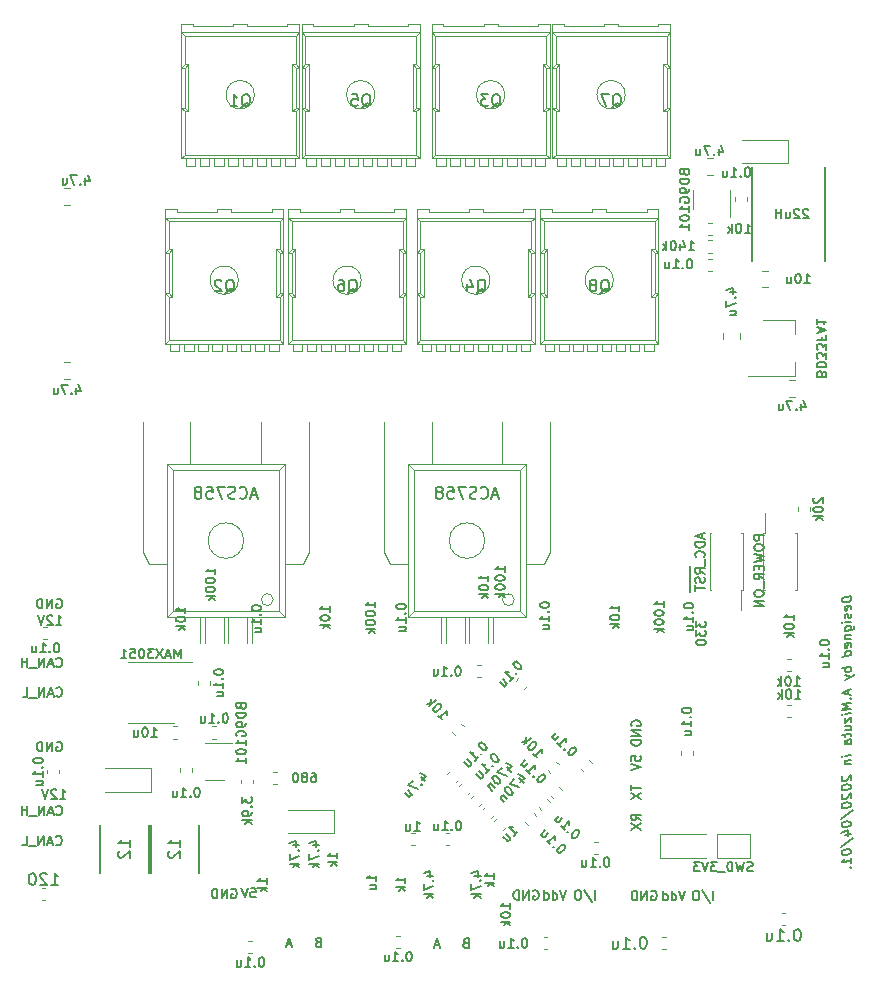
<source format=gbr>
G04 #@! TF.GenerationSoftware,KiCad,Pcbnew,(5.1.5)-3*
G04 #@! TF.CreationDate,2020-05-02T16:14:21+09:00*
G04 #@! TF.ProjectId,SteerMD,53746565-724d-4442-9e6b-696361645f70,rev?*
G04 #@! TF.SameCoordinates,Original*
G04 #@! TF.FileFunction,Legend,Bot*
G04 #@! TF.FilePolarity,Positive*
%FSLAX46Y46*%
G04 Gerber Fmt 4.6, Leading zero omitted, Abs format (unit mm)*
G04 Created by KiCad (PCBNEW (5.1.5)-3) date 2020-05-02 16:14:21*
%MOMM*%
%LPD*%
G04 APERTURE LIST*
%ADD10C,0.150000*%
%ADD11C,0.200000*%
%ADD12C,0.100000*%
%ADD13C,0.120000*%
G04 APERTURE END LIST*
D10*
X112140476Y-132133333D02*
X111759523Y-132133333D01*
X112216666Y-132361904D02*
X111950000Y-131561904D01*
X111683333Y-132361904D01*
X114392857Y-131942857D02*
X114278571Y-131980952D01*
X114240476Y-132019047D01*
X114202380Y-132095238D01*
X114202380Y-132209523D01*
X114240476Y-132285714D01*
X114278571Y-132323809D01*
X114354761Y-132361904D01*
X114659523Y-132361904D01*
X114659523Y-131561904D01*
X114392857Y-131561904D01*
X114316666Y-131600000D01*
X114278571Y-131638095D01*
X114240476Y-131714285D01*
X114240476Y-131790476D01*
X114278571Y-131866666D01*
X114316666Y-131904761D01*
X114392857Y-131942857D01*
X114659523Y-131942857D01*
X101892857Y-131892857D02*
X101778571Y-131930952D01*
X101740476Y-131969047D01*
X101702380Y-132045238D01*
X101702380Y-132159523D01*
X101740476Y-132235714D01*
X101778571Y-132273809D01*
X101854761Y-132311904D01*
X102159523Y-132311904D01*
X102159523Y-131511904D01*
X101892857Y-131511904D01*
X101816666Y-131550000D01*
X101778571Y-131588095D01*
X101740476Y-131664285D01*
X101740476Y-131740476D01*
X101778571Y-131816666D01*
X101816666Y-131854761D01*
X101892857Y-131892857D01*
X102159523Y-131892857D01*
X99640476Y-132083333D02*
X99259523Y-132083333D01*
X99716666Y-132311904D02*
X99450000Y-131511904D01*
X99183333Y-132311904D01*
X122890476Y-127511904D02*
X122623809Y-128311904D01*
X122357142Y-127511904D01*
X121747619Y-128311904D02*
X121747619Y-127511904D01*
X121747619Y-128273809D02*
X121823809Y-128311904D01*
X121976190Y-128311904D01*
X122052380Y-128273809D01*
X122090476Y-128235714D01*
X122128571Y-128159523D01*
X122128571Y-127930952D01*
X122090476Y-127854761D01*
X122052380Y-127816666D01*
X121976190Y-127778571D01*
X121823809Y-127778571D01*
X121747619Y-127816666D01*
X121023809Y-128311904D02*
X121023809Y-127511904D01*
X121023809Y-128273809D02*
X121100000Y-128311904D01*
X121252380Y-128311904D01*
X121328571Y-128273809D01*
X121366666Y-128235714D01*
X121404761Y-128159523D01*
X121404761Y-127930952D01*
X121366666Y-127854761D01*
X121328571Y-127816666D01*
X121252380Y-127778571D01*
X121100000Y-127778571D01*
X121023809Y-127816666D01*
X80045238Y-119761904D02*
X80502380Y-119761904D01*
X80273809Y-119761904D02*
X80273809Y-118961904D01*
X80350000Y-119076190D01*
X80426190Y-119152380D01*
X80502380Y-119190476D01*
X79740476Y-119038095D02*
X79702380Y-119000000D01*
X79626190Y-118961904D01*
X79435714Y-118961904D01*
X79359523Y-119000000D01*
X79321428Y-119038095D01*
X79283333Y-119114285D01*
X79283333Y-119190476D01*
X79321428Y-119304761D01*
X79778571Y-119761904D01*
X79283333Y-119761904D01*
X79054761Y-118961904D02*
X78788095Y-119761904D01*
X78521428Y-118961904D01*
X79759523Y-114950000D02*
X79835714Y-114911904D01*
X79950000Y-114911904D01*
X80064285Y-114950000D01*
X80140476Y-115026190D01*
X80178571Y-115102380D01*
X80216666Y-115254761D01*
X80216666Y-115369047D01*
X80178571Y-115521428D01*
X80140476Y-115597619D01*
X80064285Y-115673809D01*
X79950000Y-115711904D01*
X79873809Y-115711904D01*
X79759523Y-115673809D01*
X79721428Y-115635714D01*
X79721428Y-115369047D01*
X79873809Y-115369047D01*
X79378571Y-115711904D02*
X79378571Y-114911904D01*
X78921428Y-115711904D01*
X78921428Y-114911904D01*
X78540476Y-115711904D02*
X78540476Y-114911904D01*
X78350000Y-114911904D01*
X78235714Y-114950000D01*
X78159523Y-115026190D01*
X78121428Y-115102380D01*
X78083333Y-115254761D01*
X78083333Y-115369047D01*
X78121428Y-115521428D01*
X78159523Y-115597619D01*
X78235714Y-115673809D01*
X78350000Y-115711904D01*
X78540476Y-115711904D01*
X79738095Y-121085714D02*
X79776190Y-121123809D01*
X79890476Y-121161904D01*
X79966666Y-121161904D01*
X80080952Y-121123809D01*
X80157142Y-121047619D01*
X80195238Y-120971428D01*
X80233333Y-120819047D01*
X80233333Y-120704761D01*
X80195238Y-120552380D01*
X80157142Y-120476190D01*
X80080952Y-120400000D01*
X79966666Y-120361904D01*
X79890476Y-120361904D01*
X79776190Y-120400000D01*
X79738095Y-120438095D01*
X79433333Y-120933333D02*
X79052380Y-120933333D01*
X79509523Y-121161904D02*
X79242857Y-120361904D01*
X78976190Y-121161904D01*
X78709523Y-121161904D02*
X78709523Y-120361904D01*
X78252380Y-121161904D01*
X78252380Y-120361904D01*
X78061904Y-121238095D02*
X77452380Y-121238095D01*
X77261904Y-121161904D02*
X77261904Y-120361904D01*
X77261904Y-120742857D02*
X76804761Y-120742857D01*
X76804761Y-121161904D02*
X76804761Y-120361904D01*
X79692857Y-123635714D02*
X79730952Y-123673809D01*
X79845238Y-123711904D01*
X79921428Y-123711904D01*
X80035714Y-123673809D01*
X80111904Y-123597619D01*
X80150000Y-123521428D01*
X80188095Y-123369047D01*
X80188095Y-123254761D01*
X80150000Y-123102380D01*
X80111904Y-123026190D01*
X80035714Y-122950000D01*
X79921428Y-122911904D01*
X79845238Y-122911904D01*
X79730952Y-122950000D01*
X79692857Y-122988095D01*
X79388095Y-123483333D02*
X79007142Y-123483333D01*
X79464285Y-123711904D02*
X79197619Y-122911904D01*
X78930952Y-123711904D01*
X78664285Y-123711904D02*
X78664285Y-122911904D01*
X78207142Y-123711904D01*
X78207142Y-122911904D01*
X78016666Y-123788095D02*
X77407142Y-123788095D01*
X76835714Y-123711904D02*
X77216666Y-123711904D01*
X77216666Y-122911904D01*
X79742857Y-111035714D02*
X79780952Y-111073809D01*
X79895238Y-111111904D01*
X79971428Y-111111904D01*
X80085714Y-111073809D01*
X80161904Y-110997619D01*
X80200000Y-110921428D01*
X80238095Y-110769047D01*
X80238095Y-110654761D01*
X80200000Y-110502380D01*
X80161904Y-110426190D01*
X80085714Y-110350000D01*
X79971428Y-110311904D01*
X79895238Y-110311904D01*
X79780952Y-110350000D01*
X79742857Y-110388095D01*
X79438095Y-110883333D02*
X79057142Y-110883333D01*
X79514285Y-111111904D02*
X79247619Y-110311904D01*
X78980952Y-111111904D01*
X78714285Y-111111904D02*
X78714285Y-110311904D01*
X78257142Y-111111904D01*
X78257142Y-110311904D01*
X78066666Y-111188095D02*
X77457142Y-111188095D01*
X76885714Y-111111904D02*
X77266666Y-111111904D01*
X77266666Y-110311904D01*
X79738095Y-108535714D02*
X79776190Y-108573809D01*
X79890476Y-108611904D01*
X79966666Y-108611904D01*
X80080952Y-108573809D01*
X80157142Y-108497619D01*
X80195238Y-108421428D01*
X80233333Y-108269047D01*
X80233333Y-108154761D01*
X80195238Y-108002380D01*
X80157142Y-107926190D01*
X80080952Y-107850000D01*
X79966666Y-107811904D01*
X79890476Y-107811904D01*
X79776190Y-107850000D01*
X79738095Y-107888095D01*
X79433333Y-108383333D02*
X79052380Y-108383333D01*
X79509523Y-108611904D02*
X79242857Y-107811904D01*
X78976190Y-108611904D01*
X78709523Y-108611904D02*
X78709523Y-107811904D01*
X78252380Y-108611904D01*
X78252380Y-107811904D01*
X78061904Y-108688095D02*
X77452380Y-108688095D01*
X77261904Y-108611904D02*
X77261904Y-107811904D01*
X77261904Y-108192857D02*
X76804761Y-108192857D01*
X76804761Y-108611904D02*
X76804761Y-107811904D01*
X79695238Y-105011904D02*
X80152380Y-105011904D01*
X79923809Y-105011904D02*
X79923809Y-104211904D01*
X80000000Y-104326190D01*
X80076190Y-104402380D01*
X80152380Y-104440476D01*
X79390476Y-104288095D02*
X79352380Y-104250000D01*
X79276190Y-104211904D01*
X79085714Y-104211904D01*
X79009523Y-104250000D01*
X78971428Y-104288095D01*
X78933333Y-104364285D01*
X78933333Y-104440476D01*
X78971428Y-104554761D01*
X79428571Y-105011904D01*
X78933333Y-105011904D01*
X78704761Y-104211904D02*
X78438095Y-105011904D01*
X78171428Y-104211904D01*
X79759523Y-102850000D02*
X79835714Y-102811904D01*
X79950000Y-102811904D01*
X80064285Y-102850000D01*
X80140476Y-102926190D01*
X80178571Y-103002380D01*
X80216666Y-103154761D01*
X80216666Y-103269047D01*
X80178571Y-103421428D01*
X80140476Y-103497619D01*
X80064285Y-103573809D01*
X79950000Y-103611904D01*
X79873809Y-103611904D01*
X79759523Y-103573809D01*
X79721428Y-103535714D01*
X79721428Y-103269047D01*
X79873809Y-103269047D01*
X79378571Y-103611904D02*
X79378571Y-102811904D01*
X78921428Y-103611904D01*
X78921428Y-102811904D01*
X78540476Y-103611904D02*
X78540476Y-102811904D01*
X78350000Y-102811904D01*
X78235714Y-102850000D01*
X78159523Y-102926190D01*
X78121428Y-103002380D01*
X78083333Y-103154761D01*
X78083333Y-103269047D01*
X78121428Y-103421428D01*
X78159523Y-103497619D01*
X78235714Y-103573809D01*
X78350000Y-103611904D01*
X78540476Y-103611904D01*
X96202380Y-127311904D02*
X96583333Y-127311904D01*
X96621428Y-127692857D01*
X96583333Y-127654761D01*
X96507142Y-127616666D01*
X96316666Y-127616666D01*
X96240476Y-127654761D01*
X96202380Y-127692857D01*
X96164285Y-127769047D01*
X96164285Y-127959523D01*
X96202380Y-128035714D01*
X96240476Y-128073809D01*
X96316666Y-128111904D01*
X96507142Y-128111904D01*
X96583333Y-128073809D01*
X96621428Y-128035714D01*
X95935714Y-127311904D02*
X95669047Y-128111904D01*
X95402380Y-127311904D01*
X94559523Y-127400000D02*
X94635714Y-127361904D01*
X94750000Y-127361904D01*
X94864285Y-127400000D01*
X94940476Y-127476190D01*
X94978571Y-127552380D01*
X95016666Y-127704761D01*
X95016666Y-127819047D01*
X94978571Y-127971428D01*
X94940476Y-128047619D01*
X94864285Y-128123809D01*
X94750000Y-128161904D01*
X94673809Y-128161904D01*
X94559523Y-128123809D01*
X94521428Y-128085714D01*
X94521428Y-127819047D01*
X94673809Y-127819047D01*
X94178571Y-128161904D02*
X94178571Y-127361904D01*
X93721428Y-128161904D01*
X93721428Y-127361904D01*
X93340476Y-128161904D02*
X93340476Y-127361904D01*
X93150000Y-127361904D01*
X93035714Y-127400000D01*
X92959523Y-127476190D01*
X92921428Y-127552380D01*
X92883333Y-127704761D01*
X92883333Y-127819047D01*
X92921428Y-127971428D01*
X92959523Y-128047619D01*
X93035714Y-128123809D01*
X93150000Y-128161904D01*
X93340476Y-128161904D01*
X129211904Y-121566666D02*
X128830952Y-121300000D01*
X129211904Y-121109523D02*
X128411904Y-121109523D01*
X128411904Y-121414285D01*
X128450000Y-121490476D01*
X128488095Y-121528571D01*
X128564285Y-121566666D01*
X128678571Y-121566666D01*
X128754761Y-121528571D01*
X128792857Y-121490476D01*
X128830952Y-121414285D01*
X128830952Y-121109523D01*
X128411904Y-121833333D02*
X129211904Y-122366666D01*
X128411904Y-122366666D02*
X129211904Y-121833333D01*
X128411904Y-118590476D02*
X128411904Y-119047619D01*
X129211904Y-118819047D02*
X128411904Y-118819047D01*
X128411904Y-119238095D02*
X129211904Y-119771428D01*
X128411904Y-119771428D02*
X129211904Y-119238095D01*
X128450000Y-113590476D02*
X128411904Y-113514285D01*
X128411904Y-113400000D01*
X128450000Y-113285714D01*
X128526190Y-113209523D01*
X128602380Y-113171428D01*
X128754761Y-113133333D01*
X128869047Y-113133333D01*
X129021428Y-113171428D01*
X129097619Y-113209523D01*
X129173809Y-113285714D01*
X129211904Y-113400000D01*
X129211904Y-113476190D01*
X129173809Y-113590476D01*
X129135714Y-113628571D01*
X128869047Y-113628571D01*
X128869047Y-113476190D01*
X129211904Y-113971428D02*
X128411904Y-113971428D01*
X129211904Y-114428571D01*
X128411904Y-114428571D01*
X129211904Y-114809523D02*
X128411904Y-114809523D01*
X128411904Y-115000000D01*
X128450000Y-115114285D01*
X128526190Y-115190476D01*
X128602380Y-115228571D01*
X128754761Y-115266666D01*
X128869047Y-115266666D01*
X129021428Y-115228571D01*
X129097619Y-115190476D01*
X129173809Y-115114285D01*
X129211904Y-115000000D01*
X129211904Y-114809523D01*
X128411904Y-116547619D02*
X128411904Y-116166666D01*
X128792857Y-116128571D01*
X128754761Y-116166666D01*
X128716666Y-116242857D01*
X128716666Y-116433333D01*
X128754761Y-116509523D01*
X128792857Y-116547619D01*
X128869047Y-116585714D01*
X129059523Y-116585714D01*
X129135714Y-116547619D01*
X129173809Y-116509523D01*
X129211904Y-116433333D01*
X129211904Y-116242857D01*
X129173809Y-116166666D01*
X129135714Y-116128571D01*
X128411904Y-116814285D02*
X129211904Y-117080952D01*
X128411904Y-117347619D01*
X120109523Y-127550000D02*
X120185714Y-127511904D01*
X120300000Y-127511904D01*
X120414285Y-127550000D01*
X120490476Y-127626190D01*
X120528571Y-127702380D01*
X120566666Y-127854761D01*
X120566666Y-127969047D01*
X120528571Y-128121428D01*
X120490476Y-128197619D01*
X120414285Y-128273809D01*
X120300000Y-128311904D01*
X120223809Y-128311904D01*
X120109523Y-128273809D01*
X120071428Y-128235714D01*
X120071428Y-127969047D01*
X120223809Y-127969047D01*
X119728571Y-128311904D02*
X119728571Y-127511904D01*
X119271428Y-128311904D01*
X119271428Y-127511904D01*
X118890476Y-128311904D02*
X118890476Y-127511904D01*
X118700000Y-127511904D01*
X118585714Y-127550000D01*
X118509523Y-127626190D01*
X118471428Y-127702380D01*
X118433333Y-127854761D01*
X118433333Y-127969047D01*
X118471428Y-128121428D01*
X118509523Y-128197619D01*
X118585714Y-128273809D01*
X118700000Y-128311904D01*
X118890476Y-128311904D01*
X125338095Y-128311904D02*
X125338095Y-127511904D01*
X124385714Y-127473809D02*
X125071428Y-128502380D01*
X123966666Y-127511904D02*
X123814285Y-127511904D01*
X123738095Y-127550000D01*
X123661904Y-127626190D01*
X123623809Y-127778571D01*
X123623809Y-128045238D01*
X123661904Y-128197619D01*
X123738095Y-128273809D01*
X123814285Y-128311904D01*
X123966666Y-128311904D01*
X124042857Y-128273809D01*
X124119047Y-128197619D01*
X124157142Y-128045238D01*
X124157142Y-127778571D01*
X124119047Y-127626190D01*
X124042857Y-127550000D01*
X123966666Y-127511904D01*
X135338095Y-128361904D02*
X135338095Y-127561904D01*
X134385714Y-127523809D02*
X135071428Y-128552380D01*
X133966666Y-127561904D02*
X133814285Y-127561904D01*
X133738095Y-127600000D01*
X133661904Y-127676190D01*
X133623809Y-127828571D01*
X133623809Y-128095238D01*
X133661904Y-128247619D01*
X133738095Y-128323809D01*
X133814285Y-128361904D01*
X133966666Y-128361904D01*
X134042857Y-128323809D01*
X134119047Y-128247619D01*
X134157142Y-128095238D01*
X134157142Y-127828571D01*
X134119047Y-127676190D01*
X134042857Y-127600000D01*
X133966666Y-127561904D01*
X132990476Y-127561904D02*
X132723809Y-128361904D01*
X132457142Y-127561904D01*
X131847619Y-128361904D02*
X131847619Y-127561904D01*
X131847619Y-128323809D02*
X131923809Y-128361904D01*
X132076190Y-128361904D01*
X132152380Y-128323809D01*
X132190476Y-128285714D01*
X132228571Y-128209523D01*
X132228571Y-127980952D01*
X132190476Y-127904761D01*
X132152380Y-127866666D01*
X132076190Y-127828571D01*
X131923809Y-127828571D01*
X131847619Y-127866666D01*
X131123809Y-128361904D02*
X131123809Y-127561904D01*
X131123809Y-128323809D02*
X131200000Y-128361904D01*
X131352380Y-128361904D01*
X131428571Y-128323809D01*
X131466666Y-128285714D01*
X131504761Y-128209523D01*
X131504761Y-127980952D01*
X131466666Y-127904761D01*
X131428571Y-127866666D01*
X131352380Y-127828571D01*
X131200000Y-127828571D01*
X131123809Y-127866666D01*
X130109523Y-127600000D02*
X130185714Y-127561904D01*
X130300000Y-127561904D01*
X130414285Y-127600000D01*
X130490476Y-127676190D01*
X130528571Y-127752380D01*
X130566666Y-127904761D01*
X130566666Y-128019047D01*
X130528571Y-128171428D01*
X130490476Y-128247619D01*
X130414285Y-128323809D01*
X130300000Y-128361904D01*
X130223809Y-128361904D01*
X130109523Y-128323809D01*
X130071428Y-128285714D01*
X130071428Y-128019047D01*
X130223809Y-128019047D01*
X129728571Y-128361904D02*
X129728571Y-127561904D01*
X129271428Y-128361904D01*
X129271428Y-127561904D01*
X128890476Y-128361904D02*
X128890476Y-127561904D01*
X128700000Y-127561904D01*
X128585714Y-127600000D01*
X128509523Y-127676190D01*
X128471428Y-127752380D01*
X128433333Y-127904761D01*
X128433333Y-128019047D01*
X128471428Y-128171428D01*
X128509523Y-128247619D01*
X128585714Y-128323809D01*
X128700000Y-128361904D01*
X128890476Y-128361904D01*
D11*
X147011904Y-102625238D02*
X146211904Y-102725238D01*
X146211904Y-102915714D01*
X146250000Y-103025238D01*
X146326190Y-103091904D01*
X146402380Y-103120476D01*
X146554761Y-103139523D01*
X146669047Y-103125238D01*
X146821428Y-103068095D01*
X146897619Y-103020476D01*
X146973809Y-102934761D01*
X147011904Y-102815714D01*
X147011904Y-102625238D01*
X146973809Y-103734761D02*
X147011904Y-103653809D01*
X147011904Y-103501428D01*
X146973809Y-103430000D01*
X146897619Y-103401428D01*
X146592857Y-103439523D01*
X146516666Y-103487142D01*
X146478571Y-103568095D01*
X146478571Y-103720476D01*
X146516666Y-103791904D01*
X146592857Y-103820476D01*
X146669047Y-103810952D01*
X146745238Y-103420476D01*
X146973809Y-104077619D02*
X147011904Y-104149047D01*
X147011904Y-104301428D01*
X146973809Y-104382380D01*
X146897619Y-104430000D01*
X146859523Y-104434761D01*
X146783333Y-104406190D01*
X146745238Y-104334761D01*
X146745238Y-104220476D01*
X146707142Y-104149047D01*
X146630952Y-104120476D01*
X146592857Y-104125238D01*
X146516666Y-104172857D01*
X146478571Y-104253809D01*
X146478571Y-104368095D01*
X146516666Y-104439523D01*
X147011904Y-104758571D02*
X146478571Y-104825238D01*
X146211904Y-104858571D02*
X146250000Y-104815714D01*
X146288095Y-104849047D01*
X146250000Y-104891904D01*
X146211904Y-104858571D01*
X146288095Y-104849047D01*
X146478571Y-105549047D02*
X147126190Y-105468095D01*
X147202380Y-105420476D01*
X147240476Y-105377619D01*
X147278571Y-105296666D01*
X147278571Y-105182380D01*
X147240476Y-105110952D01*
X146973809Y-105487142D02*
X147011904Y-105406190D01*
X147011904Y-105253809D01*
X146973809Y-105182380D01*
X146935714Y-105149047D01*
X146859523Y-105120476D01*
X146630952Y-105149047D01*
X146554761Y-105196666D01*
X146516666Y-105239523D01*
X146478571Y-105320476D01*
X146478571Y-105472857D01*
X146516666Y-105544285D01*
X146478571Y-105930000D02*
X147011904Y-105863333D01*
X146554761Y-105920476D02*
X146516666Y-105963333D01*
X146478571Y-106044285D01*
X146478571Y-106158571D01*
X146516666Y-106230000D01*
X146592857Y-106258571D01*
X147011904Y-106206190D01*
X146973809Y-106896666D02*
X147011904Y-106815714D01*
X147011904Y-106663333D01*
X146973809Y-106591904D01*
X146897619Y-106563333D01*
X146592857Y-106601428D01*
X146516666Y-106649047D01*
X146478571Y-106730000D01*
X146478571Y-106882380D01*
X146516666Y-106953809D01*
X146592857Y-106982380D01*
X146669047Y-106972857D01*
X146745238Y-106582380D01*
X147011904Y-107615714D02*
X146211904Y-107715714D01*
X146973809Y-107620476D02*
X147011904Y-107539523D01*
X147011904Y-107387142D01*
X146973809Y-107315714D01*
X146935714Y-107282380D01*
X146859523Y-107253809D01*
X146630952Y-107282380D01*
X146554761Y-107330000D01*
X146516666Y-107372857D01*
X146478571Y-107453809D01*
X146478571Y-107606190D01*
X146516666Y-107677619D01*
X147011904Y-108606190D02*
X146211904Y-108706190D01*
X146516666Y-108668095D02*
X146478571Y-108749047D01*
X146478571Y-108901428D01*
X146516666Y-108972857D01*
X146554761Y-109006190D01*
X146630952Y-109034761D01*
X146859523Y-109006190D01*
X146935714Y-108958571D01*
X146973809Y-108915714D01*
X147011904Y-108834761D01*
X147011904Y-108682380D01*
X146973809Y-108610952D01*
X146478571Y-109320476D02*
X147011904Y-109444285D01*
X146478571Y-109701428D02*
X147011904Y-109444285D01*
X147202380Y-109344285D01*
X147240476Y-109301428D01*
X147278571Y-109220476D01*
X146783333Y-110539523D02*
X146783333Y-110920476D01*
X147011904Y-110434761D02*
X146211904Y-110801428D01*
X147011904Y-110968095D01*
X146935714Y-111244285D02*
X146973809Y-111277619D01*
X147011904Y-111234761D01*
X146973809Y-111201428D01*
X146935714Y-111244285D01*
X147011904Y-111234761D01*
X147011904Y-111615714D02*
X146211904Y-111715714D01*
X146783333Y-111910952D01*
X146211904Y-112249047D01*
X147011904Y-112149047D01*
X147011904Y-112530000D02*
X146478571Y-112596666D01*
X146211904Y-112630000D02*
X146250000Y-112587142D01*
X146288095Y-112620476D01*
X146250000Y-112663333D01*
X146211904Y-112630000D01*
X146288095Y-112620476D01*
X146478571Y-112901428D02*
X146478571Y-113320476D01*
X147011904Y-112834761D01*
X147011904Y-113253809D01*
X146478571Y-113968095D02*
X147011904Y-113901428D01*
X146478571Y-113625238D02*
X146897619Y-113572857D01*
X146973809Y-113601428D01*
X147011904Y-113672857D01*
X147011904Y-113787142D01*
X146973809Y-113868095D01*
X146935714Y-113910952D01*
X146478571Y-114234761D02*
X146478571Y-114539523D01*
X146211904Y-114382380D02*
X146897619Y-114296666D01*
X146973809Y-114325238D01*
X147011904Y-114396666D01*
X147011904Y-114472857D01*
X147011904Y-115082380D02*
X146592857Y-115134761D01*
X146516666Y-115106190D01*
X146478571Y-115034761D01*
X146478571Y-114882380D01*
X146516666Y-114801428D01*
X146973809Y-115087142D02*
X147011904Y-115006190D01*
X147011904Y-114815714D01*
X146973809Y-114744285D01*
X146897619Y-114715714D01*
X146821428Y-114725238D01*
X146745238Y-114772857D01*
X146707142Y-114853809D01*
X146707142Y-115044285D01*
X146669047Y-115125238D01*
X147011904Y-116072857D02*
X146478571Y-116139523D01*
X146211904Y-116172857D02*
X146250000Y-116130000D01*
X146288095Y-116163333D01*
X146250000Y-116206190D01*
X146211904Y-116172857D01*
X146288095Y-116163333D01*
X146478571Y-116520476D02*
X147011904Y-116453809D01*
X146554761Y-116510952D02*
X146516666Y-116553809D01*
X146478571Y-116634761D01*
X146478571Y-116749047D01*
X146516666Y-116820476D01*
X146592857Y-116849047D01*
X147011904Y-116796666D01*
X146288095Y-117839523D02*
X146250000Y-117882380D01*
X146211904Y-117963333D01*
X146211904Y-118153809D01*
X146250000Y-118225238D01*
X146288095Y-118258571D01*
X146364285Y-118287142D01*
X146440476Y-118277619D01*
X146554761Y-118225238D01*
X147011904Y-117710952D01*
X147011904Y-118206190D01*
X146211904Y-118801428D02*
X146211904Y-118877619D01*
X146250000Y-118949047D01*
X146288095Y-118982380D01*
X146364285Y-119010952D01*
X146516666Y-119030000D01*
X146707142Y-119006190D01*
X146859523Y-118949047D01*
X146935714Y-118901428D01*
X146973809Y-118858571D01*
X147011904Y-118777619D01*
X147011904Y-118701428D01*
X146973809Y-118630000D01*
X146935714Y-118596666D01*
X146859523Y-118568095D01*
X146707142Y-118549047D01*
X146516666Y-118572857D01*
X146364285Y-118630000D01*
X146288095Y-118677619D01*
X146250000Y-118720476D01*
X146211904Y-118801428D01*
X146288095Y-119363333D02*
X146250000Y-119406190D01*
X146211904Y-119487142D01*
X146211904Y-119677619D01*
X146250000Y-119749047D01*
X146288095Y-119782380D01*
X146364285Y-119810952D01*
X146440476Y-119801428D01*
X146554761Y-119749047D01*
X147011904Y-119234761D01*
X147011904Y-119730000D01*
X146211904Y-120325238D02*
X146211904Y-120401428D01*
X146250000Y-120472857D01*
X146288095Y-120506190D01*
X146364285Y-120534761D01*
X146516666Y-120553809D01*
X146707142Y-120530000D01*
X146859523Y-120472857D01*
X146935714Y-120425238D01*
X146973809Y-120382380D01*
X147011904Y-120301428D01*
X147011904Y-120225238D01*
X146973809Y-120153809D01*
X146935714Y-120120476D01*
X146859523Y-120091904D01*
X146707142Y-120072857D01*
X146516666Y-120096666D01*
X146364285Y-120153809D01*
X146288095Y-120201428D01*
X146250000Y-120244285D01*
X146211904Y-120325238D01*
X146173809Y-121510952D02*
X147202380Y-120696666D01*
X146211904Y-121925238D02*
X146211904Y-122001428D01*
X146250000Y-122072857D01*
X146288095Y-122106190D01*
X146364285Y-122134761D01*
X146516666Y-122153809D01*
X146707142Y-122130000D01*
X146859523Y-122072857D01*
X146935714Y-122025238D01*
X146973809Y-121982380D01*
X147011904Y-121901428D01*
X147011904Y-121825238D01*
X146973809Y-121753809D01*
X146935714Y-121720476D01*
X146859523Y-121691904D01*
X146707142Y-121672857D01*
X146516666Y-121696666D01*
X146364285Y-121753809D01*
X146288095Y-121801428D01*
X146250000Y-121844285D01*
X146211904Y-121925238D01*
X146478571Y-122844285D02*
X147011904Y-122777619D01*
X146173809Y-122691904D02*
X146745238Y-122430000D01*
X146745238Y-122925238D01*
X146173809Y-123872857D02*
X147202380Y-123058571D01*
X146211904Y-124287142D02*
X146211904Y-124363333D01*
X146250000Y-124434761D01*
X146288095Y-124468095D01*
X146364285Y-124496666D01*
X146516666Y-124515714D01*
X146707142Y-124491904D01*
X146859523Y-124434761D01*
X146935714Y-124387142D01*
X146973809Y-124344285D01*
X147011904Y-124263333D01*
X147011904Y-124187142D01*
X146973809Y-124115714D01*
X146935714Y-124082380D01*
X146859523Y-124053809D01*
X146707142Y-124034761D01*
X146516666Y-124058571D01*
X146364285Y-124115714D01*
X146288095Y-124163333D01*
X146250000Y-124206190D01*
X146211904Y-124287142D01*
X147011904Y-125215714D02*
X147011904Y-124758571D01*
X147011904Y-124987142D02*
X146211904Y-125087142D01*
X146326190Y-124996666D01*
X146402380Y-124910952D01*
X146440476Y-124830000D01*
X146935714Y-125568095D02*
X146973809Y-125601428D01*
X147011904Y-125558571D01*
X146973809Y-125525238D01*
X146935714Y-125568095D01*
X147011904Y-125558571D01*
D12*
X98590000Y-103900000D02*
X98590000Y-91900000D01*
X89590000Y-103900000D02*
X98590000Y-103900000D01*
X98590000Y-103900000D02*
X99090000Y-104400000D01*
X89590000Y-91900000D02*
X89590000Y-103900000D01*
X89590000Y-103900000D02*
X89090000Y-104400000D01*
X89590000Y-91900000D02*
X89090000Y-91400000D01*
X98590000Y-91900000D02*
X89590000Y-91900000D01*
X99090000Y-91400000D02*
X98590000Y-91900000D01*
X87090000Y-98900000D02*
X87090000Y-87900000D01*
X87590000Y-99900000D02*
X89090000Y-99900000D01*
X87590000Y-99900000D02*
X87090000Y-98900000D01*
X101090000Y-98900000D02*
X101090000Y-87900000D01*
X100590000Y-99900000D02*
X99090000Y-99900000D01*
X101090000Y-98900000D02*
X100590000Y-99900000D01*
X98090000Y-102900000D02*
G75*
G03X98090000Y-102900000I-500000J0D01*
G01*
X95590000Y-97900000D02*
G75*
G03X95590000Y-97900000I-1500000J0D01*
G01*
X91890000Y-104400000D02*
X91890000Y-106600000D01*
X92290000Y-104400000D02*
X92290000Y-106600000D01*
X95890000Y-104400000D02*
X95890000Y-106600000D01*
X96290000Y-104400000D02*
X96290000Y-106600000D01*
X93890000Y-104400000D02*
X93890000Y-106600000D01*
X94290000Y-104400000D02*
X94290000Y-106600000D01*
X91090000Y-87900000D02*
X91090000Y-91400000D01*
X97090000Y-87900000D02*
X97090000Y-91400000D01*
X89090000Y-104400000D02*
X99090000Y-104400000D01*
X99090000Y-91400000D02*
X89090000Y-91400000D01*
X99090000Y-91400000D02*
X99090000Y-104400000D01*
X89090000Y-91400000D02*
X89090000Y-104400000D01*
X109500000Y-91400000D02*
X109500000Y-104400000D01*
X119500000Y-91400000D02*
X119500000Y-104400000D01*
X119500000Y-91400000D02*
X109500000Y-91400000D01*
X109500000Y-104400000D02*
X119500000Y-104400000D01*
X117500000Y-87900000D02*
X117500000Y-91400000D01*
X111500000Y-87900000D02*
X111500000Y-91400000D01*
X114700000Y-104400000D02*
X114700000Y-106600000D01*
X114300000Y-104400000D02*
X114300000Y-106600000D01*
X116700000Y-104400000D02*
X116700000Y-106600000D01*
X116300000Y-104400000D02*
X116300000Y-106600000D01*
X112700000Y-104400000D02*
X112700000Y-106600000D01*
X112300000Y-104400000D02*
X112300000Y-106600000D01*
X116000000Y-97900000D02*
G75*
G03X116000000Y-97900000I-1500000J0D01*
G01*
X118500000Y-102900000D02*
G75*
G03X118500000Y-102900000I-500000J0D01*
G01*
X121500000Y-98900000D02*
X121000000Y-99900000D01*
X121000000Y-99900000D02*
X119500000Y-99900000D01*
X121500000Y-98900000D02*
X121500000Y-87900000D01*
X108000000Y-99900000D02*
X107500000Y-98900000D01*
X108000000Y-99900000D02*
X109500000Y-99900000D01*
X107500000Y-98900000D02*
X107500000Y-87900000D01*
X119500000Y-91400000D02*
X119000000Y-91900000D01*
X119000000Y-91900000D02*
X110000000Y-91900000D01*
X110000000Y-91900000D02*
X109500000Y-91400000D01*
X110000000Y-103900000D02*
X109500000Y-104400000D01*
X110000000Y-91900000D02*
X110000000Y-103900000D01*
X119000000Y-103900000D02*
X119500000Y-104400000D01*
X110000000Y-103900000D02*
X119000000Y-103900000D01*
X119000000Y-103900000D02*
X119000000Y-91900000D01*
X100350000Y-69850000D02*
X99350000Y-69850000D01*
X104950000Y-69850000D02*
X103750000Y-69850000D01*
X108350000Y-69850000D02*
X109350000Y-69850000D01*
X104950000Y-69850000D02*
X104950000Y-70050000D01*
X104950000Y-70050000D02*
X108350000Y-70050000D01*
X108350000Y-70050000D02*
X108350000Y-69850000D01*
X100350000Y-70050000D02*
X103750000Y-70050000D01*
X100350000Y-69850000D02*
X100350000Y-70050000D01*
X103750000Y-69850000D02*
X103750000Y-70050000D01*
X99350000Y-69850000D02*
X99350000Y-70550000D01*
X109350000Y-69850000D02*
X109350000Y-70550000D01*
X106950000Y-81250000D02*
X106950000Y-81850000D01*
X106950000Y-81850000D02*
X107750000Y-81850000D01*
X107750000Y-81850000D02*
X107750000Y-81250000D01*
X105750000Y-81250000D02*
X105750000Y-81850000D01*
X105750000Y-81850000D02*
X106550000Y-81850000D01*
X106550000Y-81850000D02*
X106550000Y-81250000D01*
X100550000Y-81250000D02*
X100550000Y-81850000D01*
X100550000Y-81850000D02*
X99750000Y-81850000D01*
X99750000Y-81850000D02*
X99750000Y-81250000D01*
X101750000Y-81250000D02*
X101750000Y-81850000D01*
X101750000Y-81850000D02*
X100950000Y-81850000D01*
X100950000Y-81850000D02*
X100950000Y-81250000D01*
X102950000Y-81250000D02*
X102950000Y-81850000D01*
X102950000Y-81850000D02*
X102150000Y-81850000D01*
X102150000Y-81850000D02*
X102150000Y-81250000D01*
X104550000Y-81250000D02*
X104550000Y-81850000D01*
X104550000Y-81850000D02*
X105350000Y-81850000D01*
X105350000Y-81850000D02*
X105350000Y-81250000D01*
X104150000Y-81250000D02*
X104150000Y-81850000D01*
X104150000Y-81850000D02*
X103350000Y-81850000D01*
X103350000Y-81850000D02*
X103350000Y-81250000D01*
X108150000Y-81250000D02*
X108150000Y-81850000D01*
X108150000Y-81850000D02*
X108950000Y-81850000D01*
X108950000Y-81250000D02*
X108950000Y-81850000D01*
X99650000Y-76950000D02*
X99350000Y-76950000D01*
X99650000Y-73550000D02*
X99650000Y-76950000D01*
X99650000Y-76950000D02*
X99950000Y-77250000D01*
X99950000Y-73250000D02*
X99650000Y-73550000D01*
X99650000Y-73550000D02*
X99350000Y-73550000D01*
X99650000Y-77250000D02*
X99950000Y-77250000D01*
X99950000Y-77250000D02*
X99950000Y-73250000D01*
X99950000Y-73250000D02*
X99650000Y-73250000D01*
X99650000Y-80950000D02*
X99650000Y-77250000D01*
X99650000Y-77250000D02*
X99350000Y-76950000D01*
X99650000Y-73250000D02*
X99650000Y-70850000D01*
X99650000Y-73250000D02*
X99350000Y-73550000D01*
X109050000Y-76950000D02*
X109350000Y-76950000D01*
X109050000Y-73550000D02*
X109050000Y-76950000D01*
X109050000Y-76950000D02*
X108750000Y-77250000D01*
X108750000Y-73250000D02*
X109050000Y-73550000D01*
X109050000Y-73550000D02*
X109350000Y-73550000D01*
X109050000Y-77250000D02*
X108750000Y-77250000D01*
X108750000Y-77250000D02*
X108750000Y-73250000D01*
X108750000Y-73250000D02*
X109050000Y-73250000D01*
X109050000Y-73250000D02*
X109050000Y-70850000D01*
X109050000Y-73250000D02*
X109350000Y-73550000D01*
X109050000Y-77250000D02*
X109050000Y-80950000D01*
X109050000Y-77250000D02*
X109350000Y-76950000D01*
X109350000Y-70550000D02*
X109350000Y-81250000D01*
X99350000Y-81250000D02*
X99350000Y-70550000D01*
X109050000Y-80950000D02*
X99650000Y-80950000D01*
X109050000Y-80950000D02*
X109350000Y-81250000D01*
X99350000Y-81250000D02*
X99650000Y-80950000D01*
X109350000Y-81250000D02*
X99350000Y-81250000D01*
X109350000Y-70550000D02*
X109050000Y-70850000D01*
X109050000Y-70850000D02*
X99650000Y-70850000D01*
X99650000Y-70850000D02*
X99350000Y-70550000D01*
X109350000Y-70550000D02*
X99350000Y-70550000D01*
X105550000Y-75850000D02*
G75*
G03X105550000Y-75850000I-1200000J0D01*
G01*
D13*
X115662779Y-108465000D02*
X115337221Y-108465000D01*
X115662779Y-109485000D02*
X115337221Y-109485000D01*
X116054478Y-120424273D02*
X115824273Y-120654478D01*
X116775727Y-121145522D02*
X116545522Y-121375727D01*
X113504478Y-114350727D02*
X113274273Y-114120522D01*
X114225727Y-113629478D02*
X113995522Y-113399273D01*
X141700000Y-63950000D02*
X141700000Y-65950000D01*
X141700000Y-65950000D02*
X137800000Y-65950000D01*
X141700000Y-63950000D02*
X137800000Y-63950000D01*
D12*
X95150000Y-75850000D02*
G75*
G03X95150000Y-75850000I-1200000J0D01*
G01*
X98950000Y-70550000D02*
X88950000Y-70550000D01*
X89250000Y-70850000D02*
X88950000Y-70550000D01*
X98650000Y-70850000D02*
X89250000Y-70850000D01*
X98950000Y-70550000D02*
X98650000Y-70850000D01*
X98950000Y-81250000D02*
X88950000Y-81250000D01*
X88950000Y-81250000D02*
X89250000Y-80950000D01*
X98650000Y-80950000D02*
X98950000Y-81250000D01*
X98650000Y-80950000D02*
X89250000Y-80950000D01*
X88950000Y-81250000D02*
X88950000Y-70550000D01*
X98950000Y-70550000D02*
X98950000Y-81250000D01*
X98650000Y-77250000D02*
X98950000Y-76950000D01*
X98650000Y-77250000D02*
X98650000Y-80950000D01*
X98650000Y-73250000D02*
X98950000Y-73550000D01*
X98650000Y-73250000D02*
X98650000Y-70850000D01*
X98350000Y-73250000D02*
X98650000Y-73250000D01*
X98350000Y-77250000D02*
X98350000Y-73250000D01*
X98650000Y-77250000D02*
X98350000Y-77250000D01*
X98650000Y-73550000D02*
X98950000Y-73550000D01*
X98350000Y-73250000D02*
X98650000Y-73550000D01*
X98650000Y-76950000D02*
X98350000Y-77250000D01*
X98650000Y-73550000D02*
X98650000Y-76950000D01*
X98650000Y-76950000D02*
X98950000Y-76950000D01*
X89250000Y-73250000D02*
X88950000Y-73550000D01*
X89250000Y-73250000D02*
X89250000Y-70850000D01*
X89250000Y-77250000D02*
X88950000Y-76950000D01*
X89250000Y-80950000D02*
X89250000Y-77250000D01*
X89550000Y-73250000D02*
X89250000Y-73250000D01*
X89550000Y-77250000D02*
X89550000Y-73250000D01*
X89250000Y-77250000D02*
X89550000Y-77250000D01*
X89250000Y-73550000D02*
X88950000Y-73550000D01*
X89550000Y-73250000D02*
X89250000Y-73550000D01*
X89250000Y-76950000D02*
X89550000Y-77250000D01*
X89250000Y-73550000D02*
X89250000Y-76950000D01*
X89250000Y-76950000D02*
X88950000Y-76950000D01*
X98550000Y-81250000D02*
X98550000Y-81850000D01*
X97750000Y-81850000D02*
X98550000Y-81850000D01*
X97750000Y-81250000D02*
X97750000Y-81850000D01*
X92950000Y-81850000D02*
X92950000Y-81250000D01*
X93750000Y-81850000D02*
X92950000Y-81850000D01*
X93750000Y-81250000D02*
X93750000Y-81850000D01*
X94950000Y-81850000D02*
X94950000Y-81250000D01*
X94150000Y-81850000D02*
X94950000Y-81850000D01*
X94150000Y-81250000D02*
X94150000Y-81850000D01*
X91750000Y-81850000D02*
X91750000Y-81250000D01*
X92550000Y-81850000D02*
X91750000Y-81850000D01*
X92550000Y-81250000D02*
X92550000Y-81850000D01*
X90550000Y-81850000D02*
X90550000Y-81250000D01*
X91350000Y-81850000D02*
X90550000Y-81850000D01*
X91350000Y-81250000D02*
X91350000Y-81850000D01*
X89350000Y-81850000D02*
X89350000Y-81250000D01*
X90150000Y-81850000D02*
X89350000Y-81850000D01*
X90150000Y-81250000D02*
X90150000Y-81850000D01*
X96150000Y-81850000D02*
X96150000Y-81250000D01*
X95350000Y-81850000D02*
X96150000Y-81850000D01*
X95350000Y-81250000D02*
X95350000Y-81850000D01*
X97350000Y-81850000D02*
X97350000Y-81250000D01*
X96550000Y-81850000D02*
X97350000Y-81850000D01*
X96550000Y-81250000D02*
X96550000Y-81850000D01*
X98950000Y-69850000D02*
X98950000Y-70550000D01*
X88950000Y-69850000D02*
X88950000Y-70550000D01*
X93350000Y-69850000D02*
X93350000Y-70050000D01*
X89950000Y-69850000D02*
X89950000Y-70050000D01*
X89950000Y-70050000D02*
X93350000Y-70050000D01*
X97950000Y-70050000D02*
X97950000Y-69850000D01*
X94550000Y-70050000D02*
X97950000Y-70050000D01*
X94550000Y-69850000D02*
X94550000Y-70050000D01*
X97950000Y-69850000D02*
X98950000Y-69850000D01*
X94550000Y-69850000D02*
X93350000Y-69850000D01*
X89950000Y-69850000D02*
X88950000Y-69850000D01*
D13*
X87750000Y-117150000D02*
X87750000Y-119150000D01*
X87750000Y-119150000D02*
X83850000Y-119150000D01*
X87750000Y-117150000D02*
X83850000Y-117150000D01*
X78812779Y-127340000D02*
X78487221Y-127340000D01*
X78812779Y-128360000D02*
X78487221Y-128360000D01*
X115054478Y-119424273D02*
X114824273Y-119654478D01*
X115775727Y-120145522D02*
X115545522Y-120375727D01*
X141462779Y-129390000D02*
X141137221Y-129390000D01*
X141462779Y-130410000D02*
X141137221Y-130410000D01*
X119424273Y-121720522D02*
X119654478Y-121950727D01*
X120145522Y-120999273D02*
X120375727Y-121229478D01*
X124845522Y-116499273D02*
X125075727Y-116729478D01*
X124124273Y-117220522D02*
X124354478Y-117450727D01*
X78637221Y-105240000D02*
X78962779Y-105240000D01*
X78637221Y-106260000D02*
X78962779Y-106260000D01*
X118612076Y-109804712D02*
X118829917Y-109562775D01*
X119370083Y-110487225D02*
X119587924Y-110245288D01*
X117775727Y-122145522D02*
X117545522Y-122375727D01*
X117054478Y-121424273D02*
X116824273Y-121654478D01*
X79960000Y-117287221D02*
X79960000Y-117612779D01*
X78940000Y-117287221D02*
X78940000Y-117612779D01*
X132615000Y-115737221D02*
X132615000Y-116062779D01*
X133635000Y-115737221D02*
X133635000Y-116062779D01*
X120987221Y-131490000D02*
X121312779Y-131490000D01*
X120987221Y-132510000D02*
X121312779Y-132510000D01*
X135212779Y-74040000D02*
X134887221Y-74040000D01*
X135212779Y-75060000D02*
X134887221Y-75060000D01*
X138210000Y-68837221D02*
X138210000Y-69162779D01*
X137190000Y-68837221D02*
X137190000Y-69162779D01*
X139491422Y-76460000D02*
X140008578Y-76460000D01*
X139491422Y-75040000D02*
X140008578Y-75040000D01*
X136190000Y-80291422D02*
X136190000Y-80808578D01*
X137610000Y-80291422D02*
X137610000Y-80808578D01*
X141741422Y-84290000D02*
X142258578Y-84290000D01*
X141741422Y-85710000D02*
X142258578Y-85710000D01*
X130850000Y-124750000D02*
X134750000Y-124750000D01*
X130850000Y-122750000D02*
X134750000Y-122750000D01*
X130850000Y-124750000D02*
X130850000Y-122750000D01*
X103250000Y-120700000D02*
X103250000Y-122700000D01*
X103250000Y-122700000D02*
X99350000Y-122700000D01*
X103250000Y-120700000D02*
X99350000Y-120700000D01*
X138500000Y-124750000D02*
X138500000Y-122750000D01*
X135700000Y-124750000D02*
X138500000Y-124750000D01*
X135700000Y-122750000D02*
X135700000Y-124750000D01*
X138500000Y-122750000D02*
X135700000Y-122750000D01*
D10*
X144850000Y-66250000D02*
X144850000Y-74250000D01*
X138650000Y-66250000D02*
X138650000Y-74250000D01*
D13*
X141912779Y-108970000D02*
X141587221Y-108970000D01*
X141912779Y-107950000D02*
X141587221Y-107950000D01*
X141962779Y-112800000D02*
X141637221Y-112800000D01*
X141962779Y-111780000D02*
X141637221Y-111780000D01*
X121324273Y-117345522D02*
X121554478Y-117575727D01*
X122045522Y-116624273D02*
X122275727Y-116854478D01*
X135212779Y-73510000D02*
X134887221Y-73510000D01*
X135212779Y-72490000D02*
X134887221Y-72490000D01*
X134887221Y-72010000D02*
X135212779Y-72010000D01*
X134887221Y-70990000D02*
X135212779Y-70990000D01*
X96410000Y-118462779D02*
X96410000Y-118137221D01*
X95390000Y-118462779D02*
X95390000Y-118137221D01*
X98087221Y-118510000D02*
X98412779Y-118510000D01*
X98087221Y-117490000D02*
X98412779Y-117490000D01*
X142490000Y-95362779D02*
X142490000Y-95037221D01*
X143510000Y-95362779D02*
X143510000Y-95037221D01*
X87750000Y-108190000D02*
X91200000Y-108190000D01*
X87750000Y-108190000D02*
X85800000Y-108190000D01*
X87750000Y-113310000D02*
X89700000Y-113310000D01*
X87750000Y-113310000D02*
X85800000Y-113310000D01*
X137700000Y-102100000D02*
X137700000Y-103800000D01*
X135200000Y-97300000D02*
X135050000Y-97300000D01*
X135050000Y-97300000D02*
X135050000Y-102100000D01*
X135050000Y-102100000D02*
X135200000Y-102100000D01*
X137700000Y-102100000D02*
X137850000Y-102100000D01*
X137850000Y-102100000D02*
X137850000Y-97300000D01*
X137850000Y-97300000D02*
X137700000Y-97300000D01*
X142280000Y-80400000D02*
X142280000Y-79200000D01*
X142280000Y-79200000D02*
X139580000Y-79200000D01*
X138280000Y-84000000D02*
X142280000Y-84000000D01*
X142280000Y-84000000D02*
X142280000Y-82800000D01*
X139600000Y-102100000D02*
X139750000Y-102100000D01*
X139600000Y-97300000D02*
X139600000Y-102100000D01*
X139750000Y-97300000D02*
X139600000Y-97300000D01*
X142400000Y-97300000D02*
X142250000Y-97300000D01*
X142400000Y-102100000D02*
X142400000Y-97300000D01*
X142250000Y-102100000D02*
X142400000Y-102100000D01*
X139750000Y-97300000D02*
X139750000Y-95600000D01*
X134791422Y-66960000D02*
X135308578Y-66960000D01*
X134791422Y-65540000D02*
X135308578Y-65540000D01*
X95987221Y-132810000D02*
X96312779Y-132810000D01*
X95987221Y-131790000D02*
X96312779Y-131790000D01*
X90190000Y-117187221D02*
X90190000Y-117512779D01*
X91210000Y-117187221D02*
X91210000Y-117512779D01*
X92937221Y-114660000D02*
X93262779Y-114660000D01*
X92937221Y-113640000D02*
X93262779Y-113640000D01*
X92760000Y-110112779D02*
X92760000Y-109787221D01*
X91740000Y-110112779D02*
X91740000Y-109787221D01*
X80858578Y-68090000D02*
X80341422Y-68090000D01*
X80858578Y-69510000D02*
X80341422Y-69510000D01*
X80883578Y-84185000D02*
X80366422Y-84185000D01*
X80883578Y-82765000D02*
X80366422Y-82765000D01*
X108487221Y-132410000D02*
X108812779Y-132410000D01*
X108487221Y-131390000D02*
X108812779Y-131390000D01*
X130987221Y-132510000D02*
X131312779Y-132510000D01*
X130987221Y-131490000D02*
X131312779Y-131490000D01*
X89937779Y-113640000D02*
X89612221Y-113640000D01*
X89937779Y-114660000D02*
X89612221Y-114660000D01*
D12*
X96500000Y-60150000D02*
G75*
G03X96500000Y-60150000I-1200000J0D01*
G01*
X100300000Y-54850000D02*
X90300000Y-54850000D01*
X90600000Y-55150000D02*
X90300000Y-54850000D01*
X100000000Y-55150000D02*
X90600000Y-55150000D01*
X100300000Y-54850000D02*
X100000000Y-55150000D01*
X100300000Y-65550000D02*
X90300000Y-65550000D01*
X90300000Y-65550000D02*
X90600000Y-65250000D01*
X100000000Y-65250000D02*
X100300000Y-65550000D01*
X100000000Y-65250000D02*
X90600000Y-65250000D01*
X90300000Y-65550000D02*
X90300000Y-54850000D01*
X100300000Y-54850000D02*
X100300000Y-65550000D01*
X100000000Y-61550000D02*
X100300000Y-61250000D01*
X100000000Y-61550000D02*
X100000000Y-65250000D01*
X100000000Y-57550000D02*
X100300000Y-57850000D01*
X100000000Y-57550000D02*
X100000000Y-55150000D01*
X99700000Y-57550000D02*
X100000000Y-57550000D01*
X99700000Y-61550000D02*
X99700000Y-57550000D01*
X100000000Y-61550000D02*
X99700000Y-61550000D01*
X100000000Y-57850000D02*
X100300000Y-57850000D01*
X99700000Y-57550000D02*
X100000000Y-57850000D01*
X100000000Y-61250000D02*
X99700000Y-61550000D01*
X100000000Y-57850000D02*
X100000000Y-61250000D01*
X100000000Y-61250000D02*
X100300000Y-61250000D01*
X90600000Y-57550000D02*
X90300000Y-57850000D01*
X90600000Y-57550000D02*
X90600000Y-55150000D01*
X90600000Y-61550000D02*
X90300000Y-61250000D01*
X90600000Y-65250000D02*
X90600000Y-61550000D01*
X90900000Y-57550000D02*
X90600000Y-57550000D01*
X90900000Y-61550000D02*
X90900000Y-57550000D01*
X90600000Y-61550000D02*
X90900000Y-61550000D01*
X90600000Y-57850000D02*
X90300000Y-57850000D01*
X90900000Y-57550000D02*
X90600000Y-57850000D01*
X90600000Y-61250000D02*
X90900000Y-61550000D01*
X90600000Y-57850000D02*
X90600000Y-61250000D01*
X90600000Y-61250000D02*
X90300000Y-61250000D01*
X99900000Y-65550000D02*
X99900000Y-66150000D01*
X99100000Y-66150000D02*
X99900000Y-66150000D01*
X99100000Y-65550000D02*
X99100000Y-66150000D01*
X94300000Y-66150000D02*
X94300000Y-65550000D01*
X95100000Y-66150000D02*
X94300000Y-66150000D01*
X95100000Y-65550000D02*
X95100000Y-66150000D01*
X96300000Y-66150000D02*
X96300000Y-65550000D01*
X95500000Y-66150000D02*
X96300000Y-66150000D01*
X95500000Y-65550000D02*
X95500000Y-66150000D01*
X93100000Y-66150000D02*
X93100000Y-65550000D01*
X93900000Y-66150000D02*
X93100000Y-66150000D01*
X93900000Y-65550000D02*
X93900000Y-66150000D01*
X91900000Y-66150000D02*
X91900000Y-65550000D01*
X92700000Y-66150000D02*
X91900000Y-66150000D01*
X92700000Y-65550000D02*
X92700000Y-66150000D01*
X90700000Y-66150000D02*
X90700000Y-65550000D01*
X91500000Y-66150000D02*
X90700000Y-66150000D01*
X91500000Y-65550000D02*
X91500000Y-66150000D01*
X97500000Y-66150000D02*
X97500000Y-65550000D01*
X96700000Y-66150000D02*
X97500000Y-66150000D01*
X96700000Y-65550000D02*
X96700000Y-66150000D01*
X98700000Y-66150000D02*
X98700000Y-65550000D01*
X97900000Y-66150000D02*
X98700000Y-66150000D01*
X97900000Y-65550000D02*
X97900000Y-66150000D01*
X100300000Y-54150000D02*
X100300000Y-54850000D01*
X90300000Y-54150000D02*
X90300000Y-54850000D01*
X94700000Y-54150000D02*
X94700000Y-54350000D01*
X91300000Y-54150000D02*
X91300000Y-54350000D01*
X91300000Y-54350000D02*
X94700000Y-54350000D01*
X99300000Y-54350000D02*
X99300000Y-54150000D01*
X95900000Y-54350000D02*
X99300000Y-54350000D01*
X95900000Y-54150000D02*
X95900000Y-54350000D01*
X99300000Y-54150000D02*
X100300000Y-54150000D01*
X95900000Y-54150000D02*
X94700000Y-54150000D01*
X91300000Y-54150000D02*
X90300000Y-54150000D01*
X117700000Y-60150000D02*
G75*
G03X117700000Y-60150000I-1200000J0D01*
G01*
X121500000Y-54850000D02*
X111500000Y-54850000D01*
X111800000Y-55150000D02*
X111500000Y-54850000D01*
X121200000Y-55150000D02*
X111800000Y-55150000D01*
X121500000Y-54850000D02*
X121200000Y-55150000D01*
X121500000Y-65550000D02*
X111500000Y-65550000D01*
X111500000Y-65550000D02*
X111800000Y-65250000D01*
X121200000Y-65250000D02*
X121500000Y-65550000D01*
X121200000Y-65250000D02*
X111800000Y-65250000D01*
X111500000Y-65550000D02*
X111500000Y-54850000D01*
X121500000Y-54850000D02*
X121500000Y-65550000D01*
X121200000Y-61550000D02*
X121500000Y-61250000D01*
X121200000Y-61550000D02*
X121200000Y-65250000D01*
X121200000Y-57550000D02*
X121500000Y-57850000D01*
X121200000Y-57550000D02*
X121200000Y-55150000D01*
X120900000Y-57550000D02*
X121200000Y-57550000D01*
X120900000Y-61550000D02*
X120900000Y-57550000D01*
X121200000Y-61550000D02*
X120900000Y-61550000D01*
X121200000Y-57850000D02*
X121500000Y-57850000D01*
X120900000Y-57550000D02*
X121200000Y-57850000D01*
X121200000Y-61250000D02*
X120900000Y-61550000D01*
X121200000Y-57850000D02*
X121200000Y-61250000D01*
X121200000Y-61250000D02*
X121500000Y-61250000D01*
X111800000Y-57550000D02*
X111500000Y-57850000D01*
X111800000Y-57550000D02*
X111800000Y-55150000D01*
X111800000Y-61550000D02*
X111500000Y-61250000D01*
X111800000Y-65250000D02*
X111800000Y-61550000D01*
X112100000Y-57550000D02*
X111800000Y-57550000D01*
X112100000Y-61550000D02*
X112100000Y-57550000D01*
X111800000Y-61550000D02*
X112100000Y-61550000D01*
X111800000Y-57850000D02*
X111500000Y-57850000D01*
X112100000Y-57550000D02*
X111800000Y-57850000D01*
X111800000Y-61250000D02*
X112100000Y-61550000D01*
X111800000Y-57850000D02*
X111800000Y-61250000D01*
X111800000Y-61250000D02*
X111500000Y-61250000D01*
X121100000Y-65550000D02*
X121100000Y-66150000D01*
X120300000Y-66150000D02*
X121100000Y-66150000D01*
X120300000Y-65550000D02*
X120300000Y-66150000D01*
X115500000Y-66150000D02*
X115500000Y-65550000D01*
X116300000Y-66150000D02*
X115500000Y-66150000D01*
X116300000Y-65550000D02*
X116300000Y-66150000D01*
X117500000Y-66150000D02*
X117500000Y-65550000D01*
X116700000Y-66150000D02*
X117500000Y-66150000D01*
X116700000Y-65550000D02*
X116700000Y-66150000D01*
X114300000Y-66150000D02*
X114300000Y-65550000D01*
X115100000Y-66150000D02*
X114300000Y-66150000D01*
X115100000Y-65550000D02*
X115100000Y-66150000D01*
X113100000Y-66150000D02*
X113100000Y-65550000D01*
X113900000Y-66150000D02*
X113100000Y-66150000D01*
X113900000Y-65550000D02*
X113900000Y-66150000D01*
X111900000Y-66150000D02*
X111900000Y-65550000D01*
X112700000Y-66150000D02*
X111900000Y-66150000D01*
X112700000Y-65550000D02*
X112700000Y-66150000D01*
X118700000Y-66150000D02*
X118700000Y-65550000D01*
X117900000Y-66150000D02*
X118700000Y-66150000D01*
X117900000Y-65550000D02*
X117900000Y-66150000D01*
X119900000Y-66150000D02*
X119900000Y-65550000D01*
X119100000Y-66150000D02*
X119900000Y-66150000D01*
X119100000Y-65550000D02*
X119100000Y-66150000D01*
X121500000Y-54150000D02*
X121500000Y-54850000D01*
X111500000Y-54150000D02*
X111500000Y-54850000D01*
X115900000Y-54150000D02*
X115900000Y-54350000D01*
X112500000Y-54150000D02*
X112500000Y-54350000D01*
X112500000Y-54350000D02*
X115900000Y-54350000D01*
X120500000Y-54350000D02*
X120500000Y-54150000D01*
X117100000Y-54350000D02*
X120500000Y-54350000D01*
X117100000Y-54150000D02*
X117100000Y-54350000D01*
X120500000Y-54150000D02*
X121500000Y-54150000D01*
X117100000Y-54150000D02*
X115900000Y-54150000D01*
X112500000Y-54150000D02*
X111500000Y-54150000D01*
X111250000Y-69850000D02*
X110250000Y-69850000D01*
X115850000Y-69850000D02*
X114650000Y-69850000D01*
X119250000Y-69850000D02*
X120250000Y-69850000D01*
X115850000Y-69850000D02*
X115850000Y-70050000D01*
X115850000Y-70050000D02*
X119250000Y-70050000D01*
X119250000Y-70050000D02*
X119250000Y-69850000D01*
X111250000Y-70050000D02*
X114650000Y-70050000D01*
X111250000Y-69850000D02*
X111250000Y-70050000D01*
X114650000Y-69850000D02*
X114650000Y-70050000D01*
X110250000Y-69850000D02*
X110250000Y-70550000D01*
X120250000Y-69850000D02*
X120250000Y-70550000D01*
X117850000Y-81250000D02*
X117850000Y-81850000D01*
X117850000Y-81850000D02*
X118650000Y-81850000D01*
X118650000Y-81850000D02*
X118650000Y-81250000D01*
X116650000Y-81250000D02*
X116650000Y-81850000D01*
X116650000Y-81850000D02*
X117450000Y-81850000D01*
X117450000Y-81850000D02*
X117450000Y-81250000D01*
X111450000Y-81250000D02*
X111450000Y-81850000D01*
X111450000Y-81850000D02*
X110650000Y-81850000D01*
X110650000Y-81850000D02*
X110650000Y-81250000D01*
X112650000Y-81250000D02*
X112650000Y-81850000D01*
X112650000Y-81850000D02*
X111850000Y-81850000D01*
X111850000Y-81850000D02*
X111850000Y-81250000D01*
X113850000Y-81250000D02*
X113850000Y-81850000D01*
X113850000Y-81850000D02*
X113050000Y-81850000D01*
X113050000Y-81850000D02*
X113050000Y-81250000D01*
X115450000Y-81250000D02*
X115450000Y-81850000D01*
X115450000Y-81850000D02*
X116250000Y-81850000D01*
X116250000Y-81850000D02*
X116250000Y-81250000D01*
X115050000Y-81250000D02*
X115050000Y-81850000D01*
X115050000Y-81850000D02*
X114250000Y-81850000D01*
X114250000Y-81850000D02*
X114250000Y-81250000D01*
X119050000Y-81250000D02*
X119050000Y-81850000D01*
X119050000Y-81850000D02*
X119850000Y-81850000D01*
X119850000Y-81250000D02*
X119850000Y-81850000D01*
X110550000Y-76950000D02*
X110250000Y-76950000D01*
X110550000Y-73550000D02*
X110550000Y-76950000D01*
X110550000Y-76950000D02*
X110850000Y-77250000D01*
X110850000Y-73250000D02*
X110550000Y-73550000D01*
X110550000Y-73550000D02*
X110250000Y-73550000D01*
X110550000Y-77250000D02*
X110850000Y-77250000D01*
X110850000Y-77250000D02*
X110850000Y-73250000D01*
X110850000Y-73250000D02*
X110550000Y-73250000D01*
X110550000Y-80950000D02*
X110550000Y-77250000D01*
X110550000Y-77250000D02*
X110250000Y-76950000D01*
X110550000Y-73250000D02*
X110550000Y-70850000D01*
X110550000Y-73250000D02*
X110250000Y-73550000D01*
X119950000Y-76950000D02*
X120250000Y-76950000D01*
X119950000Y-73550000D02*
X119950000Y-76950000D01*
X119950000Y-76950000D02*
X119650000Y-77250000D01*
X119650000Y-73250000D02*
X119950000Y-73550000D01*
X119950000Y-73550000D02*
X120250000Y-73550000D01*
X119950000Y-77250000D02*
X119650000Y-77250000D01*
X119650000Y-77250000D02*
X119650000Y-73250000D01*
X119650000Y-73250000D02*
X119950000Y-73250000D01*
X119950000Y-73250000D02*
X119950000Y-70850000D01*
X119950000Y-73250000D02*
X120250000Y-73550000D01*
X119950000Y-77250000D02*
X119950000Y-80950000D01*
X119950000Y-77250000D02*
X120250000Y-76950000D01*
X120250000Y-70550000D02*
X120250000Y-81250000D01*
X110250000Y-81250000D02*
X110250000Y-70550000D01*
X119950000Y-80950000D02*
X110550000Y-80950000D01*
X119950000Y-80950000D02*
X120250000Y-81250000D01*
X110250000Y-81250000D02*
X110550000Y-80950000D01*
X120250000Y-81250000D02*
X110250000Y-81250000D01*
X120250000Y-70550000D02*
X119950000Y-70850000D01*
X119950000Y-70850000D02*
X110550000Y-70850000D01*
X110550000Y-70850000D02*
X110250000Y-70550000D01*
X120250000Y-70550000D02*
X110250000Y-70550000D01*
X116450000Y-75850000D02*
G75*
G03X116450000Y-75850000I-1200000J0D01*
G01*
X101500000Y-54150000D02*
X100500000Y-54150000D01*
X106100000Y-54150000D02*
X104900000Y-54150000D01*
X109500000Y-54150000D02*
X110500000Y-54150000D01*
X106100000Y-54150000D02*
X106100000Y-54350000D01*
X106100000Y-54350000D02*
X109500000Y-54350000D01*
X109500000Y-54350000D02*
X109500000Y-54150000D01*
X101500000Y-54350000D02*
X104900000Y-54350000D01*
X101500000Y-54150000D02*
X101500000Y-54350000D01*
X104900000Y-54150000D02*
X104900000Y-54350000D01*
X100500000Y-54150000D02*
X100500000Y-54850000D01*
X110500000Y-54150000D02*
X110500000Y-54850000D01*
X108100000Y-65550000D02*
X108100000Y-66150000D01*
X108100000Y-66150000D02*
X108900000Y-66150000D01*
X108900000Y-66150000D02*
X108900000Y-65550000D01*
X106900000Y-65550000D02*
X106900000Y-66150000D01*
X106900000Y-66150000D02*
X107700000Y-66150000D01*
X107700000Y-66150000D02*
X107700000Y-65550000D01*
X101700000Y-65550000D02*
X101700000Y-66150000D01*
X101700000Y-66150000D02*
X100900000Y-66150000D01*
X100900000Y-66150000D02*
X100900000Y-65550000D01*
X102900000Y-65550000D02*
X102900000Y-66150000D01*
X102900000Y-66150000D02*
X102100000Y-66150000D01*
X102100000Y-66150000D02*
X102100000Y-65550000D01*
X104100000Y-65550000D02*
X104100000Y-66150000D01*
X104100000Y-66150000D02*
X103300000Y-66150000D01*
X103300000Y-66150000D02*
X103300000Y-65550000D01*
X105700000Y-65550000D02*
X105700000Y-66150000D01*
X105700000Y-66150000D02*
X106500000Y-66150000D01*
X106500000Y-66150000D02*
X106500000Y-65550000D01*
X105300000Y-65550000D02*
X105300000Y-66150000D01*
X105300000Y-66150000D02*
X104500000Y-66150000D01*
X104500000Y-66150000D02*
X104500000Y-65550000D01*
X109300000Y-65550000D02*
X109300000Y-66150000D01*
X109300000Y-66150000D02*
X110100000Y-66150000D01*
X110100000Y-65550000D02*
X110100000Y-66150000D01*
X100800000Y-61250000D02*
X100500000Y-61250000D01*
X100800000Y-57850000D02*
X100800000Y-61250000D01*
X100800000Y-61250000D02*
X101100000Y-61550000D01*
X101100000Y-57550000D02*
X100800000Y-57850000D01*
X100800000Y-57850000D02*
X100500000Y-57850000D01*
X100800000Y-61550000D02*
X101100000Y-61550000D01*
X101100000Y-61550000D02*
X101100000Y-57550000D01*
X101100000Y-57550000D02*
X100800000Y-57550000D01*
X100800000Y-65250000D02*
X100800000Y-61550000D01*
X100800000Y-61550000D02*
X100500000Y-61250000D01*
X100800000Y-57550000D02*
X100800000Y-55150000D01*
X100800000Y-57550000D02*
X100500000Y-57850000D01*
X110200000Y-61250000D02*
X110500000Y-61250000D01*
X110200000Y-57850000D02*
X110200000Y-61250000D01*
X110200000Y-61250000D02*
X109900000Y-61550000D01*
X109900000Y-57550000D02*
X110200000Y-57850000D01*
X110200000Y-57850000D02*
X110500000Y-57850000D01*
X110200000Y-61550000D02*
X109900000Y-61550000D01*
X109900000Y-61550000D02*
X109900000Y-57550000D01*
X109900000Y-57550000D02*
X110200000Y-57550000D01*
X110200000Y-57550000D02*
X110200000Y-55150000D01*
X110200000Y-57550000D02*
X110500000Y-57850000D01*
X110200000Y-61550000D02*
X110200000Y-65250000D01*
X110200000Y-61550000D02*
X110500000Y-61250000D01*
X110500000Y-54850000D02*
X110500000Y-65550000D01*
X100500000Y-65550000D02*
X100500000Y-54850000D01*
X110200000Y-65250000D02*
X100800000Y-65250000D01*
X110200000Y-65250000D02*
X110500000Y-65550000D01*
X100500000Y-65550000D02*
X100800000Y-65250000D01*
X110500000Y-65550000D02*
X100500000Y-65550000D01*
X110500000Y-54850000D02*
X110200000Y-55150000D01*
X110200000Y-55150000D02*
X100800000Y-55150000D01*
X100800000Y-55150000D02*
X100500000Y-54850000D01*
X110500000Y-54850000D02*
X100500000Y-54850000D01*
X106700000Y-60150000D02*
G75*
G03X106700000Y-60150000I-1200000J0D01*
G01*
X122700000Y-54150000D02*
X121700000Y-54150000D01*
X127300000Y-54150000D02*
X126100000Y-54150000D01*
X130700000Y-54150000D02*
X131700000Y-54150000D01*
X127300000Y-54150000D02*
X127300000Y-54350000D01*
X127300000Y-54350000D02*
X130700000Y-54350000D01*
X130700000Y-54350000D02*
X130700000Y-54150000D01*
X122700000Y-54350000D02*
X126100000Y-54350000D01*
X122700000Y-54150000D02*
X122700000Y-54350000D01*
X126100000Y-54150000D02*
X126100000Y-54350000D01*
X121700000Y-54150000D02*
X121700000Y-54850000D01*
X131700000Y-54150000D02*
X131700000Y-54850000D01*
X129300000Y-65550000D02*
X129300000Y-66150000D01*
X129300000Y-66150000D02*
X130100000Y-66150000D01*
X130100000Y-66150000D02*
X130100000Y-65550000D01*
X128100000Y-65550000D02*
X128100000Y-66150000D01*
X128100000Y-66150000D02*
X128900000Y-66150000D01*
X128900000Y-66150000D02*
X128900000Y-65550000D01*
X122900000Y-65550000D02*
X122900000Y-66150000D01*
X122900000Y-66150000D02*
X122100000Y-66150000D01*
X122100000Y-66150000D02*
X122100000Y-65550000D01*
X124100000Y-65550000D02*
X124100000Y-66150000D01*
X124100000Y-66150000D02*
X123300000Y-66150000D01*
X123300000Y-66150000D02*
X123300000Y-65550000D01*
X125300000Y-65550000D02*
X125300000Y-66150000D01*
X125300000Y-66150000D02*
X124500000Y-66150000D01*
X124500000Y-66150000D02*
X124500000Y-65550000D01*
X126900000Y-65550000D02*
X126900000Y-66150000D01*
X126900000Y-66150000D02*
X127700000Y-66150000D01*
X127700000Y-66150000D02*
X127700000Y-65550000D01*
X126500000Y-65550000D02*
X126500000Y-66150000D01*
X126500000Y-66150000D02*
X125700000Y-66150000D01*
X125700000Y-66150000D02*
X125700000Y-65550000D01*
X130500000Y-65550000D02*
X130500000Y-66150000D01*
X130500000Y-66150000D02*
X131300000Y-66150000D01*
X131300000Y-65550000D02*
X131300000Y-66150000D01*
X122000000Y-61250000D02*
X121700000Y-61250000D01*
X122000000Y-57850000D02*
X122000000Y-61250000D01*
X122000000Y-61250000D02*
X122300000Y-61550000D01*
X122300000Y-57550000D02*
X122000000Y-57850000D01*
X122000000Y-57850000D02*
X121700000Y-57850000D01*
X122000000Y-61550000D02*
X122300000Y-61550000D01*
X122300000Y-61550000D02*
X122300000Y-57550000D01*
X122300000Y-57550000D02*
X122000000Y-57550000D01*
X122000000Y-65250000D02*
X122000000Y-61550000D01*
X122000000Y-61550000D02*
X121700000Y-61250000D01*
X122000000Y-57550000D02*
X122000000Y-55150000D01*
X122000000Y-57550000D02*
X121700000Y-57850000D01*
X131400000Y-61250000D02*
X131700000Y-61250000D01*
X131400000Y-57850000D02*
X131400000Y-61250000D01*
X131400000Y-61250000D02*
X131100000Y-61550000D01*
X131100000Y-57550000D02*
X131400000Y-57850000D01*
X131400000Y-57850000D02*
X131700000Y-57850000D01*
X131400000Y-61550000D02*
X131100000Y-61550000D01*
X131100000Y-61550000D02*
X131100000Y-57550000D01*
X131100000Y-57550000D02*
X131400000Y-57550000D01*
X131400000Y-57550000D02*
X131400000Y-55150000D01*
X131400000Y-57550000D02*
X131700000Y-57850000D01*
X131400000Y-61550000D02*
X131400000Y-65250000D01*
X131400000Y-61550000D02*
X131700000Y-61250000D01*
X131700000Y-54850000D02*
X131700000Y-65550000D01*
X121700000Y-65550000D02*
X121700000Y-54850000D01*
X131400000Y-65250000D02*
X122000000Y-65250000D01*
X131400000Y-65250000D02*
X131700000Y-65550000D01*
X121700000Y-65550000D02*
X122000000Y-65250000D01*
X131700000Y-65550000D02*
X121700000Y-65550000D01*
X131700000Y-54850000D02*
X131400000Y-55150000D01*
X131400000Y-55150000D02*
X122000000Y-55150000D01*
X122000000Y-55150000D02*
X121700000Y-54850000D01*
X131700000Y-54850000D02*
X121700000Y-54850000D01*
X127900000Y-60150000D02*
G75*
G03X127900000Y-60150000I-1200000J0D01*
G01*
X126900000Y-75850000D02*
G75*
G03X126900000Y-75850000I-1200000J0D01*
G01*
X130700000Y-70550000D02*
X120700000Y-70550000D01*
X121000000Y-70850000D02*
X120700000Y-70550000D01*
X130400000Y-70850000D02*
X121000000Y-70850000D01*
X130700000Y-70550000D02*
X130400000Y-70850000D01*
X130700000Y-81250000D02*
X120700000Y-81250000D01*
X120700000Y-81250000D02*
X121000000Y-80950000D01*
X130400000Y-80950000D02*
X130700000Y-81250000D01*
X130400000Y-80950000D02*
X121000000Y-80950000D01*
X120700000Y-81250000D02*
X120700000Y-70550000D01*
X130700000Y-70550000D02*
X130700000Y-81250000D01*
X130400000Y-77250000D02*
X130700000Y-76950000D01*
X130400000Y-77250000D02*
X130400000Y-80950000D01*
X130400000Y-73250000D02*
X130700000Y-73550000D01*
X130400000Y-73250000D02*
X130400000Y-70850000D01*
X130100000Y-73250000D02*
X130400000Y-73250000D01*
X130100000Y-77250000D02*
X130100000Y-73250000D01*
X130400000Y-77250000D02*
X130100000Y-77250000D01*
X130400000Y-73550000D02*
X130700000Y-73550000D01*
X130100000Y-73250000D02*
X130400000Y-73550000D01*
X130400000Y-76950000D02*
X130100000Y-77250000D01*
X130400000Y-73550000D02*
X130400000Y-76950000D01*
X130400000Y-76950000D02*
X130700000Y-76950000D01*
X121000000Y-73250000D02*
X120700000Y-73550000D01*
X121000000Y-73250000D02*
X121000000Y-70850000D01*
X121000000Y-77250000D02*
X120700000Y-76950000D01*
X121000000Y-80950000D02*
X121000000Y-77250000D01*
X121300000Y-73250000D02*
X121000000Y-73250000D01*
X121300000Y-77250000D02*
X121300000Y-73250000D01*
X121000000Y-77250000D02*
X121300000Y-77250000D01*
X121000000Y-73550000D02*
X120700000Y-73550000D01*
X121300000Y-73250000D02*
X121000000Y-73550000D01*
X121000000Y-76950000D02*
X121300000Y-77250000D01*
X121000000Y-73550000D02*
X121000000Y-76950000D01*
X121000000Y-76950000D02*
X120700000Y-76950000D01*
X130300000Y-81250000D02*
X130300000Y-81850000D01*
X129500000Y-81850000D02*
X130300000Y-81850000D01*
X129500000Y-81250000D02*
X129500000Y-81850000D01*
X124700000Y-81850000D02*
X124700000Y-81250000D01*
X125500000Y-81850000D02*
X124700000Y-81850000D01*
X125500000Y-81250000D02*
X125500000Y-81850000D01*
X126700000Y-81850000D02*
X126700000Y-81250000D01*
X125900000Y-81850000D02*
X126700000Y-81850000D01*
X125900000Y-81250000D02*
X125900000Y-81850000D01*
X123500000Y-81850000D02*
X123500000Y-81250000D01*
X124300000Y-81850000D02*
X123500000Y-81850000D01*
X124300000Y-81250000D02*
X124300000Y-81850000D01*
X122300000Y-81850000D02*
X122300000Y-81250000D01*
X123100000Y-81850000D02*
X122300000Y-81850000D01*
X123100000Y-81250000D02*
X123100000Y-81850000D01*
X121100000Y-81850000D02*
X121100000Y-81250000D01*
X121900000Y-81850000D02*
X121100000Y-81850000D01*
X121900000Y-81250000D02*
X121900000Y-81850000D01*
X127900000Y-81850000D02*
X127900000Y-81250000D01*
X127100000Y-81850000D02*
X127900000Y-81850000D01*
X127100000Y-81250000D02*
X127100000Y-81850000D01*
X129100000Y-81850000D02*
X129100000Y-81250000D01*
X128300000Y-81850000D02*
X129100000Y-81850000D01*
X128300000Y-81250000D02*
X128300000Y-81850000D01*
X130700000Y-69850000D02*
X130700000Y-70550000D01*
X120700000Y-69850000D02*
X120700000Y-70550000D01*
X125100000Y-69850000D02*
X125100000Y-70050000D01*
X121700000Y-69850000D02*
X121700000Y-70050000D01*
X121700000Y-70050000D02*
X125100000Y-70050000D01*
X129700000Y-70050000D02*
X129700000Y-69850000D01*
X126300000Y-70050000D02*
X129700000Y-70050000D01*
X126300000Y-69850000D02*
X126300000Y-70050000D01*
X129700000Y-69850000D02*
X130700000Y-69850000D01*
X126300000Y-69850000D02*
X125100000Y-69850000D01*
X121700000Y-69850000D02*
X120700000Y-69850000D01*
D13*
X114054478Y-118424273D02*
X113824273Y-118654478D01*
X114775727Y-119145522D02*
X114545522Y-119375727D01*
X122295522Y-118774273D02*
X122525727Y-119004478D01*
X121574273Y-119495522D02*
X121804478Y-119725727D01*
X113775727Y-118145522D02*
X113545522Y-118375727D01*
X113054478Y-117424273D02*
X112824273Y-117654478D01*
X120574273Y-120495522D02*
X120804478Y-120725727D01*
X121295522Y-119774273D02*
X121525727Y-120004478D01*
X125237221Y-123390000D02*
X125562779Y-123390000D01*
X125237221Y-124410000D02*
X125562779Y-124410000D01*
D10*
X87540000Y-126032000D02*
X87540000Y-121968000D01*
X83460000Y-126032000D02*
X83460000Y-121968000D01*
X87710000Y-126032000D02*
X87710000Y-121968000D01*
X91790000Y-126032000D02*
X91790000Y-121968000D01*
D13*
X113012779Y-122690000D02*
X112687221Y-122690000D01*
X113012779Y-123710000D02*
X112687221Y-123710000D01*
X109737221Y-122690000D02*
X110062779Y-122690000D01*
X109737221Y-123710000D02*
X110062779Y-123710000D01*
X92300000Y-115000000D02*
X94600000Y-115000000D01*
X93900000Y-118200000D02*
X92300000Y-118200000D01*
X133600000Y-69800000D02*
X133600000Y-68200000D01*
X136800000Y-68200000D02*
X136800000Y-70500000D01*
D10*
X96732857Y-94066666D02*
X96256666Y-94066666D01*
X96828095Y-94352380D02*
X96494761Y-93352380D01*
X96161428Y-94352380D01*
X95256666Y-94257142D02*
X95304285Y-94304761D01*
X95447142Y-94352380D01*
X95542380Y-94352380D01*
X95685238Y-94304761D01*
X95780476Y-94209523D01*
X95828095Y-94114285D01*
X95875714Y-93923809D01*
X95875714Y-93780952D01*
X95828095Y-93590476D01*
X95780476Y-93495238D01*
X95685238Y-93400000D01*
X95542380Y-93352380D01*
X95447142Y-93352380D01*
X95304285Y-93400000D01*
X95256666Y-93447619D01*
X94875714Y-94304761D02*
X94732857Y-94352380D01*
X94494761Y-94352380D01*
X94399523Y-94304761D01*
X94351904Y-94257142D01*
X94304285Y-94161904D01*
X94304285Y-94066666D01*
X94351904Y-93971428D01*
X94399523Y-93923809D01*
X94494761Y-93876190D01*
X94685238Y-93828571D01*
X94780476Y-93780952D01*
X94828095Y-93733333D01*
X94875714Y-93638095D01*
X94875714Y-93542857D01*
X94828095Y-93447619D01*
X94780476Y-93400000D01*
X94685238Y-93352380D01*
X94447142Y-93352380D01*
X94304285Y-93400000D01*
X93970952Y-93352380D02*
X93304285Y-93352380D01*
X93732857Y-94352380D01*
X92447142Y-93352380D02*
X92923333Y-93352380D01*
X92970952Y-93828571D01*
X92923333Y-93780952D01*
X92828095Y-93733333D01*
X92590000Y-93733333D01*
X92494761Y-93780952D01*
X92447142Y-93828571D01*
X92399523Y-93923809D01*
X92399523Y-94161904D01*
X92447142Y-94257142D01*
X92494761Y-94304761D01*
X92590000Y-94352380D01*
X92828095Y-94352380D01*
X92923333Y-94304761D01*
X92970952Y-94257142D01*
X91828095Y-93780952D02*
X91923333Y-93733333D01*
X91970952Y-93685714D01*
X92018571Y-93590476D01*
X92018571Y-93542857D01*
X91970952Y-93447619D01*
X91923333Y-93400000D01*
X91828095Y-93352380D01*
X91637619Y-93352380D01*
X91542380Y-93400000D01*
X91494761Y-93447619D01*
X91447142Y-93542857D01*
X91447142Y-93590476D01*
X91494761Y-93685714D01*
X91542380Y-93733333D01*
X91637619Y-93780952D01*
X91828095Y-93780952D01*
X91923333Y-93828571D01*
X91970952Y-93876190D01*
X92018571Y-93971428D01*
X92018571Y-94161904D01*
X91970952Y-94257142D01*
X91923333Y-94304761D01*
X91828095Y-94352380D01*
X91637619Y-94352380D01*
X91542380Y-94304761D01*
X91494761Y-94257142D01*
X91447142Y-94161904D01*
X91447142Y-93971428D01*
X91494761Y-93876190D01*
X91542380Y-93828571D01*
X91637619Y-93780952D01*
X117142857Y-94066666D02*
X116666666Y-94066666D01*
X117238095Y-94352380D02*
X116904761Y-93352380D01*
X116571428Y-94352380D01*
X115666666Y-94257142D02*
X115714285Y-94304761D01*
X115857142Y-94352380D01*
X115952380Y-94352380D01*
X116095238Y-94304761D01*
X116190476Y-94209523D01*
X116238095Y-94114285D01*
X116285714Y-93923809D01*
X116285714Y-93780952D01*
X116238095Y-93590476D01*
X116190476Y-93495238D01*
X116095238Y-93400000D01*
X115952380Y-93352380D01*
X115857142Y-93352380D01*
X115714285Y-93400000D01*
X115666666Y-93447619D01*
X115285714Y-94304761D02*
X115142857Y-94352380D01*
X114904761Y-94352380D01*
X114809523Y-94304761D01*
X114761904Y-94257142D01*
X114714285Y-94161904D01*
X114714285Y-94066666D01*
X114761904Y-93971428D01*
X114809523Y-93923809D01*
X114904761Y-93876190D01*
X115095238Y-93828571D01*
X115190476Y-93780952D01*
X115238095Y-93733333D01*
X115285714Y-93638095D01*
X115285714Y-93542857D01*
X115238095Y-93447619D01*
X115190476Y-93400000D01*
X115095238Y-93352380D01*
X114857142Y-93352380D01*
X114714285Y-93400000D01*
X114380952Y-93352380D02*
X113714285Y-93352380D01*
X114142857Y-94352380D01*
X112857142Y-93352380D02*
X113333333Y-93352380D01*
X113380952Y-93828571D01*
X113333333Y-93780952D01*
X113238095Y-93733333D01*
X113000000Y-93733333D01*
X112904761Y-93780952D01*
X112857142Y-93828571D01*
X112809523Y-93923809D01*
X112809523Y-94161904D01*
X112857142Y-94257142D01*
X112904761Y-94304761D01*
X113000000Y-94352380D01*
X113238095Y-94352380D01*
X113333333Y-94304761D01*
X113380952Y-94257142D01*
X112238095Y-93780952D02*
X112333333Y-93733333D01*
X112380952Y-93685714D01*
X112428571Y-93590476D01*
X112428571Y-93542857D01*
X112380952Y-93447619D01*
X112333333Y-93400000D01*
X112238095Y-93352380D01*
X112047619Y-93352380D01*
X111952380Y-93400000D01*
X111904761Y-93447619D01*
X111857142Y-93542857D01*
X111857142Y-93590476D01*
X111904761Y-93685714D01*
X111952380Y-93733333D01*
X112047619Y-93780952D01*
X112238095Y-93780952D01*
X112333333Y-93828571D01*
X112380952Y-93876190D01*
X112428571Y-93971428D01*
X112428571Y-94161904D01*
X112380952Y-94257142D01*
X112333333Y-94304761D01*
X112238095Y-94352380D01*
X112047619Y-94352380D01*
X111952380Y-94304761D01*
X111904761Y-94257142D01*
X111857142Y-94161904D01*
X111857142Y-93971428D01*
X111904761Y-93876190D01*
X111952380Y-93828571D01*
X112047619Y-93780952D01*
X104445238Y-76897619D02*
X104540476Y-76850000D01*
X104635714Y-76754761D01*
X104778571Y-76611904D01*
X104873809Y-76564285D01*
X104969047Y-76564285D01*
X104921428Y-76802380D02*
X105016666Y-76754761D01*
X105111904Y-76659523D01*
X105159523Y-76469047D01*
X105159523Y-76135714D01*
X105111904Y-75945238D01*
X105016666Y-75850000D01*
X104921428Y-75802380D01*
X104730952Y-75802380D01*
X104635714Y-75850000D01*
X104540476Y-75945238D01*
X104492857Y-76135714D01*
X104492857Y-76469047D01*
X104540476Y-76659523D01*
X104635714Y-76754761D01*
X104730952Y-76802380D01*
X104921428Y-76802380D01*
X103635714Y-75802380D02*
X103826190Y-75802380D01*
X103921428Y-75850000D01*
X103969047Y-75897619D01*
X104064285Y-76040476D01*
X104111904Y-76230952D01*
X104111904Y-76611904D01*
X104064285Y-76707142D01*
X104016666Y-76754761D01*
X103921428Y-76802380D01*
X103730952Y-76802380D01*
X103635714Y-76754761D01*
X103588095Y-76707142D01*
X103540476Y-76611904D01*
X103540476Y-76373809D01*
X103588095Y-76278571D01*
X103635714Y-76230952D01*
X103730952Y-76183333D01*
X103921428Y-76183333D01*
X104016666Y-76230952D01*
X104064285Y-76278571D01*
X104111904Y-76373809D01*
X113771428Y-108536904D02*
X113695238Y-108536904D01*
X113619047Y-108575000D01*
X113580952Y-108613095D01*
X113542857Y-108689285D01*
X113504761Y-108841666D01*
X113504761Y-109032142D01*
X113542857Y-109184523D01*
X113580952Y-109260714D01*
X113619047Y-109298809D01*
X113695238Y-109336904D01*
X113771428Y-109336904D01*
X113847619Y-109298809D01*
X113885714Y-109260714D01*
X113923809Y-109184523D01*
X113961904Y-109032142D01*
X113961904Y-108841666D01*
X113923809Y-108689285D01*
X113885714Y-108613095D01*
X113847619Y-108575000D01*
X113771428Y-108536904D01*
X113161904Y-109260714D02*
X113123809Y-109298809D01*
X113161904Y-109336904D01*
X113200000Y-109298809D01*
X113161904Y-109260714D01*
X113161904Y-109336904D01*
X112361904Y-109336904D02*
X112819047Y-109336904D01*
X112590476Y-109336904D02*
X112590476Y-108536904D01*
X112666666Y-108651190D01*
X112742857Y-108727380D01*
X112819047Y-108765476D01*
X111676190Y-108803571D02*
X111676190Y-109336904D01*
X112019047Y-108803571D02*
X112019047Y-109222619D01*
X111980952Y-109298809D01*
X111904761Y-109336904D01*
X111790476Y-109336904D01*
X111714285Y-109298809D01*
X111676190Y-109260714D01*
X118915685Y-118041877D02*
X119292809Y-118419001D01*
X118834873Y-117691691D02*
X119373621Y-117961065D01*
X119023435Y-118311251D01*
X118484687Y-118095752D02*
X118107563Y-118472876D01*
X118915685Y-118796125D01*
X117784314Y-118796125D02*
X117730439Y-118850000D01*
X117703502Y-118930812D01*
X117703502Y-118984687D01*
X117730439Y-119065499D01*
X117811251Y-119200186D01*
X117945938Y-119334873D01*
X118080625Y-119415685D01*
X118161438Y-119442622D01*
X118215312Y-119442622D01*
X118296125Y-119415685D01*
X118350000Y-119361810D01*
X118376937Y-119280998D01*
X118376937Y-119227123D01*
X118349999Y-119146311D01*
X118269187Y-119011624D01*
X118134500Y-118876937D01*
X117999813Y-118796125D01*
X117919001Y-118769187D01*
X117865126Y-118769187D01*
X117784314Y-118796125D01*
X117541877Y-119415685D02*
X117919001Y-119792809D01*
X117595752Y-119469560D02*
X117541877Y-119469560D01*
X117461065Y-119496497D01*
X117380253Y-119577309D01*
X117353316Y-119658122D01*
X117380253Y-119738934D01*
X117676564Y-120035245D01*
X112080812Y-112717622D02*
X112404061Y-113040871D01*
X112242436Y-112879247D02*
X112808122Y-112313561D01*
X112781184Y-112448248D01*
X112781184Y-112555998D01*
X112808122Y-112636810D01*
X112296311Y-111801751D02*
X112242436Y-111747876D01*
X112161624Y-111720938D01*
X112107749Y-111720938D01*
X112026937Y-111747876D01*
X111892250Y-111828688D01*
X111757563Y-111963375D01*
X111676751Y-112098062D01*
X111649813Y-112178874D01*
X111649813Y-112232749D01*
X111676751Y-112313561D01*
X111730625Y-112367436D01*
X111811438Y-112394374D01*
X111865312Y-112394374D01*
X111946125Y-112367436D01*
X112080812Y-112286624D01*
X112215499Y-112151937D01*
X112296311Y-112017250D01*
X112323248Y-111936438D01*
X112323248Y-111882563D01*
X112296311Y-111801751D01*
X111299627Y-111936438D02*
X111865312Y-111370752D01*
X111461251Y-111667064D02*
X111084128Y-111720938D01*
X111461251Y-111343815D02*
X111461251Y-111774813D01*
X94045238Y-76897619D02*
X94140476Y-76850000D01*
X94235714Y-76754761D01*
X94378571Y-76611904D01*
X94473809Y-76564285D01*
X94569047Y-76564285D01*
X94521428Y-76802380D02*
X94616666Y-76754761D01*
X94711904Y-76659523D01*
X94759523Y-76469047D01*
X94759523Y-76135714D01*
X94711904Y-75945238D01*
X94616666Y-75850000D01*
X94521428Y-75802380D01*
X94330952Y-75802380D01*
X94235714Y-75850000D01*
X94140476Y-75945238D01*
X94092857Y-76135714D01*
X94092857Y-76469047D01*
X94140476Y-76659523D01*
X94235714Y-76754761D01*
X94330952Y-76802380D01*
X94521428Y-76802380D01*
X93711904Y-75897619D02*
X93664285Y-75850000D01*
X93569047Y-75802380D01*
X93330952Y-75802380D01*
X93235714Y-75850000D01*
X93188095Y-75897619D01*
X93140476Y-75992857D01*
X93140476Y-76088095D01*
X93188095Y-76230952D01*
X93759523Y-76802380D01*
X93140476Y-76802380D01*
X79316666Y-127052380D02*
X79888095Y-127052380D01*
X79602380Y-127052380D02*
X79602380Y-126052380D01*
X79697619Y-126195238D01*
X79792857Y-126290476D01*
X79888095Y-126338095D01*
X78935714Y-126147619D02*
X78888095Y-126100000D01*
X78792857Y-126052380D01*
X78554761Y-126052380D01*
X78459523Y-126100000D01*
X78411904Y-126147619D01*
X78364285Y-126242857D01*
X78364285Y-126338095D01*
X78411904Y-126480952D01*
X78983333Y-127052380D01*
X78364285Y-127052380D01*
X77745238Y-126052380D02*
X77650000Y-126052380D01*
X77554761Y-126100000D01*
X77507142Y-126147619D01*
X77459523Y-126242857D01*
X77411904Y-126433333D01*
X77411904Y-126671428D01*
X77459523Y-126861904D01*
X77507142Y-126957142D01*
X77554761Y-127004761D01*
X77650000Y-127052380D01*
X77745238Y-127052380D01*
X77840476Y-127004761D01*
X77888095Y-126957142D01*
X77935714Y-126861904D01*
X77983333Y-126671428D01*
X77983333Y-126433333D01*
X77935714Y-126242857D01*
X77888095Y-126147619D01*
X77840476Y-126100000D01*
X77745238Y-126052380D01*
X117865685Y-117091877D02*
X118242809Y-117469001D01*
X117784873Y-116741691D02*
X118323621Y-117011065D01*
X117973435Y-117361251D01*
X117434687Y-117145752D02*
X117057563Y-117522876D01*
X117865685Y-117846125D01*
X116734314Y-117846125D02*
X116680439Y-117900000D01*
X116653502Y-117980812D01*
X116653502Y-118034687D01*
X116680439Y-118115499D01*
X116761251Y-118250186D01*
X116895938Y-118384873D01*
X117030625Y-118465685D01*
X117111438Y-118492622D01*
X117165312Y-118492622D01*
X117246125Y-118465685D01*
X117300000Y-118411810D01*
X117326937Y-118330998D01*
X117326937Y-118277123D01*
X117299999Y-118196311D01*
X117219187Y-118061624D01*
X117084500Y-117926937D01*
X116949813Y-117846125D01*
X116869001Y-117819187D01*
X116815126Y-117819187D01*
X116734314Y-117846125D01*
X116491877Y-118465685D02*
X116869001Y-118842809D01*
X116545752Y-118519560D02*
X116491877Y-118519560D01*
X116411065Y-118546497D01*
X116330253Y-118627309D01*
X116303316Y-118708122D01*
X116330253Y-118788934D01*
X116626564Y-119085245D01*
X142514285Y-130782380D02*
X142419047Y-130782380D01*
X142323809Y-130830000D01*
X142276190Y-130877619D01*
X142228571Y-130972857D01*
X142180952Y-131163333D01*
X142180952Y-131401428D01*
X142228571Y-131591904D01*
X142276190Y-131687142D01*
X142323809Y-131734761D01*
X142419047Y-131782380D01*
X142514285Y-131782380D01*
X142609523Y-131734761D01*
X142657142Y-131687142D01*
X142704761Y-131591904D01*
X142752380Y-131401428D01*
X142752380Y-131163333D01*
X142704761Y-130972857D01*
X142657142Y-130877619D01*
X142609523Y-130830000D01*
X142514285Y-130782380D01*
X141752380Y-131687142D02*
X141704761Y-131734761D01*
X141752380Y-131782380D01*
X141800000Y-131734761D01*
X141752380Y-131687142D01*
X141752380Y-131782380D01*
X140752380Y-131782380D02*
X141323809Y-131782380D01*
X141038095Y-131782380D02*
X141038095Y-130782380D01*
X141133333Y-130925238D01*
X141228571Y-131020476D01*
X141323809Y-131068095D01*
X139895238Y-131115714D02*
X139895238Y-131782380D01*
X140323809Y-131115714D02*
X140323809Y-131639523D01*
X140276190Y-131734761D01*
X140180952Y-131782380D01*
X140038095Y-131782380D01*
X139942857Y-131734761D01*
X139895238Y-131687142D01*
X122796683Y-123727123D02*
X122742809Y-123673248D01*
X122661996Y-123646311D01*
X122608122Y-123646311D01*
X122527309Y-123673248D01*
X122392622Y-123754061D01*
X122257935Y-123888748D01*
X122177123Y-124023435D01*
X122150186Y-124104247D01*
X122150186Y-124158122D01*
X122177123Y-124238934D01*
X122230998Y-124292809D01*
X122311810Y-124319746D01*
X122365685Y-124319746D01*
X122446497Y-124292809D01*
X122581184Y-124211996D01*
X122715871Y-124077309D01*
X122796683Y-123942622D01*
X122823621Y-123861810D01*
X122823621Y-123807935D01*
X122796683Y-123727123D01*
X121853874Y-123807935D02*
X121800000Y-123807935D01*
X121800000Y-123861810D01*
X121853874Y-123861810D01*
X121853874Y-123807935D01*
X121800000Y-123861810D01*
X121234314Y-123296125D02*
X121557563Y-123619374D01*
X121395938Y-123457749D02*
X121961624Y-122892064D01*
X121934687Y-123026751D01*
X121934687Y-123134500D01*
X121961624Y-123215312D01*
X121126564Y-122434128D02*
X120749441Y-122811251D01*
X121369001Y-122676564D02*
X121072690Y-122972876D01*
X120991877Y-122999813D01*
X120911065Y-122972876D01*
X120830253Y-122892064D01*
X120803316Y-122811251D01*
X120803316Y-122757377D01*
X123721683Y-115477123D02*
X123667809Y-115423248D01*
X123586996Y-115396311D01*
X123533122Y-115396311D01*
X123452309Y-115423248D01*
X123317622Y-115504061D01*
X123182935Y-115638748D01*
X123102123Y-115773435D01*
X123075186Y-115854247D01*
X123075186Y-115908122D01*
X123102123Y-115988934D01*
X123155998Y-116042809D01*
X123236810Y-116069746D01*
X123290685Y-116069746D01*
X123371497Y-116042809D01*
X123506184Y-115961996D01*
X123640871Y-115827309D01*
X123721683Y-115692622D01*
X123748621Y-115611810D01*
X123748621Y-115557935D01*
X123721683Y-115477123D01*
X122778874Y-115557935D02*
X122725000Y-115557935D01*
X122725000Y-115611810D01*
X122778874Y-115611810D01*
X122778874Y-115557935D01*
X122725000Y-115611810D01*
X122159314Y-115046125D02*
X122482563Y-115369374D01*
X122320938Y-115207749D02*
X122886624Y-114642064D01*
X122859687Y-114776751D01*
X122859687Y-114884500D01*
X122886624Y-114965312D01*
X122051564Y-114184128D02*
X121674441Y-114561251D01*
X122294001Y-114426564D02*
X121997690Y-114722876D01*
X121916877Y-114749813D01*
X121836065Y-114722876D01*
X121755253Y-114642064D01*
X121728316Y-114561251D01*
X121728316Y-114507377D01*
X79771428Y-106561904D02*
X79695238Y-106561904D01*
X79619047Y-106600000D01*
X79580952Y-106638095D01*
X79542857Y-106714285D01*
X79504761Y-106866666D01*
X79504761Y-107057142D01*
X79542857Y-107209523D01*
X79580952Y-107285714D01*
X79619047Y-107323809D01*
X79695238Y-107361904D01*
X79771428Y-107361904D01*
X79847619Y-107323809D01*
X79885714Y-107285714D01*
X79923809Y-107209523D01*
X79961904Y-107057142D01*
X79961904Y-106866666D01*
X79923809Y-106714285D01*
X79885714Y-106638095D01*
X79847619Y-106600000D01*
X79771428Y-106561904D01*
X79161904Y-107285714D02*
X79123809Y-107323809D01*
X79161904Y-107361904D01*
X79200000Y-107323809D01*
X79161904Y-107285714D01*
X79161904Y-107361904D01*
X78361904Y-107361904D02*
X78819047Y-107361904D01*
X78590476Y-107361904D02*
X78590476Y-106561904D01*
X78666666Y-106676190D01*
X78742857Y-106752380D01*
X78819047Y-106790476D01*
X77676190Y-106828571D02*
X77676190Y-107361904D01*
X78019047Y-106828571D02*
X78019047Y-107247619D01*
X77980952Y-107323809D01*
X77904761Y-107361904D01*
X77790476Y-107361904D01*
X77714285Y-107323809D01*
X77676190Y-107285714D01*
X118491798Y-108170186D02*
X118440817Y-108226807D01*
X118418145Y-108308918D01*
X118420965Y-108362719D01*
X118452095Y-108442011D01*
X118539845Y-108572284D01*
X118681397Y-108699737D01*
X118820128Y-108773390D01*
X118902240Y-108796061D01*
X118956041Y-108793241D01*
X119035332Y-108762111D01*
X119086314Y-108705491D01*
X119108985Y-108623380D01*
X119106165Y-108569579D01*
X119075035Y-108490287D01*
X118987285Y-108360014D01*
X118845734Y-108232561D01*
X118707002Y-108158908D01*
X118624891Y-108136237D01*
X118571090Y-108139057D01*
X118491798Y-108170186D01*
X118621842Y-109107474D02*
X118624662Y-109161275D01*
X118678463Y-109158455D01*
X118675643Y-109104654D01*
X118621842Y-109107474D01*
X118678463Y-109158455D01*
X118143158Y-109752971D02*
X118449046Y-109413248D01*
X118296102Y-109583110D02*
X117701586Y-109047805D01*
X117837499Y-109067657D01*
X117945101Y-109062017D01*
X118024392Y-109030888D01*
X117287982Y-109905687D02*
X117684326Y-110262556D01*
X117517398Y-109650894D02*
X117828811Y-109931292D01*
X117859941Y-110010583D01*
X117837270Y-110092695D01*
X117760798Y-110177625D01*
X117681506Y-110208755D01*
X117627705Y-110211575D01*
X118450186Y-122886625D02*
X118773435Y-122563376D01*
X118611810Y-122725001D02*
X118046125Y-122159315D01*
X118180812Y-122186252D01*
X118288561Y-122186252D01*
X118369374Y-122159315D01*
X117588189Y-122994375D02*
X117965312Y-123371498D01*
X117830625Y-122751938D02*
X118126937Y-123048249D01*
X118153874Y-123129062D01*
X118126937Y-123209874D01*
X118046125Y-123290686D01*
X117965312Y-123317623D01*
X117911438Y-123317623D01*
X77761904Y-116478571D02*
X77761904Y-116554761D01*
X77800000Y-116630952D01*
X77838095Y-116669047D01*
X77914285Y-116707142D01*
X78066666Y-116745238D01*
X78257142Y-116745238D01*
X78409523Y-116707142D01*
X78485714Y-116669047D01*
X78523809Y-116630952D01*
X78561904Y-116554761D01*
X78561904Y-116478571D01*
X78523809Y-116402380D01*
X78485714Y-116364285D01*
X78409523Y-116326190D01*
X78257142Y-116288095D01*
X78066666Y-116288095D01*
X77914285Y-116326190D01*
X77838095Y-116364285D01*
X77800000Y-116402380D01*
X77761904Y-116478571D01*
X78485714Y-117088095D02*
X78523809Y-117126190D01*
X78561904Y-117088095D01*
X78523809Y-117050000D01*
X78485714Y-117088095D01*
X78561904Y-117088095D01*
X78561904Y-117888095D02*
X78561904Y-117430952D01*
X78561904Y-117659523D02*
X77761904Y-117659523D01*
X77876190Y-117583333D01*
X77952380Y-117507142D01*
X77990476Y-117430952D01*
X78028571Y-118573809D02*
X78561904Y-118573809D01*
X78028571Y-118230952D02*
X78447619Y-118230952D01*
X78523809Y-118269047D01*
X78561904Y-118345238D01*
X78561904Y-118459523D01*
X78523809Y-118535714D01*
X78485714Y-118573809D01*
X132686904Y-112228571D02*
X132686904Y-112304761D01*
X132725000Y-112380952D01*
X132763095Y-112419047D01*
X132839285Y-112457142D01*
X132991666Y-112495238D01*
X133182142Y-112495238D01*
X133334523Y-112457142D01*
X133410714Y-112419047D01*
X133448809Y-112380952D01*
X133486904Y-112304761D01*
X133486904Y-112228571D01*
X133448809Y-112152380D01*
X133410714Y-112114285D01*
X133334523Y-112076190D01*
X133182142Y-112038095D01*
X132991666Y-112038095D01*
X132839285Y-112076190D01*
X132763095Y-112114285D01*
X132725000Y-112152380D01*
X132686904Y-112228571D01*
X133410714Y-112838095D02*
X133448809Y-112876190D01*
X133486904Y-112838095D01*
X133448809Y-112800000D01*
X133410714Y-112838095D01*
X133486904Y-112838095D01*
X133486904Y-113638095D02*
X133486904Y-113180952D01*
X133486904Y-113409523D02*
X132686904Y-113409523D01*
X132801190Y-113333333D01*
X132877380Y-113257142D01*
X132915476Y-113180952D01*
X132953571Y-114323809D02*
X133486904Y-114323809D01*
X132953571Y-113980952D02*
X133372619Y-113980952D01*
X133448809Y-114019047D01*
X133486904Y-114095238D01*
X133486904Y-114209523D01*
X133448809Y-114285714D01*
X133410714Y-114323809D01*
X119421428Y-131561904D02*
X119345238Y-131561904D01*
X119269047Y-131600000D01*
X119230952Y-131638095D01*
X119192857Y-131714285D01*
X119154761Y-131866666D01*
X119154761Y-132057142D01*
X119192857Y-132209523D01*
X119230952Y-132285714D01*
X119269047Y-132323809D01*
X119345238Y-132361904D01*
X119421428Y-132361904D01*
X119497619Y-132323809D01*
X119535714Y-132285714D01*
X119573809Y-132209523D01*
X119611904Y-132057142D01*
X119611904Y-131866666D01*
X119573809Y-131714285D01*
X119535714Y-131638095D01*
X119497619Y-131600000D01*
X119421428Y-131561904D01*
X118811904Y-132285714D02*
X118773809Y-132323809D01*
X118811904Y-132361904D01*
X118850000Y-132323809D01*
X118811904Y-132285714D01*
X118811904Y-132361904D01*
X118011904Y-132361904D02*
X118469047Y-132361904D01*
X118240476Y-132361904D02*
X118240476Y-131561904D01*
X118316666Y-131676190D01*
X118392857Y-131752380D01*
X118469047Y-131790476D01*
X117326190Y-131828571D02*
X117326190Y-132361904D01*
X117669047Y-131828571D02*
X117669047Y-132247619D01*
X117630952Y-132323809D01*
X117554761Y-132361904D01*
X117440476Y-132361904D01*
X117364285Y-132323809D01*
X117326190Y-132285714D01*
X133371428Y-74061904D02*
X133295238Y-74061904D01*
X133219047Y-74100000D01*
X133180952Y-74138095D01*
X133142857Y-74214285D01*
X133104761Y-74366666D01*
X133104761Y-74557142D01*
X133142857Y-74709523D01*
X133180952Y-74785714D01*
X133219047Y-74823809D01*
X133295238Y-74861904D01*
X133371428Y-74861904D01*
X133447619Y-74823809D01*
X133485714Y-74785714D01*
X133523809Y-74709523D01*
X133561904Y-74557142D01*
X133561904Y-74366666D01*
X133523809Y-74214285D01*
X133485714Y-74138095D01*
X133447619Y-74100000D01*
X133371428Y-74061904D01*
X132761904Y-74785714D02*
X132723809Y-74823809D01*
X132761904Y-74861904D01*
X132800000Y-74823809D01*
X132761904Y-74785714D01*
X132761904Y-74861904D01*
X131961904Y-74861904D02*
X132419047Y-74861904D01*
X132190476Y-74861904D02*
X132190476Y-74061904D01*
X132266666Y-74176190D01*
X132342857Y-74252380D01*
X132419047Y-74290476D01*
X131276190Y-74328571D02*
X131276190Y-74861904D01*
X131619047Y-74328571D02*
X131619047Y-74747619D01*
X131580952Y-74823809D01*
X131504761Y-74861904D01*
X131390476Y-74861904D01*
X131314285Y-74823809D01*
X131276190Y-74785714D01*
X138271428Y-66311904D02*
X138195238Y-66311904D01*
X138119047Y-66350000D01*
X138080952Y-66388095D01*
X138042857Y-66464285D01*
X138004761Y-66616666D01*
X138004761Y-66807142D01*
X138042857Y-66959523D01*
X138080952Y-67035714D01*
X138119047Y-67073809D01*
X138195238Y-67111904D01*
X138271428Y-67111904D01*
X138347619Y-67073809D01*
X138385714Y-67035714D01*
X138423809Y-66959523D01*
X138461904Y-66807142D01*
X138461904Y-66616666D01*
X138423809Y-66464285D01*
X138385714Y-66388095D01*
X138347619Y-66350000D01*
X138271428Y-66311904D01*
X137661904Y-67035714D02*
X137623809Y-67073809D01*
X137661904Y-67111904D01*
X137700000Y-67073809D01*
X137661904Y-67035714D01*
X137661904Y-67111904D01*
X136861904Y-67111904D02*
X137319047Y-67111904D01*
X137090476Y-67111904D02*
X137090476Y-66311904D01*
X137166666Y-66426190D01*
X137242857Y-66502380D01*
X137319047Y-66540476D01*
X136176190Y-66578571D02*
X136176190Y-67111904D01*
X136519047Y-66578571D02*
X136519047Y-66997619D01*
X136480952Y-67073809D01*
X136404761Y-67111904D01*
X136290476Y-67111904D01*
X136214285Y-67073809D01*
X136176190Y-67035714D01*
X143064285Y-76111904D02*
X143521428Y-76111904D01*
X143292857Y-76111904D02*
X143292857Y-75311904D01*
X143369047Y-75426190D01*
X143445238Y-75502380D01*
X143521428Y-75540476D01*
X142569047Y-75311904D02*
X142492857Y-75311904D01*
X142416666Y-75350000D01*
X142378571Y-75388095D01*
X142340476Y-75464285D01*
X142302380Y-75616666D01*
X142302380Y-75807142D01*
X142340476Y-75959523D01*
X142378571Y-76035714D01*
X142416666Y-76073809D01*
X142492857Y-76111904D01*
X142569047Y-76111904D01*
X142645238Y-76073809D01*
X142683333Y-76035714D01*
X142721428Y-75959523D01*
X142759523Y-75807142D01*
X142759523Y-75616666D01*
X142721428Y-75464285D01*
X142683333Y-75388095D01*
X142645238Y-75350000D01*
X142569047Y-75311904D01*
X141616666Y-75578571D02*
X141616666Y-76111904D01*
X141959523Y-75578571D02*
X141959523Y-75997619D01*
X141921428Y-76073809D01*
X141845238Y-76111904D01*
X141730952Y-76111904D01*
X141654761Y-76073809D01*
X141616666Y-76035714D01*
X136728571Y-76869047D02*
X137261904Y-76869047D01*
X136423809Y-76678571D02*
X136995238Y-76488095D01*
X136995238Y-76983333D01*
X137185714Y-77288095D02*
X137223809Y-77326190D01*
X137261904Y-77288095D01*
X137223809Y-77250000D01*
X137185714Y-77288095D01*
X137261904Y-77288095D01*
X136461904Y-77592857D02*
X136461904Y-78126190D01*
X137261904Y-77783333D01*
X136728571Y-78773809D02*
X137261904Y-78773809D01*
X136728571Y-78430952D02*
X137147619Y-78430952D01*
X137223809Y-78469047D01*
X137261904Y-78545238D01*
X137261904Y-78659523D01*
X137223809Y-78735714D01*
X137185714Y-78773809D01*
X142780952Y-86328571D02*
X142780952Y-86861904D01*
X142971428Y-86023809D02*
X143161904Y-86595238D01*
X142666666Y-86595238D01*
X142361904Y-86785714D02*
X142323809Y-86823809D01*
X142361904Y-86861904D01*
X142400000Y-86823809D01*
X142361904Y-86785714D01*
X142361904Y-86861904D01*
X142057142Y-86061904D02*
X141523809Y-86061904D01*
X141866666Y-86861904D01*
X140876190Y-86328571D02*
X140876190Y-86861904D01*
X141219047Y-86328571D02*
X141219047Y-86747619D01*
X141180952Y-86823809D01*
X141104761Y-86861904D01*
X140990476Y-86861904D01*
X140914285Y-86823809D01*
X140876190Y-86785714D01*
X138695238Y-125873809D02*
X138580952Y-125911904D01*
X138390476Y-125911904D01*
X138314285Y-125873809D01*
X138276190Y-125835714D01*
X138238095Y-125759523D01*
X138238095Y-125683333D01*
X138276190Y-125607142D01*
X138314285Y-125569047D01*
X138390476Y-125530952D01*
X138542857Y-125492857D01*
X138619047Y-125454761D01*
X138657142Y-125416666D01*
X138695238Y-125340476D01*
X138695238Y-125264285D01*
X138657142Y-125188095D01*
X138619047Y-125150000D01*
X138542857Y-125111904D01*
X138352380Y-125111904D01*
X138238095Y-125150000D01*
X137971428Y-125111904D02*
X137780952Y-125911904D01*
X137628571Y-125340476D01*
X137476190Y-125911904D01*
X137285714Y-125111904D01*
X136980952Y-125911904D02*
X136980952Y-125111904D01*
X136790476Y-125111904D01*
X136676190Y-125150000D01*
X136600000Y-125226190D01*
X136561904Y-125302380D01*
X136523809Y-125454761D01*
X136523809Y-125569047D01*
X136561904Y-125721428D01*
X136600000Y-125797619D01*
X136676190Y-125873809D01*
X136790476Y-125911904D01*
X136980952Y-125911904D01*
X136371428Y-125988095D02*
X135761904Y-125988095D01*
X135647619Y-125111904D02*
X135152380Y-125111904D01*
X135419047Y-125416666D01*
X135304761Y-125416666D01*
X135228571Y-125454761D01*
X135190476Y-125492857D01*
X135152380Y-125569047D01*
X135152380Y-125759523D01*
X135190476Y-125835714D01*
X135228571Y-125873809D01*
X135304761Y-125911904D01*
X135533333Y-125911904D01*
X135609523Y-125873809D01*
X135647619Y-125835714D01*
X134923809Y-125111904D02*
X134657142Y-125911904D01*
X134390476Y-125111904D01*
X134200000Y-125111904D02*
X133704761Y-125111904D01*
X133971428Y-125416666D01*
X133857142Y-125416666D01*
X133780952Y-125454761D01*
X133742857Y-125492857D01*
X133704761Y-125569047D01*
X133704761Y-125759523D01*
X133742857Y-125835714D01*
X133780952Y-125873809D01*
X133857142Y-125911904D01*
X134085714Y-125911904D01*
X134161904Y-125873809D01*
X134200000Y-125835714D01*
D11*
X143390476Y-69888095D02*
X143352380Y-69850000D01*
X143276190Y-69811904D01*
X143085714Y-69811904D01*
X143009523Y-69850000D01*
X142971428Y-69888095D01*
X142933333Y-69964285D01*
X142933333Y-70040476D01*
X142971428Y-70154761D01*
X143428571Y-70611904D01*
X142933333Y-70611904D01*
X142628571Y-69888095D02*
X142590476Y-69850000D01*
X142514285Y-69811904D01*
X142323809Y-69811904D01*
X142247619Y-69850000D01*
X142209523Y-69888095D01*
X142171428Y-69964285D01*
X142171428Y-70040476D01*
X142209523Y-70154761D01*
X142666666Y-70611904D01*
X142171428Y-70611904D01*
X141485714Y-70078571D02*
X141485714Y-70611904D01*
X141828571Y-70078571D02*
X141828571Y-70497619D01*
X141790476Y-70573809D01*
X141714285Y-70611904D01*
X141600000Y-70611904D01*
X141523809Y-70573809D01*
X141485714Y-70535714D01*
X141104761Y-70611904D02*
X141104761Y-69811904D01*
X141104761Y-70192857D02*
X140647619Y-70192857D01*
X140647619Y-70611904D02*
X140647619Y-69811904D01*
D10*
X142226190Y-110171904D02*
X142683333Y-110171904D01*
X142454761Y-110171904D02*
X142454761Y-109371904D01*
X142530952Y-109486190D01*
X142607142Y-109562380D01*
X142683333Y-109600476D01*
X141730952Y-109371904D02*
X141654761Y-109371904D01*
X141578571Y-109410000D01*
X141540476Y-109448095D01*
X141502380Y-109524285D01*
X141464285Y-109676666D01*
X141464285Y-109867142D01*
X141502380Y-110019523D01*
X141540476Y-110095714D01*
X141578571Y-110133809D01*
X141654761Y-110171904D01*
X141730952Y-110171904D01*
X141807142Y-110133809D01*
X141845238Y-110095714D01*
X141883333Y-110019523D01*
X141921428Y-109867142D01*
X141921428Y-109676666D01*
X141883333Y-109524285D01*
X141845238Y-109448095D01*
X141807142Y-109410000D01*
X141730952Y-109371904D01*
X141121428Y-110171904D02*
X141121428Y-109371904D01*
X141045238Y-109867142D02*
X140816666Y-110171904D01*
X140816666Y-109638571D02*
X141121428Y-109943333D01*
X142276190Y-111301904D02*
X142733333Y-111301904D01*
X142504761Y-111301904D02*
X142504761Y-110501904D01*
X142580952Y-110616190D01*
X142657142Y-110692380D01*
X142733333Y-110730476D01*
X141780952Y-110501904D02*
X141704761Y-110501904D01*
X141628571Y-110540000D01*
X141590476Y-110578095D01*
X141552380Y-110654285D01*
X141514285Y-110806666D01*
X141514285Y-110997142D01*
X141552380Y-111149523D01*
X141590476Y-111225714D01*
X141628571Y-111263809D01*
X141704761Y-111301904D01*
X141780952Y-111301904D01*
X141857142Y-111263809D01*
X141895238Y-111225714D01*
X141933333Y-111149523D01*
X141971428Y-110997142D01*
X141971428Y-110806666D01*
X141933333Y-110654285D01*
X141895238Y-110578095D01*
X141857142Y-110540000D01*
X141780952Y-110501904D01*
X141171428Y-111301904D02*
X141171428Y-110501904D01*
X141095238Y-110997142D02*
X140866666Y-111301904D01*
X140866666Y-110768571D02*
X141171428Y-111073333D01*
X120130812Y-115942622D02*
X120454061Y-116265871D01*
X120292436Y-116104247D02*
X120858122Y-115538561D01*
X120831184Y-115673248D01*
X120831184Y-115780998D01*
X120858122Y-115861810D01*
X120346311Y-115026751D02*
X120292436Y-114972876D01*
X120211624Y-114945938D01*
X120157749Y-114945938D01*
X120076937Y-114972876D01*
X119942250Y-115053688D01*
X119807563Y-115188375D01*
X119726751Y-115323062D01*
X119699813Y-115403874D01*
X119699813Y-115457749D01*
X119726751Y-115538561D01*
X119780625Y-115592436D01*
X119861438Y-115619374D01*
X119915312Y-115619374D01*
X119996125Y-115592436D01*
X120130812Y-115511624D01*
X120265499Y-115376937D01*
X120346311Y-115242250D01*
X120373248Y-115161438D01*
X120373248Y-115107563D01*
X120346311Y-115026751D01*
X119349627Y-115161438D02*
X119915312Y-114595752D01*
X119511251Y-114892064D02*
X119134128Y-114945938D01*
X119511251Y-114568815D02*
X119511251Y-114999813D01*
X133257142Y-73311904D02*
X133714285Y-73311904D01*
X133485714Y-73311904D02*
X133485714Y-72511904D01*
X133561904Y-72626190D01*
X133638095Y-72702380D01*
X133714285Y-72740476D01*
X132571428Y-72778571D02*
X132571428Y-73311904D01*
X132761904Y-72473809D02*
X132952380Y-73045238D01*
X132457142Y-73045238D01*
X132000000Y-72511904D02*
X131923809Y-72511904D01*
X131847619Y-72550000D01*
X131809523Y-72588095D01*
X131771428Y-72664285D01*
X131733333Y-72816666D01*
X131733333Y-73007142D01*
X131771428Y-73159523D01*
X131809523Y-73235714D01*
X131847619Y-73273809D01*
X131923809Y-73311904D01*
X132000000Y-73311904D01*
X132076190Y-73273809D01*
X132114285Y-73235714D01*
X132152380Y-73159523D01*
X132190476Y-73007142D01*
X132190476Y-72816666D01*
X132152380Y-72664285D01*
X132114285Y-72588095D01*
X132076190Y-72550000D01*
X132000000Y-72511904D01*
X131390476Y-73311904D02*
X131390476Y-72511904D01*
X131314285Y-73007142D02*
X131085714Y-73311904D01*
X131085714Y-72778571D02*
X131390476Y-73083333D01*
X138026190Y-71861904D02*
X138483333Y-71861904D01*
X138254761Y-71861904D02*
X138254761Y-71061904D01*
X138330952Y-71176190D01*
X138407142Y-71252380D01*
X138483333Y-71290476D01*
X137530952Y-71061904D02*
X137454761Y-71061904D01*
X137378571Y-71100000D01*
X137340476Y-71138095D01*
X137302380Y-71214285D01*
X137264285Y-71366666D01*
X137264285Y-71557142D01*
X137302380Y-71709523D01*
X137340476Y-71785714D01*
X137378571Y-71823809D01*
X137454761Y-71861904D01*
X137530952Y-71861904D01*
X137607142Y-71823809D01*
X137645238Y-71785714D01*
X137683333Y-71709523D01*
X137721428Y-71557142D01*
X137721428Y-71366666D01*
X137683333Y-71214285D01*
X137645238Y-71138095D01*
X137607142Y-71100000D01*
X137530952Y-71061904D01*
X136921428Y-71861904D02*
X136921428Y-71061904D01*
X136845238Y-71557142D02*
X136616666Y-71861904D01*
X136616666Y-71328571D02*
X136921428Y-71633333D01*
X95461904Y-119588095D02*
X95461904Y-120083333D01*
X95766666Y-119816666D01*
X95766666Y-119930952D01*
X95804761Y-120007142D01*
X95842857Y-120045238D01*
X95919047Y-120083333D01*
X96109523Y-120083333D01*
X96185714Y-120045238D01*
X96223809Y-120007142D01*
X96261904Y-119930952D01*
X96261904Y-119702380D01*
X96223809Y-119626190D01*
X96185714Y-119588095D01*
X96185714Y-120426190D02*
X96223809Y-120464285D01*
X96261904Y-120426190D01*
X96223809Y-120388095D01*
X96185714Y-120426190D01*
X96261904Y-120426190D01*
X96261904Y-120845238D02*
X96261904Y-120997619D01*
X96223809Y-121073809D01*
X96185714Y-121111904D01*
X96071428Y-121188095D01*
X95919047Y-121226190D01*
X95614285Y-121226190D01*
X95538095Y-121188095D01*
X95500000Y-121150000D01*
X95461904Y-121073809D01*
X95461904Y-120921428D01*
X95500000Y-120845238D01*
X95538095Y-120807142D01*
X95614285Y-120769047D01*
X95804761Y-120769047D01*
X95880952Y-120807142D01*
X95919047Y-120845238D01*
X95957142Y-120921428D01*
X95957142Y-121073809D01*
X95919047Y-121150000D01*
X95880952Y-121188095D01*
X95804761Y-121226190D01*
X96261904Y-121569047D02*
X95461904Y-121569047D01*
X95957142Y-121645238D02*
X96261904Y-121873809D01*
X95728571Y-121873809D02*
X96033333Y-121569047D01*
X101359523Y-117561904D02*
X101511904Y-117561904D01*
X101588095Y-117600000D01*
X101626190Y-117638095D01*
X101702380Y-117752380D01*
X101740476Y-117904761D01*
X101740476Y-118209523D01*
X101702380Y-118285714D01*
X101664285Y-118323809D01*
X101588095Y-118361904D01*
X101435714Y-118361904D01*
X101359523Y-118323809D01*
X101321428Y-118285714D01*
X101283333Y-118209523D01*
X101283333Y-118019047D01*
X101321428Y-117942857D01*
X101359523Y-117904761D01*
X101435714Y-117866666D01*
X101588095Y-117866666D01*
X101664285Y-117904761D01*
X101702380Y-117942857D01*
X101740476Y-118019047D01*
X100826190Y-117904761D02*
X100902380Y-117866666D01*
X100940476Y-117828571D01*
X100978571Y-117752380D01*
X100978571Y-117714285D01*
X100940476Y-117638095D01*
X100902380Y-117600000D01*
X100826190Y-117561904D01*
X100673809Y-117561904D01*
X100597619Y-117600000D01*
X100559523Y-117638095D01*
X100521428Y-117714285D01*
X100521428Y-117752380D01*
X100559523Y-117828571D01*
X100597619Y-117866666D01*
X100673809Y-117904761D01*
X100826190Y-117904761D01*
X100902380Y-117942857D01*
X100940476Y-117980952D01*
X100978571Y-118057142D01*
X100978571Y-118209523D01*
X100940476Y-118285714D01*
X100902380Y-118323809D01*
X100826190Y-118361904D01*
X100673809Y-118361904D01*
X100597619Y-118323809D01*
X100559523Y-118285714D01*
X100521428Y-118209523D01*
X100521428Y-118057142D01*
X100559523Y-117980952D01*
X100597619Y-117942857D01*
X100673809Y-117904761D01*
X100026190Y-117561904D02*
X99950000Y-117561904D01*
X99873809Y-117600000D01*
X99835714Y-117638095D01*
X99797619Y-117714285D01*
X99759523Y-117866666D01*
X99759523Y-118057142D01*
X99797619Y-118209523D01*
X99835714Y-118285714D01*
X99873809Y-118323809D01*
X99950000Y-118361904D01*
X100026190Y-118361904D01*
X100102380Y-118323809D01*
X100140476Y-118285714D01*
X100178571Y-118209523D01*
X100216666Y-118057142D01*
X100216666Y-117866666D01*
X100178571Y-117714285D01*
X100140476Y-117638095D01*
X100102380Y-117600000D01*
X100026190Y-117561904D01*
X143888095Y-94266666D02*
X143850000Y-94304761D01*
X143811904Y-94380952D01*
X143811904Y-94571428D01*
X143850000Y-94647619D01*
X143888095Y-94685714D01*
X143964285Y-94723809D01*
X144040476Y-94723809D01*
X144154761Y-94685714D01*
X144611904Y-94228571D01*
X144611904Y-94723809D01*
X143811904Y-95219047D02*
X143811904Y-95295238D01*
X143850000Y-95371428D01*
X143888095Y-95409523D01*
X143964285Y-95447619D01*
X144116666Y-95485714D01*
X144307142Y-95485714D01*
X144459523Y-95447619D01*
X144535714Y-95409523D01*
X144573809Y-95371428D01*
X144611904Y-95295238D01*
X144611904Y-95219047D01*
X144573809Y-95142857D01*
X144535714Y-95104761D01*
X144459523Y-95066666D01*
X144307142Y-95028571D01*
X144116666Y-95028571D01*
X143964285Y-95066666D01*
X143888095Y-95104761D01*
X143850000Y-95142857D01*
X143811904Y-95219047D01*
X144611904Y-95828571D02*
X143811904Y-95828571D01*
X144307142Y-95904761D02*
X144611904Y-96133333D01*
X144078571Y-96133333D02*
X144383333Y-95828571D01*
X90264285Y-107861904D02*
X90264285Y-107061904D01*
X89997619Y-107633333D01*
X89730952Y-107061904D01*
X89730952Y-107861904D01*
X89388095Y-107633333D02*
X89007142Y-107633333D01*
X89464285Y-107861904D02*
X89197619Y-107061904D01*
X88930952Y-107861904D01*
X88740476Y-107061904D02*
X88207142Y-107861904D01*
X88207142Y-107061904D02*
X88740476Y-107861904D01*
X87978571Y-107061904D02*
X87483333Y-107061904D01*
X87750000Y-107366666D01*
X87635714Y-107366666D01*
X87559523Y-107404761D01*
X87521428Y-107442857D01*
X87483333Y-107519047D01*
X87483333Y-107709523D01*
X87521428Y-107785714D01*
X87559523Y-107823809D01*
X87635714Y-107861904D01*
X87864285Y-107861904D01*
X87940476Y-107823809D01*
X87978571Y-107785714D01*
X86988095Y-107061904D02*
X86911904Y-107061904D01*
X86835714Y-107100000D01*
X86797619Y-107138095D01*
X86759523Y-107214285D01*
X86721428Y-107366666D01*
X86721428Y-107557142D01*
X86759523Y-107709523D01*
X86797619Y-107785714D01*
X86835714Y-107823809D01*
X86911904Y-107861904D01*
X86988095Y-107861904D01*
X87064285Y-107823809D01*
X87102380Y-107785714D01*
X87140476Y-107709523D01*
X87178571Y-107557142D01*
X87178571Y-107366666D01*
X87140476Y-107214285D01*
X87102380Y-107138095D01*
X87064285Y-107100000D01*
X86988095Y-107061904D01*
X85997619Y-107061904D02*
X86378571Y-107061904D01*
X86416666Y-107442857D01*
X86378571Y-107404761D01*
X86302380Y-107366666D01*
X86111904Y-107366666D01*
X86035714Y-107404761D01*
X85997619Y-107442857D01*
X85959523Y-107519047D01*
X85959523Y-107709523D01*
X85997619Y-107785714D01*
X86035714Y-107823809D01*
X86111904Y-107861904D01*
X86302380Y-107861904D01*
X86378571Y-107823809D01*
X86416666Y-107785714D01*
X85197619Y-107861904D02*
X85654761Y-107861904D01*
X85426190Y-107861904D02*
X85426190Y-107061904D01*
X85502380Y-107176190D01*
X85578571Y-107252380D01*
X85654761Y-107290476D01*
D11*
X134383333Y-97319047D02*
X134383333Y-97700000D01*
X134611904Y-97242857D02*
X133811904Y-97509523D01*
X134611904Y-97776190D01*
X134611904Y-98042857D02*
X133811904Y-98042857D01*
X133811904Y-98233333D01*
X133850000Y-98347619D01*
X133926190Y-98423809D01*
X134002380Y-98461904D01*
X134154761Y-98500000D01*
X134269047Y-98500000D01*
X134421428Y-98461904D01*
X134497619Y-98423809D01*
X134573809Y-98347619D01*
X134611904Y-98233333D01*
X134611904Y-98042857D01*
X134535714Y-99300000D02*
X134573809Y-99261904D01*
X134611904Y-99147619D01*
X134611904Y-99071428D01*
X134573809Y-98957142D01*
X134497619Y-98880952D01*
X134421428Y-98842857D01*
X134269047Y-98804761D01*
X134154761Y-98804761D01*
X134002380Y-98842857D01*
X133926190Y-98880952D01*
X133850000Y-98957142D01*
X133811904Y-99071428D01*
X133811904Y-99147619D01*
X133850000Y-99261904D01*
X133888095Y-99300000D01*
X134688095Y-99452380D02*
X134688095Y-100061904D01*
X133414000Y-100061904D02*
X133414000Y-100861904D01*
X134611904Y-100709523D02*
X134230952Y-100442857D01*
X134611904Y-100252380D02*
X133811904Y-100252380D01*
X133811904Y-100557142D01*
X133850000Y-100633333D01*
X133888095Y-100671428D01*
X133964285Y-100709523D01*
X134078571Y-100709523D01*
X134154761Y-100671428D01*
X134192857Y-100633333D01*
X134230952Y-100557142D01*
X134230952Y-100252380D01*
X133414000Y-100861904D02*
X133414000Y-101623809D01*
X134573809Y-101014285D02*
X134611904Y-101128571D01*
X134611904Y-101319047D01*
X134573809Y-101395238D01*
X134535714Y-101433333D01*
X134459523Y-101471428D01*
X134383333Y-101471428D01*
X134307142Y-101433333D01*
X134269047Y-101395238D01*
X134230952Y-101319047D01*
X134192857Y-101166666D01*
X134154761Y-101090476D01*
X134116666Y-101052380D01*
X134040476Y-101014285D01*
X133964285Y-101014285D01*
X133888095Y-101052380D01*
X133850000Y-101090476D01*
X133811904Y-101166666D01*
X133811904Y-101357142D01*
X133850000Y-101471428D01*
X133414000Y-101623809D02*
X133414000Y-102233333D01*
X133811904Y-101700000D02*
X133811904Y-102157142D01*
X134611904Y-101928571D02*
X133811904Y-101928571D01*
D10*
X144557142Y-83771428D02*
X144519047Y-83657142D01*
X144480952Y-83619047D01*
X144404761Y-83580952D01*
X144290476Y-83580952D01*
X144214285Y-83619047D01*
X144176190Y-83657142D01*
X144138095Y-83733333D01*
X144138095Y-84038095D01*
X144938095Y-84038095D01*
X144938095Y-83771428D01*
X144900000Y-83695238D01*
X144861904Y-83657142D01*
X144785714Y-83619047D01*
X144709523Y-83619047D01*
X144633333Y-83657142D01*
X144595238Y-83695238D01*
X144557142Y-83771428D01*
X144557142Y-84038095D01*
X144138095Y-83238095D02*
X144938095Y-83238095D01*
X144938095Y-83047619D01*
X144900000Y-82933333D01*
X144823809Y-82857142D01*
X144747619Y-82819047D01*
X144595238Y-82780952D01*
X144480952Y-82780952D01*
X144328571Y-82819047D01*
X144252380Y-82857142D01*
X144176190Y-82933333D01*
X144138095Y-83047619D01*
X144138095Y-83238095D01*
X144938095Y-82514285D02*
X144938095Y-82019047D01*
X144633333Y-82285714D01*
X144633333Y-82171428D01*
X144595238Y-82095238D01*
X144557142Y-82057142D01*
X144480952Y-82019047D01*
X144290476Y-82019047D01*
X144214285Y-82057142D01*
X144176190Y-82095238D01*
X144138095Y-82171428D01*
X144138095Y-82400000D01*
X144176190Y-82476190D01*
X144214285Y-82514285D01*
X144938095Y-81752380D02*
X144938095Y-81257142D01*
X144633333Y-81523809D01*
X144633333Y-81409523D01*
X144595238Y-81333333D01*
X144557142Y-81295238D01*
X144480952Y-81257142D01*
X144290476Y-81257142D01*
X144214285Y-81295238D01*
X144176190Y-81333333D01*
X144138095Y-81409523D01*
X144138095Y-81638095D01*
X144176190Y-81714285D01*
X144214285Y-81752380D01*
X144557142Y-80647619D02*
X144557142Y-80914285D01*
X144138095Y-80914285D02*
X144938095Y-80914285D01*
X144938095Y-80533333D01*
X144366666Y-80266666D02*
X144366666Y-79885714D01*
X144138095Y-80342857D02*
X144938095Y-80076190D01*
X144138095Y-79809523D01*
X144138095Y-79123809D02*
X144138095Y-79580952D01*
X144138095Y-79352380D02*
X144938095Y-79352380D01*
X144823809Y-79428571D01*
X144747619Y-79504761D01*
X144709523Y-79580952D01*
D11*
X139611904Y-97459523D02*
X138811904Y-97459523D01*
X138811904Y-97764285D01*
X138850000Y-97840476D01*
X138888095Y-97878571D01*
X138964285Y-97916666D01*
X139078571Y-97916666D01*
X139154761Y-97878571D01*
X139192857Y-97840476D01*
X139230952Y-97764285D01*
X139230952Y-97459523D01*
X138811904Y-98411904D02*
X138811904Y-98564285D01*
X138850000Y-98640476D01*
X138926190Y-98716666D01*
X139078571Y-98754761D01*
X139345238Y-98754761D01*
X139497619Y-98716666D01*
X139573809Y-98640476D01*
X139611904Y-98564285D01*
X139611904Y-98411904D01*
X139573809Y-98335714D01*
X139497619Y-98259523D01*
X139345238Y-98221428D01*
X139078571Y-98221428D01*
X138926190Y-98259523D01*
X138850000Y-98335714D01*
X138811904Y-98411904D01*
X138811904Y-99021428D02*
X139611904Y-99211904D01*
X139040476Y-99364285D01*
X139611904Y-99516666D01*
X138811904Y-99707142D01*
X139192857Y-100011904D02*
X139192857Y-100278571D01*
X139611904Y-100392857D02*
X139611904Y-100011904D01*
X138811904Y-100011904D01*
X138811904Y-100392857D01*
X139611904Y-101192857D02*
X139230952Y-100926190D01*
X139611904Y-100735714D02*
X138811904Y-100735714D01*
X138811904Y-101040476D01*
X138850000Y-101116666D01*
X138888095Y-101154761D01*
X138964285Y-101192857D01*
X139078571Y-101192857D01*
X139154761Y-101154761D01*
X139192857Y-101116666D01*
X139230952Y-101040476D01*
X139230952Y-100735714D01*
X139688095Y-101345238D02*
X139688095Y-101954761D01*
X138811904Y-102297619D02*
X138811904Y-102450000D01*
X138850000Y-102526190D01*
X138926190Y-102602380D01*
X139078571Y-102640476D01*
X139345238Y-102640476D01*
X139497619Y-102602380D01*
X139573809Y-102526190D01*
X139611904Y-102450000D01*
X139611904Y-102297619D01*
X139573809Y-102221428D01*
X139497619Y-102145238D01*
X139345238Y-102107142D01*
X139078571Y-102107142D01*
X138926190Y-102145238D01*
X138850000Y-102221428D01*
X138811904Y-102297619D01*
X139611904Y-102983333D02*
X138811904Y-102983333D01*
X139611904Y-103440476D01*
X138811904Y-103440476D01*
D10*
X135830952Y-64728571D02*
X135830952Y-65261904D01*
X136021428Y-64423809D02*
X136211904Y-64995238D01*
X135716666Y-64995238D01*
X135411904Y-65185714D02*
X135373809Y-65223809D01*
X135411904Y-65261904D01*
X135450000Y-65223809D01*
X135411904Y-65185714D01*
X135411904Y-65261904D01*
X135107142Y-64461904D02*
X134573809Y-64461904D01*
X134916666Y-65261904D01*
X133926190Y-64728571D02*
X133926190Y-65261904D01*
X134269047Y-64728571D02*
X134269047Y-65147619D01*
X134230952Y-65223809D01*
X134154761Y-65261904D01*
X134040476Y-65261904D01*
X133964285Y-65223809D01*
X133926190Y-65185714D01*
X97121428Y-133161904D02*
X97045238Y-133161904D01*
X96969047Y-133200000D01*
X96930952Y-133238095D01*
X96892857Y-133314285D01*
X96854761Y-133466666D01*
X96854761Y-133657142D01*
X96892857Y-133809523D01*
X96930952Y-133885714D01*
X96969047Y-133923809D01*
X97045238Y-133961904D01*
X97121428Y-133961904D01*
X97197619Y-133923809D01*
X97235714Y-133885714D01*
X97273809Y-133809523D01*
X97311904Y-133657142D01*
X97311904Y-133466666D01*
X97273809Y-133314285D01*
X97235714Y-133238095D01*
X97197619Y-133200000D01*
X97121428Y-133161904D01*
X96511904Y-133885714D02*
X96473809Y-133923809D01*
X96511904Y-133961904D01*
X96550000Y-133923809D01*
X96511904Y-133885714D01*
X96511904Y-133961904D01*
X95711904Y-133961904D02*
X96169047Y-133961904D01*
X95940476Y-133961904D02*
X95940476Y-133161904D01*
X96016666Y-133276190D01*
X96092857Y-133352380D01*
X96169047Y-133390476D01*
X95026190Y-133428571D02*
X95026190Y-133961904D01*
X95369047Y-133428571D02*
X95369047Y-133847619D01*
X95330952Y-133923809D01*
X95254761Y-133961904D01*
X95140476Y-133961904D01*
X95064285Y-133923809D01*
X95026190Y-133885714D01*
X91671428Y-118811904D02*
X91595238Y-118811904D01*
X91519047Y-118850000D01*
X91480952Y-118888095D01*
X91442857Y-118964285D01*
X91404761Y-119116666D01*
X91404761Y-119307142D01*
X91442857Y-119459523D01*
X91480952Y-119535714D01*
X91519047Y-119573809D01*
X91595238Y-119611904D01*
X91671428Y-119611904D01*
X91747619Y-119573809D01*
X91785714Y-119535714D01*
X91823809Y-119459523D01*
X91861904Y-119307142D01*
X91861904Y-119116666D01*
X91823809Y-118964285D01*
X91785714Y-118888095D01*
X91747619Y-118850000D01*
X91671428Y-118811904D01*
X91061904Y-119535714D02*
X91023809Y-119573809D01*
X91061904Y-119611904D01*
X91100000Y-119573809D01*
X91061904Y-119535714D01*
X91061904Y-119611904D01*
X90261904Y-119611904D02*
X90719047Y-119611904D01*
X90490476Y-119611904D02*
X90490476Y-118811904D01*
X90566666Y-118926190D01*
X90642857Y-119002380D01*
X90719047Y-119040476D01*
X89576190Y-119078571D02*
X89576190Y-119611904D01*
X89919047Y-119078571D02*
X89919047Y-119497619D01*
X89880952Y-119573809D01*
X89804761Y-119611904D01*
X89690476Y-119611904D01*
X89614285Y-119573809D01*
X89576190Y-119535714D01*
X94071428Y-112511904D02*
X93995238Y-112511904D01*
X93919047Y-112550000D01*
X93880952Y-112588095D01*
X93842857Y-112664285D01*
X93804761Y-112816666D01*
X93804761Y-113007142D01*
X93842857Y-113159523D01*
X93880952Y-113235714D01*
X93919047Y-113273809D01*
X93995238Y-113311904D01*
X94071428Y-113311904D01*
X94147619Y-113273809D01*
X94185714Y-113235714D01*
X94223809Y-113159523D01*
X94261904Y-113007142D01*
X94261904Y-112816666D01*
X94223809Y-112664285D01*
X94185714Y-112588095D01*
X94147619Y-112550000D01*
X94071428Y-112511904D01*
X93461904Y-113235714D02*
X93423809Y-113273809D01*
X93461904Y-113311904D01*
X93500000Y-113273809D01*
X93461904Y-113235714D01*
X93461904Y-113311904D01*
X92661904Y-113311904D02*
X93119047Y-113311904D01*
X92890476Y-113311904D02*
X92890476Y-112511904D01*
X92966666Y-112626190D01*
X93042857Y-112702380D01*
X93119047Y-112740476D01*
X91976190Y-112778571D02*
X91976190Y-113311904D01*
X92319047Y-112778571D02*
X92319047Y-113197619D01*
X92280952Y-113273809D01*
X92204761Y-113311904D01*
X92090476Y-113311904D01*
X92014285Y-113273809D01*
X91976190Y-113235714D01*
X93061904Y-108978571D02*
X93061904Y-109054761D01*
X93100000Y-109130952D01*
X93138095Y-109169047D01*
X93214285Y-109207142D01*
X93366666Y-109245238D01*
X93557142Y-109245238D01*
X93709523Y-109207142D01*
X93785714Y-109169047D01*
X93823809Y-109130952D01*
X93861904Y-109054761D01*
X93861904Y-108978571D01*
X93823809Y-108902380D01*
X93785714Y-108864285D01*
X93709523Y-108826190D01*
X93557142Y-108788095D01*
X93366666Y-108788095D01*
X93214285Y-108826190D01*
X93138095Y-108864285D01*
X93100000Y-108902380D01*
X93061904Y-108978571D01*
X93785714Y-109588095D02*
X93823809Y-109626190D01*
X93861904Y-109588095D01*
X93823809Y-109550000D01*
X93785714Y-109588095D01*
X93861904Y-109588095D01*
X93861904Y-110388095D02*
X93861904Y-109930952D01*
X93861904Y-110159523D02*
X93061904Y-110159523D01*
X93176190Y-110083333D01*
X93252380Y-110007142D01*
X93290476Y-109930952D01*
X93328571Y-111073809D02*
X93861904Y-111073809D01*
X93328571Y-110730952D02*
X93747619Y-110730952D01*
X93823809Y-110769047D01*
X93861904Y-110845238D01*
X93861904Y-110959523D01*
X93823809Y-111035714D01*
X93785714Y-111073809D01*
X82180952Y-67228571D02*
X82180952Y-67761904D01*
X82371428Y-66923809D02*
X82561904Y-67495238D01*
X82066666Y-67495238D01*
X81761904Y-67685714D02*
X81723809Y-67723809D01*
X81761904Y-67761904D01*
X81800000Y-67723809D01*
X81761904Y-67685714D01*
X81761904Y-67761904D01*
X81457142Y-66961904D02*
X80923809Y-66961904D01*
X81266666Y-67761904D01*
X80276190Y-67228571D02*
X80276190Y-67761904D01*
X80619047Y-67228571D02*
X80619047Y-67647619D01*
X80580952Y-67723809D01*
X80504761Y-67761904D01*
X80390476Y-67761904D01*
X80314285Y-67723809D01*
X80276190Y-67685714D01*
X81405952Y-84953571D02*
X81405952Y-85486904D01*
X81596428Y-84648809D02*
X81786904Y-85220238D01*
X81291666Y-85220238D01*
X80986904Y-85410714D02*
X80948809Y-85448809D01*
X80986904Y-85486904D01*
X81025000Y-85448809D01*
X80986904Y-85410714D01*
X80986904Y-85486904D01*
X80682142Y-84686904D02*
X80148809Y-84686904D01*
X80491666Y-85486904D01*
X79501190Y-84953571D02*
X79501190Y-85486904D01*
X79844047Y-84953571D02*
X79844047Y-85372619D01*
X79805952Y-85448809D01*
X79729761Y-85486904D01*
X79615476Y-85486904D01*
X79539285Y-85448809D01*
X79501190Y-85410714D01*
X109621428Y-132711904D02*
X109545238Y-132711904D01*
X109469047Y-132750000D01*
X109430952Y-132788095D01*
X109392857Y-132864285D01*
X109354761Y-133016666D01*
X109354761Y-133207142D01*
X109392857Y-133359523D01*
X109430952Y-133435714D01*
X109469047Y-133473809D01*
X109545238Y-133511904D01*
X109621428Y-133511904D01*
X109697619Y-133473809D01*
X109735714Y-133435714D01*
X109773809Y-133359523D01*
X109811904Y-133207142D01*
X109811904Y-133016666D01*
X109773809Y-132864285D01*
X109735714Y-132788095D01*
X109697619Y-132750000D01*
X109621428Y-132711904D01*
X109011904Y-133435714D02*
X108973809Y-133473809D01*
X109011904Y-133511904D01*
X109050000Y-133473809D01*
X109011904Y-133435714D01*
X109011904Y-133511904D01*
X108211904Y-133511904D02*
X108669047Y-133511904D01*
X108440476Y-133511904D02*
X108440476Y-132711904D01*
X108516666Y-132826190D01*
X108592857Y-132902380D01*
X108669047Y-132940476D01*
X107526190Y-132978571D02*
X107526190Y-133511904D01*
X107869047Y-132978571D02*
X107869047Y-133397619D01*
X107830952Y-133473809D01*
X107754761Y-133511904D01*
X107640476Y-133511904D01*
X107564285Y-133473809D01*
X107526190Y-133435714D01*
X129464285Y-131452380D02*
X129369047Y-131452380D01*
X129273809Y-131500000D01*
X129226190Y-131547619D01*
X129178571Y-131642857D01*
X129130952Y-131833333D01*
X129130952Y-132071428D01*
X129178571Y-132261904D01*
X129226190Y-132357142D01*
X129273809Y-132404761D01*
X129369047Y-132452380D01*
X129464285Y-132452380D01*
X129559523Y-132404761D01*
X129607142Y-132357142D01*
X129654761Y-132261904D01*
X129702380Y-132071428D01*
X129702380Y-131833333D01*
X129654761Y-131642857D01*
X129607142Y-131547619D01*
X129559523Y-131500000D01*
X129464285Y-131452380D01*
X128702380Y-132357142D02*
X128654761Y-132404761D01*
X128702380Y-132452380D01*
X128750000Y-132404761D01*
X128702380Y-132357142D01*
X128702380Y-132452380D01*
X127702380Y-132452380D02*
X128273809Y-132452380D01*
X127988095Y-132452380D02*
X127988095Y-131452380D01*
X128083333Y-131595238D01*
X128178571Y-131690476D01*
X128273809Y-131738095D01*
X126845238Y-131785714D02*
X126845238Y-132452380D01*
X127273809Y-131785714D02*
X127273809Y-132309523D01*
X127226190Y-132404761D01*
X127130952Y-132452380D01*
X126988095Y-132452380D01*
X126892857Y-132404761D01*
X126845238Y-132357142D01*
X87764285Y-114511904D02*
X88221428Y-114511904D01*
X87992857Y-114511904D02*
X87992857Y-113711904D01*
X88069047Y-113826190D01*
X88145238Y-113902380D01*
X88221428Y-113940476D01*
X87269047Y-113711904D02*
X87192857Y-113711904D01*
X87116666Y-113750000D01*
X87078571Y-113788095D01*
X87040476Y-113864285D01*
X87002380Y-114016666D01*
X87002380Y-114207142D01*
X87040476Y-114359523D01*
X87078571Y-114435714D01*
X87116666Y-114473809D01*
X87192857Y-114511904D01*
X87269047Y-114511904D01*
X87345238Y-114473809D01*
X87383333Y-114435714D01*
X87421428Y-114359523D01*
X87459523Y-114207142D01*
X87459523Y-114016666D01*
X87421428Y-113864285D01*
X87383333Y-113788095D01*
X87345238Y-113750000D01*
X87269047Y-113711904D01*
X86316666Y-113978571D02*
X86316666Y-114511904D01*
X86659523Y-113978571D02*
X86659523Y-114397619D01*
X86621428Y-114473809D01*
X86545238Y-114511904D01*
X86430952Y-114511904D01*
X86354761Y-114473809D01*
X86316666Y-114435714D01*
X95395238Y-61197619D02*
X95490476Y-61150000D01*
X95585714Y-61054761D01*
X95728571Y-60911904D01*
X95823809Y-60864285D01*
X95919047Y-60864285D01*
X95871428Y-61102380D02*
X95966666Y-61054761D01*
X96061904Y-60959523D01*
X96109523Y-60769047D01*
X96109523Y-60435714D01*
X96061904Y-60245238D01*
X95966666Y-60150000D01*
X95871428Y-60102380D01*
X95680952Y-60102380D01*
X95585714Y-60150000D01*
X95490476Y-60245238D01*
X95442857Y-60435714D01*
X95442857Y-60769047D01*
X95490476Y-60959523D01*
X95585714Y-61054761D01*
X95680952Y-61102380D01*
X95871428Y-61102380D01*
X94490476Y-61102380D02*
X95061904Y-61102380D01*
X94776190Y-61102380D02*
X94776190Y-60102380D01*
X94871428Y-60245238D01*
X94966666Y-60340476D01*
X95061904Y-60388095D01*
X116595238Y-61197619D02*
X116690476Y-61150000D01*
X116785714Y-61054761D01*
X116928571Y-60911904D01*
X117023809Y-60864285D01*
X117119047Y-60864285D01*
X117071428Y-61102380D02*
X117166666Y-61054761D01*
X117261904Y-60959523D01*
X117309523Y-60769047D01*
X117309523Y-60435714D01*
X117261904Y-60245238D01*
X117166666Y-60150000D01*
X117071428Y-60102380D01*
X116880952Y-60102380D01*
X116785714Y-60150000D01*
X116690476Y-60245238D01*
X116642857Y-60435714D01*
X116642857Y-60769047D01*
X116690476Y-60959523D01*
X116785714Y-61054761D01*
X116880952Y-61102380D01*
X117071428Y-61102380D01*
X116309523Y-60102380D02*
X115690476Y-60102380D01*
X116023809Y-60483333D01*
X115880952Y-60483333D01*
X115785714Y-60530952D01*
X115738095Y-60578571D01*
X115690476Y-60673809D01*
X115690476Y-60911904D01*
X115738095Y-61007142D01*
X115785714Y-61054761D01*
X115880952Y-61102380D01*
X116166666Y-61102380D01*
X116261904Y-61054761D01*
X116309523Y-61007142D01*
X115345238Y-76897619D02*
X115440476Y-76850000D01*
X115535714Y-76754761D01*
X115678571Y-76611904D01*
X115773809Y-76564285D01*
X115869047Y-76564285D01*
X115821428Y-76802380D02*
X115916666Y-76754761D01*
X116011904Y-76659523D01*
X116059523Y-76469047D01*
X116059523Y-76135714D01*
X116011904Y-75945238D01*
X115916666Y-75850000D01*
X115821428Y-75802380D01*
X115630952Y-75802380D01*
X115535714Y-75850000D01*
X115440476Y-75945238D01*
X115392857Y-76135714D01*
X115392857Y-76469047D01*
X115440476Y-76659523D01*
X115535714Y-76754761D01*
X115630952Y-76802380D01*
X115821428Y-76802380D01*
X114535714Y-76135714D02*
X114535714Y-76802380D01*
X114773809Y-75754761D02*
X115011904Y-76469047D01*
X114392857Y-76469047D01*
X105595238Y-61197619D02*
X105690476Y-61150000D01*
X105785714Y-61054761D01*
X105928571Y-60911904D01*
X106023809Y-60864285D01*
X106119047Y-60864285D01*
X106071428Y-61102380D02*
X106166666Y-61054761D01*
X106261904Y-60959523D01*
X106309523Y-60769047D01*
X106309523Y-60435714D01*
X106261904Y-60245238D01*
X106166666Y-60150000D01*
X106071428Y-60102380D01*
X105880952Y-60102380D01*
X105785714Y-60150000D01*
X105690476Y-60245238D01*
X105642857Y-60435714D01*
X105642857Y-60769047D01*
X105690476Y-60959523D01*
X105785714Y-61054761D01*
X105880952Y-61102380D01*
X106071428Y-61102380D01*
X104738095Y-60102380D02*
X105214285Y-60102380D01*
X105261904Y-60578571D01*
X105214285Y-60530952D01*
X105119047Y-60483333D01*
X104880952Y-60483333D01*
X104785714Y-60530952D01*
X104738095Y-60578571D01*
X104690476Y-60673809D01*
X104690476Y-60911904D01*
X104738095Y-61007142D01*
X104785714Y-61054761D01*
X104880952Y-61102380D01*
X105119047Y-61102380D01*
X105214285Y-61054761D01*
X105261904Y-61007142D01*
X126795238Y-61197619D02*
X126890476Y-61150000D01*
X126985714Y-61054761D01*
X127128571Y-60911904D01*
X127223809Y-60864285D01*
X127319047Y-60864285D01*
X127271428Y-61102380D02*
X127366666Y-61054761D01*
X127461904Y-60959523D01*
X127509523Y-60769047D01*
X127509523Y-60435714D01*
X127461904Y-60245238D01*
X127366666Y-60150000D01*
X127271428Y-60102380D01*
X127080952Y-60102380D01*
X126985714Y-60150000D01*
X126890476Y-60245238D01*
X126842857Y-60435714D01*
X126842857Y-60769047D01*
X126890476Y-60959523D01*
X126985714Y-61054761D01*
X127080952Y-61102380D01*
X127271428Y-61102380D01*
X126509523Y-60102380D02*
X125842857Y-60102380D01*
X126271428Y-61102380D01*
X125795238Y-76897619D02*
X125890476Y-76850000D01*
X125985714Y-76754761D01*
X126128571Y-76611904D01*
X126223809Y-76564285D01*
X126319047Y-76564285D01*
X126271428Y-76802380D02*
X126366666Y-76754761D01*
X126461904Y-76659523D01*
X126509523Y-76469047D01*
X126509523Y-76135714D01*
X126461904Y-75945238D01*
X126366666Y-75850000D01*
X126271428Y-75802380D01*
X126080952Y-75802380D01*
X125985714Y-75850000D01*
X125890476Y-75945238D01*
X125842857Y-76135714D01*
X125842857Y-76469047D01*
X125890476Y-76659523D01*
X125985714Y-76754761D01*
X126080952Y-76802380D01*
X126271428Y-76802380D01*
X125271428Y-76230952D02*
X125366666Y-76183333D01*
X125414285Y-76135714D01*
X125461904Y-76040476D01*
X125461904Y-75992857D01*
X125414285Y-75897619D01*
X125366666Y-75850000D01*
X125271428Y-75802380D01*
X125080952Y-75802380D01*
X124985714Y-75850000D01*
X124938095Y-75897619D01*
X124890476Y-75992857D01*
X124890476Y-76040476D01*
X124938095Y-76135714D01*
X124985714Y-76183333D01*
X125080952Y-76230952D01*
X125271428Y-76230952D01*
X125366666Y-76278571D01*
X125414285Y-76326190D01*
X125461904Y-76421428D01*
X125461904Y-76611904D01*
X125414285Y-76707142D01*
X125366666Y-76754761D01*
X125271428Y-76802380D01*
X125080952Y-76802380D01*
X124985714Y-76754761D01*
X124938095Y-76707142D01*
X124890476Y-76611904D01*
X124890476Y-76421428D01*
X124938095Y-76326190D01*
X124985714Y-76278571D01*
X125080952Y-76230952D01*
X116577123Y-116003316D02*
X116523248Y-116057190D01*
X116496311Y-116138003D01*
X116496311Y-116191877D01*
X116523248Y-116272690D01*
X116604061Y-116407377D01*
X116738748Y-116542064D01*
X116873435Y-116622876D01*
X116954247Y-116649813D01*
X117008122Y-116649813D01*
X117088934Y-116622876D01*
X117142809Y-116569001D01*
X117169746Y-116488189D01*
X117169746Y-116434314D01*
X117142809Y-116353502D01*
X117061996Y-116218815D01*
X116927309Y-116084128D01*
X116792622Y-116003316D01*
X116711810Y-115976378D01*
X116657935Y-115976378D01*
X116577123Y-116003316D01*
X116657935Y-116946125D02*
X116657935Y-117000000D01*
X116711810Y-117000000D01*
X116711810Y-116946125D01*
X116657935Y-116946125D01*
X116711810Y-117000000D01*
X116146125Y-117565685D02*
X116469374Y-117242436D01*
X116307749Y-117404061D02*
X115742064Y-116838375D01*
X115876751Y-116865312D01*
X115984500Y-116865312D01*
X116065312Y-116838375D01*
X115284128Y-117673435D02*
X115661251Y-118050558D01*
X115526564Y-117430998D02*
X115822876Y-117727309D01*
X115849813Y-117808122D01*
X115822876Y-117888934D01*
X115742064Y-117969746D01*
X115661251Y-117996683D01*
X115607377Y-117996683D01*
X121096683Y-117777123D02*
X121042809Y-117723248D01*
X120961996Y-117696311D01*
X120908122Y-117696311D01*
X120827309Y-117723248D01*
X120692622Y-117804061D01*
X120557935Y-117938748D01*
X120477123Y-118073435D01*
X120450186Y-118154247D01*
X120450186Y-118208122D01*
X120477123Y-118288934D01*
X120530998Y-118342809D01*
X120611810Y-118369746D01*
X120665685Y-118369746D01*
X120746497Y-118342809D01*
X120881184Y-118261996D01*
X121015871Y-118127309D01*
X121096683Y-117992622D01*
X121123621Y-117911810D01*
X121123621Y-117857935D01*
X121096683Y-117777123D01*
X120153874Y-117857935D02*
X120100000Y-117857935D01*
X120100000Y-117911810D01*
X120153874Y-117911810D01*
X120153874Y-117857935D01*
X120100000Y-117911810D01*
X119534314Y-117346125D02*
X119857563Y-117669374D01*
X119695938Y-117507749D02*
X120261624Y-116942064D01*
X120234687Y-117076751D01*
X120234687Y-117184500D01*
X120261624Y-117265312D01*
X119426564Y-116484128D02*
X119049441Y-116861251D01*
X119669001Y-116726564D02*
X119372690Y-117022876D01*
X119291877Y-117049813D01*
X119211065Y-117022876D01*
X119130253Y-116942064D01*
X119103316Y-116861251D01*
X119103316Y-116807377D01*
X115577123Y-115003316D02*
X115523248Y-115057190D01*
X115496311Y-115138003D01*
X115496311Y-115191877D01*
X115523248Y-115272690D01*
X115604061Y-115407377D01*
X115738748Y-115542064D01*
X115873435Y-115622876D01*
X115954247Y-115649813D01*
X116008122Y-115649813D01*
X116088934Y-115622876D01*
X116142809Y-115569001D01*
X116169746Y-115488189D01*
X116169746Y-115434314D01*
X116142809Y-115353502D01*
X116061996Y-115218815D01*
X115927309Y-115084128D01*
X115792622Y-115003316D01*
X115711810Y-114976378D01*
X115657935Y-114976378D01*
X115577123Y-115003316D01*
X115657935Y-115946125D02*
X115657935Y-116000000D01*
X115711810Y-116000000D01*
X115711810Y-115946125D01*
X115657935Y-115946125D01*
X115711810Y-116000000D01*
X115146125Y-116565685D02*
X115469374Y-116242436D01*
X115307749Y-116404061D02*
X114742064Y-115838375D01*
X114876751Y-115865312D01*
X114984500Y-115865312D01*
X115065312Y-115838375D01*
X114284128Y-116673435D02*
X114661251Y-117050558D01*
X114526564Y-116430998D02*
X114822876Y-116727309D01*
X114849813Y-116808122D01*
X114822876Y-116888934D01*
X114742064Y-116969746D01*
X114661251Y-116996683D01*
X114607377Y-116996683D01*
X123996683Y-122477123D02*
X123942809Y-122423248D01*
X123861996Y-122396311D01*
X123808122Y-122396311D01*
X123727309Y-122423248D01*
X123592622Y-122504061D01*
X123457935Y-122638748D01*
X123377123Y-122773435D01*
X123350186Y-122854247D01*
X123350186Y-122908122D01*
X123377123Y-122988934D01*
X123430998Y-123042809D01*
X123511810Y-123069746D01*
X123565685Y-123069746D01*
X123646497Y-123042809D01*
X123781184Y-122961996D01*
X123915871Y-122827309D01*
X123996683Y-122692622D01*
X124023621Y-122611810D01*
X124023621Y-122557935D01*
X123996683Y-122477123D01*
X123053874Y-122557935D02*
X123000000Y-122557935D01*
X123000000Y-122611810D01*
X123053874Y-122611810D01*
X123053874Y-122557935D01*
X123000000Y-122611810D01*
X122434314Y-122046125D02*
X122757563Y-122369374D01*
X122595938Y-122207749D02*
X123161624Y-121642064D01*
X123134687Y-121776751D01*
X123134687Y-121884500D01*
X123161624Y-121965312D01*
X122326564Y-121184128D02*
X121949441Y-121561251D01*
X122569001Y-121426564D02*
X122272690Y-121722876D01*
X122191877Y-121749813D01*
X122111065Y-121722876D01*
X122030253Y-121642064D01*
X122003316Y-121561251D01*
X122003316Y-121507377D01*
X126371428Y-124711904D02*
X126295238Y-124711904D01*
X126219047Y-124750000D01*
X126180952Y-124788095D01*
X126142857Y-124864285D01*
X126104761Y-125016666D01*
X126104761Y-125207142D01*
X126142857Y-125359523D01*
X126180952Y-125435714D01*
X126219047Y-125473809D01*
X126295238Y-125511904D01*
X126371428Y-125511904D01*
X126447619Y-125473809D01*
X126485714Y-125435714D01*
X126523809Y-125359523D01*
X126561904Y-125207142D01*
X126561904Y-125016666D01*
X126523809Y-124864285D01*
X126485714Y-124788095D01*
X126447619Y-124750000D01*
X126371428Y-124711904D01*
X125761904Y-125435714D02*
X125723809Y-125473809D01*
X125761904Y-125511904D01*
X125800000Y-125473809D01*
X125761904Y-125435714D01*
X125761904Y-125511904D01*
X124961904Y-125511904D02*
X125419047Y-125511904D01*
X125190476Y-125511904D02*
X125190476Y-124711904D01*
X125266666Y-124826190D01*
X125342857Y-124902380D01*
X125419047Y-124940476D01*
X124276190Y-124978571D02*
X124276190Y-125511904D01*
X124619047Y-124978571D02*
X124619047Y-125397619D01*
X124580952Y-125473809D01*
X124504761Y-125511904D01*
X124390476Y-125511904D01*
X124314285Y-125473809D01*
X124276190Y-125435714D01*
X85952380Y-123809523D02*
X85952380Y-123238095D01*
X85952380Y-123523809D02*
X84952380Y-123523809D01*
X85095238Y-123428571D01*
X85190476Y-123333333D01*
X85238095Y-123238095D01*
X85047619Y-124190476D02*
X85000000Y-124238095D01*
X84952380Y-124333333D01*
X84952380Y-124571428D01*
X85000000Y-124666666D01*
X85047619Y-124714285D01*
X85142857Y-124761904D01*
X85238095Y-124761904D01*
X85380952Y-124714285D01*
X85952380Y-124142857D01*
X85952380Y-124761904D01*
X90202380Y-123809523D02*
X90202380Y-123238095D01*
X90202380Y-123523809D02*
X89202380Y-123523809D01*
X89345238Y-123428571D01*
X89440476Y-123333333D01*
X89488095Y-123238095D01*
X89297619Y-124190476D02*
X89250000Y-124238095D01*
X89202380Y-124333333D01*
X89202380Y-124571428D01*
X89250000Y-124666666D01*
X89297619Y-124714285D01*
X89392857Y-124761904D01*
X89488095Y-124761904D01*
X89630952Y-124714285D01*
X90202380Y-124142857D01*
X90202380Y-124761904D01*
X113821428Y-121611904D02*
X113745238Y-121611904D01*
X113669047Y-121650000D01*
X113630952Y-121688095D01*
X113592857Y-121764285D01*
X113554761Y-121916666D01*
X113554761Y-122107142D01*
X113592857Y-122259523D01*
X113630952Y-122335714D01*
X113669047Y-122373809D01*
X113745238Y-122411904D01*
X113821428Y-122411904D01*
X113897619Y-122373809D01*
X113935714Y-122335714D01*
X113973809Y-122259523D01*
X114011904Y-122107142D01*
X114011904Y-121916666D01*
X113973809Y-121764285D01*
X113935714Y-121688095D01*
X113897619Y-121650000D01*
X113821428Y-121611904D01*
X113211904Y-122335714D02*
X113173809Y-122373809D01*
X113211904Y-122411904D01*
X113250000Y-122373809D01*
X113211904Y-122335714D01*
X113211904Y-122411904D01*
X112411904Y-122411904D02*
X112869047Y-122411904D01*
X112640476Y-122411904D02*
X112640476Y-121611904D01*
X112716666Y-121726190D01*
X112792857Y-121802380D01*
X112869047Y-121840476D01*
X111726190Y-121878571D02*
X111726190Y-122411904D01*
X112069047Y-121878571D02*
X112069047Y-122297619D01*
X112030952Y-122373809D01*
X111954761Y-122411904D01*
X111840476Y-122411904D01*
X111764285Y-122373809D01*
X111726190Y-122335714D01*
X110033333Y-122461904D02*
X110490476Y-122461904D01*
X110261904Y-122461904D02*
X110261904Y-121661904D01*
X110338095Y-121776190D01*
X110414285Y-121852380D01*
X110490476Y-121890476D01*
X109347619Y-121928571D02*
X109347619Y-122461904D01*
X109690476Y-121928571D02*
X109690476Y-122347619D01*
X109652380Y-122423809D01*
X109576190Y-122461904D01*
X109461904Y-122461904D01*
X109385714Y-122423809D01*
X109347619Y-122385714D01*
X116801904Y-126532761D02*
X116801904Y-126075619D01*
X116801904Y-126304190D02*
X116001904Y-126304190D01*
X116116190Y-126228000D01*
X116192380Y-126151809D01*
X116230476Y-126075619D01*
X116801904Y-126875619D02*
X116001904Y-126875619D01*
X116497142Y-126951809D02*
X116801904Y-127180380D01*
X116268571Y-127180380D02*
X116573333Y-126875619D01*
X109261904Y-126904761D02*
X109261904Y-126447619D01*
X109261904Y-126676190D02*
X108461904Y-126676190D01*
X108576190Y-126600000D01*
X108652380Y-126523809D01*
X108690476Y-126447619D01*
X109261904Y-127247619D02*
X108461904Y-127247619D01*
X108957142Y-127323809D02*
X109261904Y-127552380D01*
X108728571Y-127552380D02*
X109033333Y-127247619D01*
X115128571Y-126257142D02*
X115661904Y-126257142D01*
X114823809Y-126066666D02*
X115395238Y-125876190D01*
X115395238Y-126371428D01*
X115585714Y-126676190D02*
X115623809Y-126714285D01*
X115661904Y-126676190D01*
X115623809Y-126638095D01*
X115585714Y-126676190D01*
X115661904Y-126676190D01*
X114861904Y-126980952D02*
X114861904Y-127514285D01*
X115661904Y-127171428D01*
X115661904Y-127819047D02*
X114861904Y-127819047D01*
X115357142Y-127895238D02*
X115661904Y-128123809D01*
X115128571Y-128123809D02*
X115433333Y-127819047D01*
X111128571Y-126257142D02*
X111661904Y-126257142D01*
X110823809Y-126066666D02*
X111395238Y-125876190D01*
X111395238Y-126371428D01*
X111585714Y-126676190D02*
X111623809Y-126714285D01*
X111661904Y-126676190D01*
X111623809Y-126638095D01*
X111585714Y-126676190D01*
X111661904Y-126676190D01*
X110861904Y-126980952D02*
X110861904Y-127514285D01*
X111661904Y-127171428D01*
X111661904Y-127819047D02*
X110861904Y-127819047D01*
X111357142Y-127895238D02*
X111661904Y-128123809D01*
X111128571Y-128123809D02*
X111433333Y-127819047D01*
X118161904Y-129073809D02*
X118161904Y-128616666D01*
X118161904Y-128845238D02*
X117361904Y-128845238D01*
X117476190Y-128769047D01*
X117552380Y-128692857D01*
X117590476Y-128616666D01*
X117361904Y-129569047D02*
X117361904Y-129645238D01*
X117400000Y-129721428D01*
X117438095Y-129759523D01*
X117514285Y-129797619D01*
X117666666Y-129835714D01*
X117857142Y-129835714D01*
X118009523Y-129797619D01*
X118085714Y-129759523D01*
X118123809Y-129721428D01*
X118161904Y-129645238D01*
X118161904Y-129569047D01*
X118123809Y-129492857D01*
X118085714Y-129454761D01*
X118009523Y-129416666D01*
X117857142Y-129378571D01*
X117666666Y-129378571D01*
X117514285Y-129416666D01*
X117438095Y-129454761D01*
X117400000Y-129492857D01*
X117361904Y-129569047D01*
X118161904Y-130178571D02*
X117361904Y-130178571D01*
X117857142Y-130254761D02*
X118161904Y-130483333D01*
X117628571Y-130483333D02*
X117933333Y-130178571D01*
X103511904Y-124804761D02*
X103511904Y-124347619D01*
X103511904Y-124576190D02*
X102711904Y-124576190D01*
X102826190Y-124500000D01*
X102902380Y-124423809D01*
X102940476Y-124347619D01*
X103511904Y-125147619D02*
X102711904Y-125147619D01*
X103207142Y-125223809D02*
X103511904Y-125452380D01*
X102978571Y-125452380D02*
X103283333Y-125147619D01*
X97561904Y-126954761D02*
X97561904Y-126497619D01*
X97561904Y-126726190D02*
X96761904Y-126726190D01*
X96876190Y-126650000D01*
X96952380Y-126573809D01*
X96990476Y-126497619D01*
X97561904Y-127297619D02*
X96761904Y-127297619D01*
X97257142Y-127373809D02*
X97561904Y-127602380D01*
X97028571Y-127602380D02*
X97333333Y-127297619D01*
X101428571Y-123707142D02*
X101961904Y-123707142D01*
X101123809Y-123516666D02*
X101695238Y-123326190D01*
X101695238Y-123821428D01*
X101885714Y-124126190D02*
X101923809Y-124164285D01*
X101961904Y-124126190D01*
X101923809Y-124088095D01*
X101885714Y-124126190D01*
X101961904Y-124126190D01*
X101161904Y-124430952D02*
X101161904Y-124964285D01*
X101961904Y-124621428D01*
X101961904Y-125269047D02*
X101161904Y-125269047D01*
X101657142Y-125345238D02*
X101961904Y-125573809D01*
X101428571Y-125573809D02*
X101733333Y-125269047D01*
X99778571Y-123707142D02*
X100311904Y-123707142D01*
X99473809Y-123516666D02*
X100045238Y-123326190D01*
X100045238Y-123821428D01*
X100235714Y-124126190D02*
X100273809Y-124164285D01*
X100311904Y-124126190D01*
X100273809Y-124088095D01*
X100235714Y-124126190D01*
X100311904Y-124126190D01*
X99511904Y-124430952D02*
X99511904Y-124964285D01*
X100311904Y-124621428D01*
X100311904Y-125269047D02*
X99511904Y-125269047D01*
X100007142Y-125345238D02*
X100311904Y-125573809D01*
X99778571Y-125573809D02*
X100083333Y-125269047D01*
X120661904Y-103328571D02*
X120661904Y-103404761D01*
X120700000Y-103480952D01*
X120738095Y-103519047D01*
X120814285Y-103557142D01*
X120966666Y-103595238D01*
X121157142Y-103595238D01*
X121309523Y-103557142D01*
X121385714Y-103519047D01*
X121423809Y-103480952D01*
X121461904Y-103404761D01*
X121461904Y-103328571D01*
X121423809Y-103252380D01*
X121385714Y-103214285D01*
X121309523Y-103176190D01*
X121157142Y-103138095D01*
X120966666Y-103138095D01*
X120814285Y-103176190D01*
X120738095Y-103214285D01*
X120700000Y-103252380D01*
X120661904Y-103328571D01*
X121385714Y-103938095D02*
X121423809Y-103976190D01*
X121461904Y-103938095D01*
X121423809Y-103900000D01*
X121385714Y-103938095D01*
X121461904Y-103938095D01*
X121461904Y-104738095D02*
X121461904Y-104280952D01*
X121461904Y-104509523D02*
X120661904Y-104509523D01*
X120776190Y-104433333D01*
X120852380Y-104357142D01*
X120890476Y-104280952D01*
X120928571Y-105423809D02*
X121461904Y-105423809D01*
X120928571Y-105080952D02*
X121347619Y-105080952D01*
X121423809Y-105119047D01*
X121461904Y-105195238D01*
X121461904Y-105309523D01*
X121423809Y-105385714D01*
X121385714Y-105423809D01*
X96261904Y-103578571D02*
X96261904Y-103654761D01*
X96300000Y-103730952D01*
X96338095Y-103769047D01*
X96414285Y-103807142D01*
X96566666Y-103845238D01*
X96757142Y-103845238D01*
X96909523Y-103807142D01*
X96985714Y-103769047D01*
X97023809Y-103730952D01*
X97061904Y-103654761D01*
X97061904Y-103578571D01*
X97023809Y-103502380D01*
X96985714Y-103464285D01*
X96909523Y-103426190D01*
X96757142Y-103388095D01*
X96566666Y-103388095D01*
X96414285Y-103426190D01*
X96338095Y-103464285D01*
X96300000Y-103502380D01*
X96261904Y-103578571D01*
X96985714Y-104188095D02*
X97023809Y-104226190D01*
X97061904Y-104188095D01*
X97023809Y-104150000D01*
X96985714Y-104188095D01*
X97061904Y-104188095D01*
X97061904Y-104988095D02*
X97061904Y-104530952D01*
X97061904Y-104759523D02*
X96261904Y-104759523D01*
X96376190Y-104683333D01*
X96452380Y-104607142D01*
X96490476Y-104530952D01*
X96528571Y-105673809D02*
X97061904Y-105673809D01*
X96528571Y-105330952D02*
X96947619Y-105330952D01*
X97023809Y-105369047D01*
X97061904Y-105445238D01*
X97061904Y-105559523D01*
X97023809Y-105635714D01*
X96985714Y-105673809D01*
X108511904Y-103428571D02*
X108511904Y-103504761D01*
X108550000Y-103580952D01*
X108588095Y-103619047D01*
X108664285Y-103657142D01*
X108816666Y-103695238D01*
X109007142Y-103695238D01*
X109159523Y-103657142D01*
X109235714Y-103619047D01*
X109273809Y-103580952D01*
X109311904Y-103504761D01*
X109311904Y-103428571D01*
X109273809Y-103352380D01*
X109235714Y-103314285D01*
X109159523Y-103276190D01*
X109007142Y-103238095D01*
X108816666Y-103238095D01*
X108664285Y-103276190D01*
X108588095Y-103314285D01*
X108550000Y-103352380D01*
X108511904Y-103428571D01*
X109235714Y-104038095D02*
X109273809Y-104076190D01*
X109311904Y-104038095D01*
X109273809Y-104000000D01*
X109235714Y-104038095D01*
X109311904Y-104038095D01*
X109311904Y-104838095D02*
X109311904Y-104380952D01*
X109311904Y-104609523D02*
X108511904Y-104609523D01*
X108626190Y-104533333D01*
X108702380Y-104457142D01*
X108740476Y-104380952D01*
X108778571Y-105523809D02*
X109311904Y-105523809D01*
X108778571Y-105180952D02*
X109197619Y-105180952D01*
X109273809Y-105219047D01*
X109311904Y-105295238D01*
X109311904Y-105409523D01*
X109273809Y-105485714D01*
X109235714Y-105523809D01*
X132861904Y-103378571D02*
X132861904Y-103454761D01*
X132900000Y-103530952D01*
X132938095Y-103569047D01*
X133014285Y-103607142D01*
X133166666Y-103645238D01*
X133357142Y-103645238D01*
X133509523Y-103607142D01*
X133585714Y-103569047D01*
X133623809Y-103530952D01*
X133661904Y-103454761D01*
X133661904Y-103378571D01*
X133623809Y-103302380D01*
X133585714Y-103264285D01*
X133509523Y-103226190D01*
X133357142Y-103188095D01*
X133166666Y-103188095D01*
X133014285Y-103226190D01*
X132938095Y-103264285D01*
X132900000Y-103302380D01*
X132861904Y-103378571D01*
X133585714Y-103988095D02*
X133623809Y-104026190D01*
X133661904Y-103988095D01*
X133623809Y-103950000D01*
X133585714Y-103988095D01*
X133661904Y-103988095D01*
X133661904Y-104788095D02*
X133661904Y-104330952D01*
X133661904Y-104559523D02*
X132861904Y-104559523D01*
X132976190Y-104483333D01*
X133052380Y-104407142D01*
X133090476Y-104330952D01*
X133128571Y-105473809D02*
X133661904Y-105473809D01*
X133128571Y-105130952D02*
X133547619Y-105130952D01*
X133623809Y-105169047D01*
X133661904Y-105245238D01*
X133661904Y-105359523D01*
X133623809Y-105435714D01*
X133585714Y-105473809D01*
X116311904Y-101323809D02*
X116311904Y-100866666D01*
X116311904Y-101095238D02*
X115511904Y-101095238D01*
X115626190Y-101019047D01*
X115702380Y-100942857D01*
X115740476Y-100866666D01*
X115511904Y-101819047D02*
X115511904Y-101895238D01*
X115550000Y-101971428D01*
X115588095Y-102009523D01*
X115664285Y-102047619D01*
X115816666Y-102085714D01*
X116007142Y-102085714D01*
X116159523Y-102047619D01*
X116235714Y-102009523D01*
X116273809Y-101971428D01*
X116311904Y-101895238D01*
X116311904Y-101819047D01*
X116273809Y-101742857D01*
X116235714Y-101704761D01*
X116159523Y-101666666D01*
X116007142Y-101628571D01*
X115816666Y-101628571D01*
X115664285Y-101666666D01*
X115588095Y-101704761D01*
X115550000Y-101742857D01*
X115511904Y-101819047D01*
X116311904Y-102428571D02*
X115511904Y-102428571D01*
X116007142Y-102504761D02*
X116311904Y-102733333D01*
X115778571Y-102733333D02*
X116083333Y-102428571D01*
X90661904Y-104023809D02*
X90661904Y-103566666D01*
X90661904Y-103795238D02*
X89861904Y-103795238D01*
X89976190Y-103719047D01*
X90052380Y-103642857D01*
X90090476Y-103566666D01*
X89861904Y-104519047D02*
X89861904Y-104595238D01*
X89900000Y-104671428D01*
X89938095Y-104709523D01*
X90014285Y-104747619D01*
X90166666Y-104785714D01*
X90357142Y-104785714D01*
X90509523Y-104747619D01*
X90585714Y-104709523D01*
X90623809Y-104671428D01*
X90661904Y-104595238D01*
X90661904Y-104519047D01*
X90623809Y-104442857D01*
X90585714Y-104404761D01*
X90509523Y-104366666D01*
X90357142Y-104328571D01*
X90166666Y-104328571D01*
X90014285Y-104366666D01*
X89938095Y-104404761D01*
X89900000Y-104442857D01*
X89861904Y-104519047D01*
X90661904Y-105128571D02*
X89861904Y-105128571D01*
X90357142Y-105204761D02*
X90661904Y-105433333D01*
X90128571Y-105433333D02*
X90433333Y-105128571D01*
X93161904Y-100742857D02*
X93161904Y-100285714D01*
X93161904Y-100514285D02*
X92361904Y-100514285D01*
X92476190Y-100438095D01*
X92552380Y-100361904D01*
X92590476Y-100285714D01*
X92361904Y-101238095D02*
X92361904Y-101314285D01*
X92400000Y-101390476D01*
X92438095Y-101428571D01*
X92514285Y-101466666D01*
X92666666Y-101504761D01*
X92857142Y-101504761D01*
X93009523Y-101466666D01*
X93085714Y-101428571D01*
X93123809Y-101390476D01*
X93161904Y-101314285D01*
X93161904Y-101238095D01*
X93123809Y-101161904D01*
X93085714Y-101123809D01*
X93009523Y-101085714D01*
X92857142Y-101047619D01*
X92666666Y-101047619D01*
X92514285Y-101085714D01*
X92438095Y-101123809D01*
X92400000Y-101161904D01*
X92361904Y-101238095D01*
X92361904Y-102000000D02*
X92361904Y-102076190D01*
X92400000Y-102152380D01*
X92438095Y-102190476D01*
X92514285Y-102228571D01*
X92666666Y-102266666D01*
X92857142Y-102266666D01*
X93009523Y-102228571D01*
X93085714Y-102190476D01*
X93123809Y-102152380D01*
X93161904Y-102076190D01*
X93161904Y-102000000D01*
X93123809Y-101923809D01*
X93085714Y-101885714D01*
X93009523Y-101847619D01*
X92857142Y-101809523D01*
X92666666Y-101809523D01*
X92514285Y-101847619D01*
X92438095Y-101885714D01*
X92400000Y-101923809D01*
X92361904Y-102000000D01*
X93161904Y-102609523D02*
X92361904Y-102609523D01*
X92857142Y-102685714D02*
X93161904Y-102914285D01*
X92628571Y-102914285D02*
X92933333Y-102609523D01*
X117711904Y-100542857D02*
X117711904Y-100085714D01*
X117711904Y-100314285D02*
X116911904Y-100314285D01*
X117026190Y-100238095D01*
X117102380Y-100161904D01*
X117140476Y-100085714D01*
X116911904Y-101038095D02*
X116911904Y-101114285D01*
X116950000Y-101190476D01*
X116988095Y-101228571D01*
X117064285Y-101266666D01*
X117216666Y-101304761D01*
X117407142Y-101304761D01*
X117559523Y-101266666D01*
X117635714Y-101228571D01*
X117673809Y-101190476D01*
X117711904Y-101114285D01*
X117711904Y-101038095D01*
X117673809Y-100961904D01*
X117635714Y-100923809D01*
X117559523Y-100885714D01*
X117407142Y-100847619D01*
X117216666Y-100847619D01*
X117064285Y-100885714D01*
X116988095Y-100923809D01*
X116950000Y-100961904D01*
X116911904Y-101038095D01*
X116911904Y-101800000D02*
X116911904Y-101876190D01*
X116950000Y-101952380D01*
X116988095Y-101990476D01*
X117064285Y-102028571D01*
X117216666Y-102066666D01*
X117407142Y-102066666D01*
X117559523Y-102028571D01*
X117635714Y-101990476D01*
X117673809Y-101952380D01*
X117711904Y-101876190D01*
X117711904Y-101800000D01*
X117673809Y-101723809D01*
X117635714Y-101685714D01*
X117559523Y-101647619D01*
X117407142Y-101609523D01*
X117216666Y-101609523D01*
X117064285Y-101647619D01*
X116988095Y-101685714D01*
X116950000Y-101723809D01*
X116911904Y-101800000D01*
X117711904Y-102409523D02*
X116911904Y-102409523D01*
X117407142Y-102485714D02*
X117711904Y-102714285D01*
X117178571Y-102714285D02*
X117483333Y-102409523D01*
X106711904Y-103542857D02*
X106711904Y-103085714D01*
X106711904Y-103314285D02*
X105911904Y-103314285D01*
X106026190Y-103238095D01*
X106102380Y-103161904D01*
X106140476Y-103085714D01*
X105911904Y-104038095D02*
X105911904Y-104114285D01*
X105950000Y-104190476D01*
X105988095Y-104228571D01*
X106064285Y-104266666D01*
X106216666Y-104304761D01*
X106407142Y-104304761D01*
X106559523Y-104266666D01*
X106635714Y-104228571D01*
X106673809Y-104190476D01*
X106711904Y-104114285D01*
X106711904Y-104038095D01*
X106673809Y-103961904D01*
X106635714Y-103923809D01*
X106559523Y-103885714D01*
X106407142Y-103847619D01*
X106216666Y-103847619D01*
X106064285Y-103885714D01*
X105988095Y-103923809D01*
X105950000Y-103961904D01*
X105911904Y-104038095D01*
X105911904Y-104800000D02*
X105911904Y-104876190D01*
X105950000Y-104952380D01*
X105988095Y-104990476D01*
X106064285Y-105028571D01*
X106216666Y-105066666D01*
X106407142Y-105066666D01*
X106559523Y-105028571D01*
X106635714Y-104990476D01*
X106673809Y-104952380D01*
X106711904Y-104876190D01*
X106711904Y-104800000D01*
X106673809Y-104723809D01*
X106635714Y-104685714D01*
X106559523Y-104647619D01*
X106407142Y-104609523D01*
X106216666Y-104609523D01*
X106064285Y-104647619D01*
X105988095Y-104685714D01*
X105950000Y-104723809D01*
X105911904Y-104800000D01*
X106711904Y-105409523D02*
X105911904Y-105409523D01*
X106407142Y-105485714D02*
X106711904Y-105714285D01*
X106178571Y-105714285D02*
X106483333Y-105409523D01*
X102861904Y-103923809D02*
X102861904Y-103466666D01*
X102861904Y-103695238D02*
X102061904Y-103695238D01*
X102176190Y-103619047D01*
X102252380Y-103542857D01*
X102290476Y-103466666D01*
X102061904Y-104419047D02*
X102061904Y-104495238D01*
X102100000Y-104571428D01*
X102138095Y-104609523D01*
X102214285Y-104647619D01*
X102366666Y-104685714D01*
X102557142Y-104685714D01*
X102709523Y-104647619D01*
X102785714Y-104609523D01*
X102823809Y-104571428D01*
X102861904Y-104495238D01*
X102861904Y-104419047D01*
X102823809Y-104342857D01*
X102785714Y-104304761D01*
X102709523Y-104266666D01*
X102557142Y-104228571D01*
X102366666Y-104228571D01*
X102214285Y-104266666D01*
X102138095Y-104304761D01*
X102100000Y-104342857D01*
X102061904Y-104419047D01*
X102861904Y-105028571D02*
X102061904Y-105028571D01*
X102557142Y-105104761D02*
X102861904Y-105333333D01*
X102328571Y-105333333D02*
X102633333Y-105028571D01*
X131161904Y-103492857D02*
X131161904Y-103035714D01*
X131161904Y-103264285D02*
X130361904Y-103264285D01*
X130476190Y-103188095D01*
X130552380Y-103111904D01*
X130590476Y-103035714D01*
X130361904Y-103988095D02*
X130361904Y-104064285D01*
X130400000Y-104140476D01*
X130438095Y-104178571D01*
X130514285Y-104216666D01*
X130666666Y-104254761D01*
X130857142Y-104254761D01*
X131009523Y-104216666D01*
X131085714Y-104178571D01*
X131123809Y-104140476D01*
X131161904Y-104064285D01*
X131161904Y-103988095D01*
X131123809Y-103911904D01*
X131085714Y-103873809D01*
X131009523Y-103835714D01*
X130857142Y-103797619D01*
X130666666Y-103797619D01*
X130514285Y-103835714D01*
X130438095Y-103873809D01*
X130400000Y-103911904D01*
X130361904Y-103988095D01*
X130361904Y-104750000D02*
X130361904Y-104826190D01*
X130400000Y-104902380D01*
X130438095Y-104940476D01*
X130514285Y-104978571D01*
X130666666Y-105016666D01*
X130857142Y-105016666D01*
X131009523Y-104978571D01*
X131085714Y-104940476D01*
X131123809Y-104902380D01*
X131161904Y-104826190D01*
X131161904Y-104750000D01*
X131123809Y-104673809D01*
X131085714Y-104635714D01*
X131009523Y-104597619D01*
X130857142Y-104559523D01*
X130666666Y-104559523D01*
X130514285Y-104597619D01*
X130438095Y-104635714D01*
X130400000Y-104673809D01*
X130361904Y-104750000D01*
X131161904Y-105359523D02*
X130361904Y-105359523D01*
X130857142Y-105435714D02*
X131161904Y-105664285D01*
X130628571Y-105664285D02*
X130933333Y-105359523D01*
X127411904Y-103873809D02*
X127411904Y-103416666D01*
X127411904Y-103645238D02*
X126611904Y-103645238D01*
X126726190Y-103569047D01*
X126802380Y-103492857D01*
X126840476Y-103416666D01*
X126611904Y-104369047D02*
X126611904Y-104445238D01*
X126650000Y-104521428D01*
X126688095Y-104559523D01*
X126764285Y-104597619D01*
X126916666Y-104635714D01*
X127107142Y-104635714D01*
X127259523Y-104597619D01*
X127335714Y-104559523D01*
X127373809Y-104521428D01*
X127411904Y-104445238D01*
X127411904Y-104369047D01*
X127373809Y-104292857D01*
X127335714Y-104254761D01*
X127259523Y-104216666D01*
X127107142Y-104178571D01*
X126916666Y-104178571D01*
X126764285Y-104216666D01*
X126688095Y-104254761D01*
X126650000Y-104292857D01*
X126611904Y-104369047D01*
X127411904Y-104978571D02*
X126611904Y-104978571D01*
X127107142Y-105054761D02*
X127411904Y-105283333D01*
X126878571Y-105283333D02*
X127183333Y-104978571D01*
X144361904Y-106478571D02*
X144361904Y-106554761D01*
X144400000Y-106630952D01*
X144438095Y-106669047D01*
X144514285Y-106707142D01*
X144666666Y-106745238D01*
X144857142Y-106745238D01*
X145009523Y-106707142D01*
X145085714Y-106669047D01*
X145123809Y-106630952D01*
X145161904Y-106554761D01*
X145161904Y-106478571D01*
X145123809Y-106402380D01*
X145085714Y-106364285D01*
X145009523Y-106326190D01*
X144857142Y-106288095D01*
X144666666Y-106288095D01*
X144514285Y-106326190D01*
X144438095Y-106364285D01*
X144400000Y-106402380D01*
X144361904Y-106478571D01*
X145085714Y-107088095D02*
X145123809Y-107126190D01*
X145161904Y-107088095D01*
X145123809Y-107050000D01*
X145085714Y-107088095D01*
X145161904Y-107088095D01*
X145161904Y-107888095D02*
X145161904Y-107430952D01*
X145161904Y-107659523D02*
X144361904Y-107659523D01*
X144476190Y-107583333D01*
X144552380Y-107507142D01*
X144590476Y-107430952D01*
X144628571Y-108573809D02*
X145161904Y-108573809D01*
X144628571Y-108230952D02*
X145047619Y-108230952D01*
X145123809Y-108269047D01*
X145161904Y-108345238D01*
X145161904Y-108459523D01*
X145123809Y-108535714D01*
X145085714Y-108573809D01*
X133911904Y-104721428D02*
X133911904Y-105216666D01*
X134216666Y-104950000D01*
X134216666Y-105064285D01*
X134254761Y-105140476D01*
X134292857Y-105178571D01*
X134369047Y-105216666D01*
X134559523Y-105216666D01*
X134635714Y-105178571D01*
X134673809Y-105140476D01*
X134711904Y-105064285D01*
X134711904Y-104835714D01*
X134673809Y-104759523D01*
X134635714Y-104721428D01*
X133911904Y-105483333D02*
X133911904Y-105978571D01*
X134216666Y-105711904D01*
X134216666Y-105826190D01*
X134254761Y-105902380D01*
X134292857Y-105940476D01*
X134369047Y-105978571D01*
X134559523Y-105978571D01*
X134635714Y-105940476D01*
X134673809Y-105902380D01*
X134711904Y-105826190D01*
X134711904Y-105597619D01*
X134673809Y-105521428D01*
X134635714Y-105483333D01*
X133911904Y-106473809D02*
X133911904Y-106550000D01*
X133950000Y-106626190D01*
X133988095Y-106664285D01*
X134064285Y-106702380D01*
X134216666Y-106740476D01*
X134407142Y-106740476D01*
X134559523Y-106702380D01*
X134635714Y-106664285D01*
X134673809Y-106626190D01*
X134711904Y-106550000D01*
X134711904Y-106473809D01*
X134673809Y-106397619D01*
X134635714Y-106359523D01*
X134559523Y-106321428D01*
X134407142Y-106283333D01*
X134216666Y-106283333D01*
X134064285Y-106321428D01*
X133988095Y-106359523D01*
X133950000Y-106397619D01*
X133911904Y-106473809D01*
X142161904Y-104623809D02*
X142161904Y-104166666D01*
X142161904Y-104395238D02*
X141361904Y-104395238D01*
X141476190Y-104319047D01*
X141552380Y-104242857D01*
X141590476Y-104166666D01*
X141361904Y-105119047D02*
X141361904Y-105195238D01*
X141400000Y-105271428D01*
X141438095Y-105309523D01*
X141514285Y-105347619D01*
X141666666Y-105385714D01*
X141857142Y-105385714D01*
X142009523Y-105347619D01*
X142085714Y-105309523D01*
X142123809Y-105271428D01*
X142161904Y-105195238D01*
X142161904Y-105119047D01*
X142123809Y-105042857D01*
X142085714Y-105004761D01*
X142009523Y-104966666D01*
X141857142Y-104928571D01*
X141666666Y-104928571D01*
X141514285Y-104966666D01*
X141438095Y-105004761D01*
X141400000Y-105042857D01*
X141361904Y-105119047D01*
X142161904Y-105728571D02*
X141361904Y-105728571D01*
X141857142Y-105804761D02*
X142161904Y-106033333D01*
X141628571Y-106033333D02*
X141933333Y-105728571D01*
X110598155Y-117918722D02*
X110975279Y-118295845D01*
X110517343Y-117568536D02*
X111056091Y-117837910D01*
X110705905Y-118188096D01*
X110625093Y-118538282D02*
X110625093Y-118592157D01*
X110678967Y-118592157D01*
X110678967Y-118538282D01*
X110625093Y-118538282D01*
X110678967Y-118592157D01*
X109897783Y-118241971D02*
X109520659Y-118619094D01*
X110328781Y-118942343D01*
X109251285Y-119265592D02*
X109628409Y-119642715D01*
X109493722Y-119023155D02*
X109790033Y-119319467D01*
X109816971Y-119400279D01*
X109790033Y-119481091D01*
X109709221Y-119561903D01*
X109628409Y-119588841D01*
X109574534Y-119588841D01*
X106821904Y-126716666D02*
X106821904Y-126259523D01*
X106821904Y-126488095D02*
X106021904Y-126488095D01*
X106136190Y-126411904D01*
X106212380Y-126335714D01*
X106250476Y-126259523D01*
X106288571Y-127402380D02*
X106821904Y-127402380D01*
X106288571Y-127059523D02*
X106707619Y-127059523D01*
X106783809Y-127097619D01*
X106821904Y-127173809D01*
X106821904Y-127288095D01*
X106783809Y-127364285D01*
X106745714Y-127402380D01*
X95342857Y-111933333D02*
X95380952Y-112047619D01*
X95419047Y-112085714D01*
X95495238Y-112123809D01*
X95609523Y-112123809D01*
X95685714Y-112085714D01*
X95723809Y-112047619D01*
X95761904Y-111971428D01*
X95761904Y-111666666D01*
X94961904Y-111666666D01*
X94961904Y-111933333D01*
X95000000Y-112009523D01*
X95038095Y-112047619D01*
X95114285Y-112085714D01*
X95190476Y-112085714D01*
X95266666Y-112047619D01*
X95304761Y-112009523D01*
X95342857Y-111933333D01*
X95342857Y-111666666D01*
X95761904Y-112466666D02*
X94961904Y-112466666D01*
X94961904Y-112657142D01*
X95000000Y-112771428D01*
X95076190Y-112847619D01*
X95152380Y-112885714D01*
X95304761Y-112923809D01*
X95419047Y-112923809D01*
X95571428Y-112885714D01*
X95647619Y-112847619D01*
X95723809Y-112771428D01*
X95761904Y-112657142D01*
X95761904Y-112466666D01*
X95761904Y-113304761D02*
X95761904Y-113457142D01*
X95723809Y-113533333D01*
X95685714Y-113571428D01*
X95571428Y-113647619D01*
X95419047Y-113685714D01*
X95114285Y-113685714D01*
X95038095Y-113647619D01*
X95000000Y-113609523D01*
X94961904Y-113533333D01*
X94961904Y-113380952D01*
X95000000Y-113304761D01*
X95038095Y-113266666D01*
X95114285Y-113228571D01*
X95304761Y-113228571D01*
X95380952Y-113266666D01*
X95419047Y-113304761D01*
X95457142Y-113380952D01*
X95457142Y-113533333D01*
X95419047Y-113609523D01*
X95380952Y-113647619D01*
X95304761Y-113685714D01*
X95000000Y-114447619D02*
X94961904Y-114371428D01*
X94961904Y-114257142D01*
X95000000Y-114142857D01*
X95076190Y-114066666D01*
X95152380Y-114028571D01*
X95304761Y-113990476D01*
X95419047Y-113990476D01*
X95571428Y-114028571D01*
X95647619Y-114066666D01*
X95723809Y-114142857D01*
X95761904Y-114257142D01*
X95761904Y-114333333D01*
X95723809Y-114447619D01*
X95685714Y-114485714D01*
X95419047Y-114485714D01*
X95419047Y-114333333D01*
X95761904Y-115247619D02*
X95761904Y-114790476D01*
X95761904Y-115019047D02*
X94961904Y-115019047D01*
X95076190Y-114942857D01*
X95152380Y-114866666D01*
X95190476Y-114790476D01*
X94961904Y-115742857D02*
X94961904Y-115819047D01*
X95000000Y-115895238D01*
X95038095Y-115933333D01*
X95114285Y-115971428D01*
X95266666Y-116009523D01*
X95457142Y-116009523D01*
X95609523Y-115971428D01*
X95685714Y-115933333D01*
X95723809Y-115895238D01*
X95761904Y-115819047D01*
X95761904Y-115742857D01*
X95723809Y-115666666D01*
X95685714Y-115628571D01*
X95609523Y-115590476D01*
X95457142Y-115552380D01*
X95266666Y-115552380D01*
X95114285Y-115590476D01*
X95038095Y-115628571D01*
X95000000Y-115666666D01*
X94961904Y-115742857D01*
X95761904Y-116771428D02*
X95761904Y-116314285D01*
X95761904Y-116542857D02*
X94961904Y-116542857D01*
X95076190Y-116466666D01*
X95152380Y-116390476D01*
X95190476Y-116314285D01*
X132892857Y-66733333D02*
X132930952Y-66847619D01*
X132969047Y-66885714D01*
X133045238Y-66923809D01*
X133159523Y-66923809D01*
X133235714Y-66885714D01*
X133273809Y-66847619D01*
X133311904Y-66771428D01*
X133311904Y-66466666D01*
X132511904Y-66466666D01*
X132511904Y-66733333D01*
X132550000Y-66809523D01*
X132588095Y-66847619D01*
X132664285Y-66885714D01*
X132740476Y-66885714D01*
X132816666Y-66847619D01*
X132854761Y-66809523D01*
X132892857Y-66733333D01*
X132892857Y-66466666D01*
X133311904Y-67266666D02*
X132511904Y-67266666D01*
X132511904Y-67457142D01*
X132550000Y-67571428D01*
X132626190Y-67647619D01*
X132702380Y-67685714D01*
X132854761Y-67723809D01*
X132969047Y-67723809D01*
X133121428Y-67685714D01*
X133197619Y-67647619D01*
X133273809Y-67571428D01*
X133311904Y-67457142D01*
X133311904Y-67266666D01*
X133311904Y-68104761D02*
X133311904Y-68257142D01*
X133273809Y-68333333D01*
X133235714Y-68371428D01*
X133121428Y-68447619D01*
X132969047Y-68485714D01*
X132664285Y-68485714D01*
X132588095Y-68447619D01*
X132550000Y-68409523D01*
X132511904Y-68333333D01*
X132511904Y-68180952D01*
X132550000Y-68104761D01*
X132588095Y-68066666D01*
X132664285Y-68028571D01*
X132854761Y-68028571D01*
X132930952Y-68066666D01*
X132969047Y-68104761D01*
X133007142Y-68180952D01*
X133007142Y-68333333D01*
X132969047Y-68409523D01*
X132930952Y-68447619D01*
X132854761Y-68485714D01*
X132550000Y-69247619D02*
X132511904Y-69171428D01*
X132511904Y-69057142D01*
X132550000Y-68942857D01*
X132626190Y-68866666D01*
X132702380Y-68828571D01*
X132854761Y-68790476D01*
X132969047Y-68790476D01*
X133121428Y-68828571D01*
X133197619Y-68866666D01*
X133273809Y-68942857D01*
X133311904Y-69057142D01*
X133311904Y-69133333D01*
X133273809Y-69247619D01*
X133235714Y-69285714D01*
X132969047Y-69285714D01*
X132969047Y-69133333D01*
X133311904Y-70047619D02*
X133311904Y-69590476D01*
X133311904Y-69819047D02*
X132511904Y-69819047D01*
X132626190Y-69742857D01*
X132702380Y-69666666D01*
X132740476Y-69590476D01*
X132511904Y-70542857D02*
X132511904Y-70619047D01*
X132550000Y-70695238D01*
X132588095Y-70733333D01*
X132664285Y-70771428D01*
X132816666Y-70809523D01*
X133007142Y-70809523D01*
X133159523Y-70771428D01*
X133235714Y-70733333D01*
X133273809Y-70695238D01*
X133311904Y-70619047D01*
X133311904Y-70542857D01*
X133273809Y-70466666D01*
X133235714Y-70428571D01*
X133159523Y-70390476D01*
X133007142Y-70352380D01*
X132816666Y-70352380D01*
X132664285Y-70390476D01*
X132588095Y-70428571D01*
X132550000Y-70466666D01*
X132511904Y-70542857D01*
X133311904Y-71571428D02*
X133311904Y-71114285D01*
X133311904Y-71342857D02*
X132511904Y-71342857D01*
X132626190Y-71266666D01*
X132702380Y-71190476D01*
X132740476Y-71114285D01*
M02*

</source>
